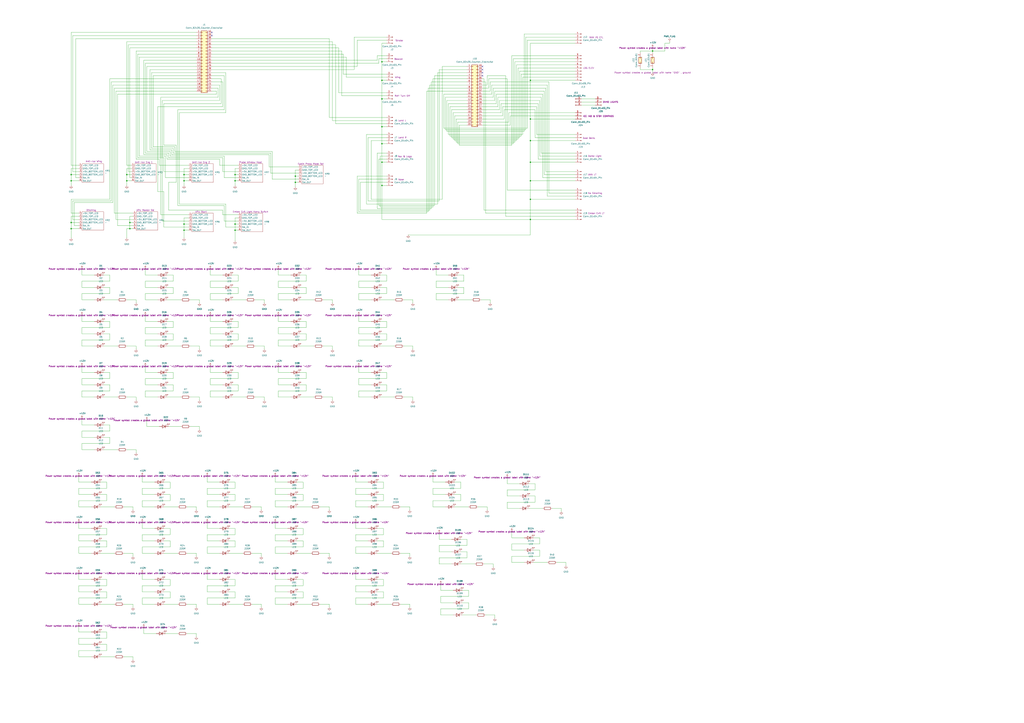
<source format=kicad_sch>
(kicad_sch (version 20250114) (generator "eeschema") (generator_version "9.0")
  (paper "A1")
  (junction (at 151.13 189.23))
  (junction (at 435.61 66.04))
  (junction (at 435.61 115.57))
  (junction (at 535.94 41.91))
  (junction (at 435.61 163.83))
  (junction (at 193.04 148.59))
  (junction (at 435.61 97.79))
  (junction (at 58.42 148.59))
  (junction (at 193.04 189.23))
  (junction (at 313.69 50.8))
  (junction (at 313.69 152.4))
  (junction (at 313.69 81.28))
  (junction (at 151.13 143.51))
  (junction (at 242.57 149.86))
  (junction (at 151.13 184.15))
  (junction (at 242.57 144.78))
  (junction (at 58.42 182.88))
  (junction (at 313.69 104.14))
  (junction (at 104.14 143.51))
  (junction (at 313.69 66.04))
  (junction (at 151.13 148.59))
  (junction (at 193.04 184.15))
  (junction (at 104.14 148.59))
  (junction (at 58.42 187.96))
  (junction (at 193.04 143.51))
  (junction (at 313.69 133.35))
  (junction (at 435.61 148.59))
  (junction (at 435.61 180.34))
  (junction (at 106.68 182.88))
  (junction (at 535.94 57.15))
  (junction (at 106.68 187.96))
  (junction (at 313.69 118.11))
  (junction (at 435.61 133.35))
  (junction (at 58.42 143.51))
  (no_connect (at 396.24 62.23))
  (no_connect (at 173.99 29.21))
  (no_connect (at 173.99 26.67))
  (no_connect (at 396.24 59.69))
  (no_connect (at 396.24 54.61))
  (no_connect (at 396.24 57.15))
  (wire (pts (xy 443.23 441.96) (xy 438.15 441.96)))
  (wire (pts (xy 304.8 274.32) (xy 294.64 274.32)))
  (wire (pts (xy 77.47 369.57) (xy 67.31 369.57)))
  (wire (pts (xy 156.21 350.52) (xy 163.83 350.52)))
  (wire (pts (xy 361.95 495.3) (xy 361.95 490.22)))
  (wire (pts (xy 317.5 110.49) (xy 300.99 110.49)))
  (wire (pts (xy 317.5 231.14) (xy 317.5 226.06)))
  (wire (pts (xy 92.71 166.37) (xy 92.71 69.85)))
  (wire (pts (xy 170.18 401.32) (xy 193.04 401.32)))
  (wire (pts (xy 401.32 72.39) (xy 396.24 72.39)))
  (wire (pts (xy 364.49 105.41) (xy 433.07 105.41)))
  (wire (pts (xy 142.24 279.4) (xy 142.24 274.32)))
  (wire (pts (xy 368.3 110.49) (xy 368.3 85.09)))
  (wire (pts (xy 384.81 495.3) (xy 379.73 495.3)))
  (wire (pts (xy 426.72 407.67) (xy 416.56 407.67)))
  (wire (pts (xy 119.38 259.08) (xy 119.38 264.16)))
  (wire (pts (xy 58.42 187.96) (xy 64.77 187.96)))
  (wire (pts (xy 105.41 36.83) (xy 161.29 36.83)))
  (wire (pts (xy 64.77 524.51) (xy 87.63 524.51)))
  (wire (pts (xy 270.51 31.75) (xy 173.99 31.75)))
  (wire (pts (xy 226.06 416.56) (xy 226.06 411.48)))
  (wire (pts (xy 58.42 182.88) (xy 58.42 177.8)))
  (wire (pts (xy 92.71 69.85) (xy 161.29 69.85)))
  (wire (pts (xy 439.42 412.75) (xy 439.42 407.67)))
  (wire (pts (xy 85.09 284.48) (xy 96.52 284.48)))
  (wire (pts (xy 402.59 246.38) (xy 402.59 248.92)))
  (wire (pts (xy 313.69 133.35) (xy 313.69 152.4)))
  (wire (pts (xy 226.06 439.42) (xy 248.92 439.42)))
  (wire (pts (xy 228.6 226.06) (xy 238.76 226.06)))
  (wire (pts (xy 430.53 452.12) (xy 420.37 452.12)))
  (wire (pts (xy 177.8 74.93) (xy 173.99 74.93)))
  (wire (pts (xy 251.46 321.31) (xy 251.46 316.23)))
  (wire (pts (xy 59.69 140.97) (xy 64.77 140.97)))
  (wire (pts (xy 64.77 471.17) (xy 64.77 476.25)))
  (wire (pts (xy 161.29 59.69) (xy 124.46 59.69)))
  (wire (pts (xy 193.04 401.32) (xy 193.04 396.24)))
  (wire (pts (xy 313.69 104.14) (xy 313.69 118.11)))
  (wire (pts (xy 116.84 491.49) (xy 139.7 491.49)))
  (wire (pts (xy 87.63 406.4) (xy 82.55 406.4)))
  (wire (pts (xy 238.76 326.39) (xy 228.6 326.39)))
  (wire (pts (xy 195.58 231.14) (xy 195.58 226.06)))
  (wire (pts (xy 300.99 167.64) (xy 359.41 167.64)))
  (wire (pts (xy 535.94 39.37) (xy 535.94 41.91)))
  (wire (pts (xy 472.44 125.73) (xy 444.5 125.73)))
  (wire (pts (xy 90.17 311.15) (xy 90.17 306.07)))
  (wire (pts (xy 151.13 189.23) (xy 151.13 184.15)))
  (wire (pts (xy 314.96 401.32) (xy 314.96 396.24)))
  (wire (pts (xy 127 486.41) (xy 116.84 486.41)))
  (wire (pts (xy 58.42 148.59) (xy 58.42 152.4)))
  (wire (pts (xy 317.5 241.3) (xy 317.5 236.22)))
  (wire (pts (xy 133.35 181.61) (xy 133.35 82.55)))
  (wire (pts (xy 172.72 316.23) (xy 172.72 311.15)))
  (wire (pts (xy 195.58 279.4) (xy 195.58 274.32)))
  (wire (pts (xy 180.34 416.56) (xy 170.18 416.56)))
  (wire (pts (xy 435.61 180.34) (xy 472.44 180.34)))
  (wire (pts (xy 163.83 350.52) (xy 163.83 353.06)))
  (wire (pts (xy 195.58 186.69) (xy 185.42 186.69)))
  (wire (pts (xy 400.05 62.23) (xy 415.29 62.23)))
  (wire (pts (xy 312.42 128.27) (xy 312.42 170.18)))
  (wire (pts (xy 172.72 269.24) (xy 195.58 269.24)))
  (wire (pts (xy 251.46 311.15) (xy 251.46 306.07)))
  (wire (pts (xy 226.06 429.26) (xy 226.06 434.34)))
  (wire (pts (xy 294.64 269.24) (xy 317.5 269.24)))
  (wire (pts (xy 111.76 130.81) (xy 111.76 41.91)))
  (wire (pts (xy 67.31 300.99) (xy 67.31 306.07)))
  (wire (pts (xy 109.22 180.34) (xy 95.25 180.34)))
  (wire (pts (xy 67.31 231.14) (xy 90.17 231.14)))
  (wire (pts (xy 378.46 463.55) (xy 389.89 463.55)))
  (wire (pts (xy 143.51 124.46) (xy 143.51 120.65)))
  (wire (pts (xy 360.68 438.15) (xy 360.68 443.23)))
  (wire (pts (xy 217.17 284.48) (xy 217.17 287.02)))
  (wire (pts (xy 90.17 279.4) (xy 90.17 274.32)))
  (wire (pts (xy 193.04 491.49) (xy 193.04 486.41)))
  (wire (pts (xy 273.05 284.48) (xy 273.05 287.02)))
  (wire (pts (xy 195.58 181.61) (xy 184.15 181.61)))
  (wire (pts (xy 358.14 220.98) (xy 358.14 226.06)))
  (wire (pts (xy 228.6 316.23) (xy 228.6 311.15)))
  (wire (pts (xy 426.72 113.03) (xy 370.84 113.03)))
  (wire (pts (xy 448.31 140.97) (xy 448.31 72.39)))
  (wire (pts (xy 170.18 454.66) (xy 170.18 449.58)))
  (wire (pts (xy 228.6 269.24) (xy 251.46 269.24)))
  (wire (pts (xy 417.83 100.33) (xy 396.24 100.33)))
  (wire (pts (xy 312.42 170.18) (xy 355.6 170.18)))
  (wire (pts (xy 163.83 246.38) (xy 163.83 248.92)))
  (wire (pts (xy 116.84 449.58) (xy 139.7 449.58)))
  (wire (pts (xy 317.5 104.14) (xy 313.69 104.14)))
  (wire (pts (xy 242.57 139.7) (xy 242.57 144.78)))
  (wire (pts (xy 361.95 480.06) (xy 361.95 485.14)))
  (wire (pts (xy 170.18 391.16) (xy 170.18 396.24)))
  (wire (pts (xy 195.58 241.3) (xy 195.58 236.22)))
  (wire (pts (xy 384.81 485.14) (xy 379.73 485.14)))
  (wire (pts (xy 280.67 41.91) (xy 173.99 41.91)))
  (wire (pts (xy 214.63 454.66) (xy 214.63 457.2)))
  (wire (pts (xy 226.06 491.49) (xy 248.92 491.49)))
  (wire (pts (xy 109.22 496.57) (xy 109.22 499.11)))
  (wire (pts (xy 377.19 119.38) (xy 377.19 102.87)))
  (wire (pts (xy 246.38 246.38) (xy 257.81 246.38)))
  (wire (pts (xy 353.06 172.72) (xy 353.06 69.85)))
  (wire (pts (xy 58.42 135.89) (xy 58.42 26.67)))
  (wire (pts (xy 416.56 64.77) (xy 401.32 64.77)))
  (wire (pts (xy 101.6 454.66) (xy 109.22 454.66)))
  (wire (pts (xy 64.77 539.75) (xy 64.77 534.67)))
  (wire (pts (xy 129.54 87.63) (xy 182.88 87.63)))
  (wire (pts (xy 104.14 284.48) (xy 111.76 284.48)))
  (wire (pts (xy 292.1 454.66) (xy 292.1 449.58)))
  (wire (pts (xy 317.5 35.56) (xy 313.69 35.56)))
  (wire (pts (xy 172.72 321.31) (xy 195.58 321.31)))
  (wire (pts (xy 58.42 195.58) (xy 58.42 187.96)))
  (wire (pts (xy 170.18 496.57) (xy 170.18 491.49)))
  (wire (pts (xy 228.6 220.98) (xy 228.6 226.06)))
  (wire (pts (xy 64.77 434.34) (xy 74.93 434.34)))
  (wire (pts (xy 302.26 165.1) (xy 360.68 165.1)))
  (wire (pts (xy 222.25 125.73) (xy 222.25 142.24)))
  (wire (pts (xy 439.42 407.67) (xy 434.34 407.67)))
  (wire (pts (xy 314.96 481.33) (xy 314.96 476.25)))
  (wire (pts (xy 173.99 67.31) (xy 182.88 67.31)))
  (wire (pts (xy 427.99 60.96) (xy 427.99 111.76)))
  (wire (pts (xy 170.18 439.42) (xy 193.04 439.42)))
  (wire (pts (xy 77.47 246.38) (xy 67.31 246.38)))
  (wire (pts (xy 441.96 130.81) (xy 441.96 85.09)))
  (wire (pts (xy 472.44 175.26) (xy 398.78 175.26)))
  (wire (pts (xy 195.58 143.51) (xy 193.04 143.51)))
  (wire (pts (xy 367.03 107.95) (xy 367.03 82.55)))
  (wire (pts (xy 381 236.22) (xy 375.92 236.22)))
  (wire (pts (xy 119.38 279.4) (xy 142.24 279.4)))
  (wire (pts (xy 270.51 416.56) (xy 270.51 419.1)))
  (wire (pts (xy 153.67 496.57) (xy 161.29 496.57)))
  (wire (pts (xy 64.77 411.48) (xy 87.63 411.48)))
  (wire (pts (xy 377.19 102.87) (xy 383.54 102.87)))
  (wire (pts (xy 133.35 82.55) (xy 180.34 82.55)))
  (wire (pts (xy 119.38 125.73) (xy 138.43 125.73)))
  (wire (pts (xy 67.31 321.31) (xy 90.17 321.31)))
  (wire (pts (xy 118.11 49.53) (xy 161.29 49.53)))
  (wire (pts (xy 228.6 259.08) (xy 228.6 264.16)))
  (wire (pts (xy 317.5 45.72) (xy 309.88 45.72)))
  (wire (pts (xy 85.09 369.57) (xy 96.52 369.57)))
  (wire (pts (xy 58.42 175.26) (xy 58.42 163.83)))
  (wire (pts (xy 77.47 316.23) (xy 67.31 316.23)))
  (wire (pts (xy 292.1 476.25) (xy 302.26 476.25)))
  (wire (pts (xy 309.88 416.56) (xy 321.31 416.56)))
  (wire (pts (xy 314.96 434.34) (xy 309.88 434.34)))
  (wire (pts (xy 365.76 80.01) (xy 383.54 80.01)))
  (wire (pts (xy 214.63 416.56) (xy 214.63 419.1)))
  (wire (pts (xy 64.77 444.5) (xy 64.77 439.42)))
  (wire (pts (xy 381 226.06) (xy 375.92 226.06)))
  (wire (pts (xy 87.63 411.48) (xy 87.63 406.4)))
  (wire (pts (xy 302.26 444.5) (xy 292.1 444.5)))
  (wire (pts (xy 375.92 246.38) (xy 387.35 246.38)))
  (wire (pts (xy 182.88 284.48) (xy 172.72 284.48)))
  (wire (pts (xy 293.37 33.02) (xy 293.37 54.61)))
  (wire (pts (xy 373.38 95.25) (xy 383.54 95.25)))
  (wire (pts (xy 185.42 59.69) (xy 173.99 59.69)))
  (wire (pts (xy 525.78 43.18) (xy 525.78 41.91)))
  (wire (pts (xy 91.44 165.1) (xy 59.69 165.1)))
  (wire (pts (xy 248.92 486.41) (xy 243.84 486.41)))
  (wire (pts (xy 105.41 140.97) (xy 105.41 36.83)))
  (wire (pts (xy 180.34 454.66) (xy 170.18 454.66)))
  (wire (pts (xy 179.07 80.01) (xy 179.07 72.39)))
  (wire (pts (xy 220.98 127) (xy 140.97 127)))
  (wire (pts (xy 147.32 92.71) (xy 185.42 92.71)))
  (wire (pts (xy 193.04 434.34) (xy 187.96 434.34)))
  (wire (pts (xy 151.13 152.4) (xy 151.13 148.59)))
  (wire (pts (xy 360.68 463.55) (xy 360.68 458.47)))
  (wire (pts (xy 223.52 147.32) (xy 223.52 124.46)))
  (wire (pts (xy 472.44 163.83) (xy 435.61 163.83)))
  (wire (pts (xy 85.09 246.38) (xy 96.52 246.38)))
  (wire (pts (xy 398.78 67.31) (xy 396.24 67.31)))
  (wire (pts (xy 358.14 241.3) (xy 381 241.3)))
  (wire (pts (xy 67.31 369.57) (xy 67.31 364.49)))
  (wire (pts (xy 173.99 52.07) (xy 311.15 52.07)))
  (wire (pts (xy 302.26 406.4) (xy 292.1 406.4)))
  (wire (pts (xy 170.18 396.24) (xy 180.34 396.24)))
  (wire (pts (xy 64.77 534.67) (xy 87.63 534.67)))
  (wire (pts (xy 370.84 453.39) (xy 360.68 453.39)))
  (wire (pts (xy 193.04 189.23) (xy 195.58 189.23)))
  (wire (pts (xy 364.49 77.47) (xy 364.49 105.41)))
  (wire (pts (xy 134.62 496.57) (xy 146.05 496.57)))
  (wire (pts (xy 331.47 326.39) (xy 339.09 326.39)))
  (wire (pts (xy 339.09 284.48) (xy 339.09 287.02)))
  (wire (pts (xy 304.8 284.48) (xy 294.64 284.48)))
  (wire (pts (xy 293.37 144.78) (xy 293.37 175.26)))
  (wire (pts (xy 355.6 416.56) (xy 355.6 411.48)))
  (wire (pts (xy 77.47 326.39) (xy 67.31 326.39)))
  (wire (pts (xy 427.99 111.76) (xy 369.57 111.76)))
  (wire (pts (xy 251.46 231.14) (xy 251.46 226.06)))
  (wire (pts (xy 317.5 96.52) (xy 270.51 96.52)))
  (wire (pts (xy 472.44 66.04) (xy 435.61 66.04)))
  (wire (pts (xy 140.97 123.19) (xy 123.19 123.19)))
  (wire (pts (xy 226.06 411.48) (xy 248.92 411.48)))
  (wire (pts (xy 359.41 167.64) (xy 359.41 59.69)))
  (wire (pts (xy 67.31 316.23) (xy 67.31 311.15)))
  (wire (pts (xy 151.13 195.58) (xy 151.13 189.23)))
  (wire (pts (xy 127 444.5) (xy 116.84 444.5)))
  (wire (pts (xy 248.92 406.4) (xy 243.84 406.4)))
  (wire (pts (xy 139.7 476.25) (xy 134.62 476.25)))
  (wire (pts (xy 238.76 284.48) (xy 228.6 284.48)))
  (wire (pts (xy 410.21 82.55) (xy 410.21 90.17)))
  (wire (pts (xy 151.13 148.59) (xy 154.94 148.59)))
  (wire (pts (xy 381 241.3) (xy 381 236.22)))
  (wire (pts (xy 292.1 491.49) (xy 314.96 491.49)))
  (wire (pts (xy 292.1 391.16) (xy 292.1 396.24)))
  (wire (pts (xy 90.17 231.14) (xy 90.17 226.06)))
  (wire (pts (xy 350.52 175.26) (xy 350.52 74.93)))
  (wire (pts (xy 151.13 184.15) (xy 151.13 179.07)))
  (wire (pts (xy 317.5 81.28) (xy 313.69 81.28)))
  (wire (pts (xy 170.18 476.25) (xy 180.34 476.25)))
  (wire (pts (xy 433.07 105.41) (xy 433.07 33.02)))
  (wire (pts (xy 535.94 55.88) (xy 535.94 57.15)))
  (wire (pts (xy 392.43 416.56) (xy 400.05 416.56)))
  (wire (pts (xy 125.73 62.23) (xy 161.29 62.23)))
  (wire (pts (xy 420.37 45.72) (xy 420.37 119.38)))
  (wire (pts (xy 445.77 146.05) (xy 445.77 77.47)))
  (wire (pts (xy 104.14 148.59) (xy 104.14 143.51)))
  (wire (pts (xy 472.44 115.57) (xy 435.61 115.57)))
  (wire (pts (xy 58.42 135.89) (xy 64.77 135.89)))
  (wire (pts (xy 248.92 411.48) (xy 248.92 406.4)))
  (wire (pts (xy 370.84 90.17) (xy 383.54 90.17)))
  (wire (pts (xy 424.18 53.34) (xy 424.18 115.57)))
  (wire (pts (xy 172.72 326.39) (xy 172.72 321.31)))
  (wire (pts (xy 368.3 236.22) (xy 358.14 236.22)))
  (wire (pts (xy 281.94 44.45) (xy 281.94 60.96)))
  (wire (pts (xy 302.26 486.41) (xy 292.1 486.41)))
  (wire (pts (xy 317.5 306.07) (xy 312.42 306.07)))
  (wire (pts (xy 67.31 241.3) (xy 90.17 241.3)))
  (wire (pts (xy 226.06 444.5) (xy 226.06 439.42)))
  (wire (pts (xy 193.04 476.25) (xy 187.96 476.25)))
  (wire (pts (xy 313.69 50.8) (xy 313.69 66.04)))
  (wire (pts (xy 406.4 505.46) (xy 406.4 508)))
  (wire (pts (xy 379.73 505.46) (xy 391.16 505.46)))
  (wire (pts (xy 356.87 62.23) (xy 383.54 62.23)))
  (wire (pts (xy 401.32 64.77) (xy 401.32 72.39)))
  (wire (pts (xy 317.5 118.11) (xy 313.69 118.11)))
  (wire (pts (xy 130.81 130.81) (xy 111.76 130.81)))
  (wire (pts (xy 118.11 520.7) (xy 128.27 520.7)))
  (wire (pts (xy 161.29 67.31) (xy 91.44 67.31)))
  (wire (pts (xy 111.76 284.48) (xy 111.76 287.02)))
  (wire (pts (xy 106.68 39.37) (xy 106.68 146.05)))
  (wire (pts (xy 411.48 85.09) (xy 411.48 92.71)))
  (wire (pts (xy 248.92 401.32) (xy 248.92 396.24)))
  (wire (pts (xy 119.38 300.99) (xy 119.38 306.07)))
  (wire (pts (xy 193.04 396.24) (xy 187.96 396.24)))
  (wire (pts (xy 120.65 350.52) (xy 130.81 350.52)))
  (wire (pts (xy 116.84 401.32) (xy 139.7 401.32)))
  (wire (pts (xy 293.37 54.61) (xy 173.99 54.61)))
  (wire (pts (xy 302.26 496.57) (xy 292.1 496.57)))
  (wire (pts (xy 420.37 447.04) (xy 443.23 447.04)))
  (wire (pts (xy 116.84 476.25) (xy 127 476.25)))
  (wire (pts (xy 184.15 168.91) (xy 146.05 168.91)))
  (wire (pts (xy 443.23 457.2) (xy 443.23 452.12)))
  (wire (pts (xy 405.13 463.55) (xy 405.13 466.09)))
  (wire (pts (xy 457.2 462.28) (xy 464.82 462.28)))
  (wire (pts (xy 472.44 48.26) (xy 421.64 48.26)))
  (wire (pts (xy 119.38 316.23) (xy 119.38 311.15)))
  (wire (pts (xy 173.99 64.77) (xy 181.61 64.77)))
  (wire (pts (xy 360.68 443.23) (xy 370.84 443.23)))
  (wire (pts (xy 62.23 146.05) (xy 64.77 146.05)))
  (wire (pts (xy 172.72 226.06) (xy 182.88 226.06)))
  (wire (pts (xy 223.52 124.46) (xy 143.51 124.46)))
  (wire (pts (xy 124.46 59.69) (xy 124.46 121.92)))
  (wire (pts (xy 414.02 90.17) (xy 414.02 97.79)))
  (wire (pts (xy 472.44 30.48) (xy 431.8 30.48)))
  (wire (pts (xy 317.5 274.32) (xy 312.42 274.32)))
  (wire (pts (xy 151.13 179.07) (xy 154.94 179.07)))
  (wire (pts (xy 246.38 326.39) (xy 257.81 326.39)))
  (wire (pts (xy 209.55 246.38) (xy 217.17 246.38)))
  (wire (pts (xy 292.1 481.33) (xy 314.96 481.33)))
  (wire (pts (xy 138.43 350.52) (xy 148.59 350.52)))
  (wire (pts (xy 119.38 236.22) (xy 119.38 231.14)))
  (wire (pts (xy 180.34 406.4) (xy 170.18 406.4)))
  (wire (pts (xy 472.44 161.29) (xy 449.58 161.29)))
  (wire (pts (xy 195.58 176.53) (xy 182.88 176.53)))
  (wire (pts (xy 64.77 496.57) (xy 64.77 491.49)))
  (wire (pts (xy 367.03 82.55) (xy 383.54 82.55)))
  (wire (pts (xy 440.69 110.49) (xy 440.69 87.63)))
  (wire (pts (xy 226.06 476.25) (xy 236.22 476.25)))
  (wire (pts (xy 67.31 226.06) (xy 77.47 226.06)))
  (wire (pts (xy 109.22 416.56) (xy 109.22 419.1)))
  (wire (pts (xy 64.77 476.25) (xy 74.93 476.25)))
  (wire (pts (xy 243.84 416.56) (xy 255.27 416.56)))
  (wire (pts (xy 317.5 115.57) (xy 304.8 115.57)))
  (wire (pts (xy 435.61 163.83) (xy 435.61 180.34)))
  (wire (pts (xy 273.05 326.39) (xy 273.05 328.93)))
  (wire (pts (xy 195.58 311.15) (xy 195.58 306.07)))
  (wire (pts (xy 195.58 264.16) (xy 190.5 264.16)))
  (wire (pts (xy 182.88 140.97) (xy 195.58 140.97)))
  (wire (pts (xy 406.4 82.55) (xy 396.24 82.55)))
  (wire (pts (xy 292.1 429.26) (xy 292.1 434.34)))
  (wire (pts (xy 251.46 316.23) (xy 246.38 316.23)))
  (wire (pts (xy 181.61 64.77) (xy 181.61 85.09)))
  (wire (pts (xy 64.77 406.4) (xy 64.77 401.32)))
  (wire (pts (xy 96.52 185.42) (xy 96.52 77.47)))
  (wire (pts (xy 58.42 148.59) (xy 64.77 148.59)))
  (wire (pts (xy 185.42 186.69) (xy 185.42 167.64)))
  (wire (pts (xy 62.23 31.75) (xy 62.23 146.05)))
  (wire (pts (xy 361.95 505.46) (xy 361.95 500.38)))
  (wire (pts (xy 195.58 226.06) (xy 190.5 226.06)))
  (wire (pts (xy 312.42 284.48) (xy 323.85 284.48)))
  (wire (pts (xy 77.47 236.22) (xy 67.31 236.22)))
  (wire (pts (xy 477.52 83.82) (xy 488.95 83.82)))
  (wire (pts (xy 294.64 246.38) (xy 294.64 241.3)))
  (wire (pts (xy 354.33 67.31) (xy 383.54 67.31)))
  (wire (pts (xy 116.84 439.42) (xy 139.7 439.42)))
  (wire (pts (xy 317.5 101.6) (xy 275.59 101.6)))
  (wire (pts (xy 472.44 60.96) (xy 427.99 60.96)))
  (wire (pts (xy 177.8 77.47) (xy 177.8 74.93)))
  (wire (pts (xy 228.6 236.22) (xy 228.6 231.14)))
  (wire (pts (xy 398.78 505.46) (xy 406.4 505.46)))
  (wire (pts (xy 87.63 444.5) (xy 82.55 444.5)))
  (wire (pts (xy 365.76 106.68) (xy 365.76 80.01)))
  (wire (pts (xy 372.11 495.3) (xy 361.95 495.3)))
  (wire (pts (xy 262.89 416.56) (xy 270.51 416.56)))
  (wire (pts (xy 207.01 416.56) (xy 214.63 416.56)))
  (wire (pts (xy 64.77 391.16) (xy 64.77 396.24)))
  (wire (pts (xy 187.96 496.57) (xy 199.39 496.57)))
  (wire (pts (xy 313.69 35.56) (xy 313.69 50.8)))
  (wire (pts (xy 251.46 306.07) (xy 246.38 306.07)))
  (wire (pts (xy 67.31 264.16) (xy 77.47 264.16)))
  (wire (pts (xy 236.22 416.56) (xy 226.06 416.56)))
  (wire (pts (xy 370.84 463.55) (xy 360.68 463.55)))
  (wire (pts (xy 119.38 326.39) (xy 119.38 321.31)))
  (wire (pts (xy 195.58 146.05) (xy 184.15 146.05)))
  (wire (pts (xy 304.8 236.22) (xy 294.64 236.22)))
  (wire (pts (xy 248.92 444.5) (xy 243.84 444.5)))
  (wire (pts (xy 74.93 416.56) (xy 64.77 416.56)))
  (wire (pts (xy 87.63 434.34) (xy 82.55 434.34)))
  (wire (pts (xy 472.44 172.72) (xy 397.51 172.72)))
  (wire (pts (xy 125.73 120.65) (xy 125.73 62.23)))
  (wire (pts (xy 64.77 449.58) (xy 87.63 449.58)))
  (wire (pts (xy 140.97 127) (xy 140.97 123.19)))
  (wire (pts (xy 64.77 396.24) (xy 74.93 396.24)))
  (wire (pts (xy 383.54 448.31) (xy 383.54 443.23)))
  (wire (pts (xy 135.89 520.7) (xy 146.05 520.7)))
  (wire (pts (xy 273.05 99.06) (xy 273.05 34.29)))
  (wire (pts (xy 284.48 46.99) (xy 284.48 63.5)))
  (wire (pts (xy 74.93 529.59) (xy 64.77 529.59)))
  (wire (pts (xy 161.29 454.66) (xy 161.29 457.2)))
  (wire (pts (xy 58.42 177.8) (xy 64.77 177.8)))
  (wire (pts (xy 434.34 417.83) (xy 445.77 417.83)))
  (wire (pts (xy 336.55 416.56) (xy 336.55 419.1)))
  (wire (pts (xy 67.31 269.24) (xy 90.17 269.24)))
  (wire (pts (xy 425.45 55.88) (xy 425.45 114.3)))
  (wire (pts (xy 294.64 226.06) (xy 304.8 226.06)))
  (wire (pts (xy 90.17 364.49) (xy 90.17 359.41)))
  (wire (pts (xy 292.1 471.17) (xy 292.1 476.25)))
  (wire (pts (xy 64.77 401.32) (xy 87.63 401.32)))
  (wire (pts (xy 64.77 514.35) (xy 64.77 519.43)))
  (wire (pts (xy 58.42 143.51) (xy 64.77 143.51)))
  (wire (pts (xy 142.24 306.07) (xy 137.16 306.07)))
  (wire (pts (xy 228.6 284.48) (xy 228.6 279.4)))
  (wire (pts (xy 294.64 236.22) (xy 294.64 231.14)))
  (wire (pts (xy 193.04 143.51) (xy 193.04 148.59)))
  (wire (pts (xy 414.02 97.79) (xy 396.24 97.79)))
  (wire (pts (xy 328.93 496.57) (xy 336.55 496.57)))
  (wire (pts (xy 238.76 316.23) (xy 228.6 316.23)))
  (wire (pts (xy 236.22 486.41) (xy 226.06 486.41)))
  (wire (pts (xy 351.79 72.39) (xy 383.54 72.39)))
  (wire (pts (xy 67.31 354.33) (xy 90.17 354.33)))
  (wire (pts (xy 317.5 269.24) (xy 317.5 264.16)))
  (wire (pts (xy 64.77 175.26) (xy 58.42 175.26)))
  (wire (pts (xy 368.3 246.38) (xy 358.14 246.38)))
  (wire (pts (xy 435.61 193.04) (xy 435.61 180.34)))
  (wire (pts (xy 312.42 246.38) (xy 323.85 246.38)))
  (wire (pts (xy 184.15 181.61) (xy 184.15 168.91)))
  (wire (pts (xy 295.91 172.72) (xy 295.91 149.86)))
  (wire (pts (xy 430.53 462.28) (xy 420.37 462.28)))
  (wire (pts (xy 144.78 119.38) (xy 134.62 119.38)))
  (wire (pts (xy 300.99 110.49) (xy 300.99 167.64)))
  (wire (pts (xy 275.59 36.83) (xy 173.99 36.83)))
  (wire (pts (xy 378.46 406.4) (xy 373.38 406.4)))
  (wire (pts (xy 290.83 57.15) (xy 290.83 30.48)))
  (wire (pts (xy 449.58 69.85) (xy 403.86 69.85)))
  (wire (pts (xy 228.6 246.38) (xy 228.6 241.3)))
  (wire (pts (xy 184.15 62.23) (xy 173.99 62.23)))
  (wire (pts (xy 64.77 439.42) (xy 87.63 439.42)))
  (wire (pts (xy 472.44 35.56) (xy 435.61 35.56)))
  (wire (pts (xy 317.5 128.27) (xy 312.42 128.27)))
  (wire (pts (xy 195.58 179.07) (xy 193.04 179.07)))
  (wire (pts (xy 408.94 87.63) (xy 408.94 80.01)))
  (wire (pts (xy 106.68 146.05) (xy 107.95 146.05)))
  (wire (pts (xy 104.14 148.59) (xy 107.95 148.59)))
  (wire (pts (xy 119.38 306.07) (xy 129.54 306.07)))
  (wire (pts (xy 309.88 45.72) (xy 309.88 49.53)))
  (wire (pts (xy 472.44 53.34) (xy 424.18 53.34)))
  (wire (pts (xy 119.38 246.38) (xy 119.38 241.3)))
  (wire (pts (xy 90.17 354.33) (xy 90.17 349.25)))
  (wire (pts (xy 304.8 163.83) (xy 363.22 163.83)))
  (wire (pts (xy 360.68 165.1) (xy 360.68 57.15)))
  (wire (pts (xy 151.13 143.51) (xy 151.13 138.43)))
  (wire (pts (xy 396.24 85.09) (xy 407.67 85.09)))
  (wire (pts (xy 185.42 167.64) (xy 147.32 167.64)))
  (wire (pts (xy 74.93 444.5) (xy 64.77 444.5)))
  (wire (pts (xy 226.06 481.33) (xy 248.92 481.33)))
  (wire (pts (xy 120.65 345.44) (xy 120.65 350.52)))
  (wire (pts (xy 373.38 115.57) (xy 373.38 95.25)))
  (wire (pts (xy 156.21 284.48) (xy 163.83 284.48)))
  (wire (pts (xy 137.16 246.38) (xy 148.59 246.38)))
  (wire (pts (xy 281.94 60.96) (xy 317.5 60.96)))
  (wire (pts (xy 373.38 416.56) (xy 384.81 416.56)))
  (wire (pts (xy 228.6 300.99) (xy 228.6 306.07)))
  (wire (pts (xy 172.72 236.22) (xy 172.72 231.14)))
  (wire (pts (xy 248.92 434.34) (xy 243.84 434.34)))
  (wire (pts (xy 412.75 95.25) (xy 396.24 95.25)))
  (wire (pts (xy 95.25 74.93) (xy 161.29 74.93)))
  (wire (pts (xy 129.54 316.23) (xy 119.38 316.23)))
  (wire (pts (xy 139.7 401.32) (xy 139.7 396.24)))
  (wire (pts (xy 87.63 439.42) (xy 87.63 434.34)))
  (wire (pts (xy 294.64 321.31) (xy 317.5 321.31)))
  (wire (pts (xy 443.23 82.55) (xy 410.21 82.55)))
  (wire (pts (xy 193.04 406.4) (xy 187.96 406.4)))
  (wire (pts (xy 313.69 81.28) (xy 313.69 104.14)))
  (wire (pts (xy 236.22 454.66) (xy 226.06 454.66)))
  (wire (pts (xy 226.06 396.24) (xy 236.22 396.24)))
  (wire (pts (xy 127 406.4) (xy 116.84 406.4)))
  (wire (pts (xy 130.81 135.89) (xy 130.81 130.81)))
  (wire (pts (xy 154.94 181.61) (xy 133.35 181.61)))
  (wire (pts (xy 139.7 444.5) (xy 134.62 444.5)))
  (wire (pts (xy 292.1 401.32) (xy 314.96 401.32)))
  (wire (pts (xy 163.83 326.39) (xy 163.83 328.93)))
  (wire (pts (xy 195.58 138.43) (xy 193.04 138.43)))
  (wire (pts (xy 295.91 149.86) (xy 317.5 149.86)))
  (wire (pts (xy 182.88 316.23) (xy 172.72 316.23)))
  (wire (pts (xy 109.22 454.66) (xy 109.22 457.2)))
  (wire (pts (xy 58.42 187.96) (xy 58.42 182.88)))
  (wire (pts (xy 430.53 27.94) (xy 430.53 107.95)))
  (wire (pts (xy 447.04 74.93) (xy 406.4 74.93)))
  (wire (pts (xy 146.05 168.91) (xy 146.05 90.17)))
  (wire (pts (xy 90.17 226.06) (xy 85.09 226.06)))
  (wire (pts (xy 104.14 195.58) (xy 104.14 187.96)))
  (wire (pts (xy 139.7 434.34) (xy 134.62 434.34)))
  (wire (pts (xy 383.54 453.39) (xy 378.46 453.39)))
  (wire (pts (xy 336.55 496.57) (xy 336.55 499.11)))
  (wire (pts (xy 435.61 193.04) (xy 335.28 193.04)))
  (wire (pts (xy 472.44 158.75) (xy 450.85 158.75)))
  (wire (pts (xy 304.8 115.57) (xy 304.8 163.83)))
  (wire (pts (xy 142.24 241.3) (xy 142.24 236.22)))
  (wire (pts (xy 270.51 96.52) (xy 270.51 31.75)))
  (wire (pts (xy 294.64 300.99) (xy 294.64 306.07)))
  (wire (pts (xy 180.34 496.57) (xy 170.18 496.57)))
  (wire (pts (xy 406.4 74.93) (xy 406.4 82.55)))
  (wire (pts (xy 433.07 33.02) (xy 472.44 33.02)))
  (wire (pts (xy 220.98 137.16) (xy 220.98 127)))
  (wire (pts (xy 67.31 359.41) (xy 67.31 354.33)))
  (wire (pts (xy 372.11 505.46) (xy 361.95 505.46)))
  (wire (pts (xy 270.51 496.57) (xy 270.51 499.11)))
  (wire (pts (xy 170.18 491.49) (xy 193.04 491.49)))
  (wire (pts (xy 439.42 402.59) (xy 439.42 397.51)))
  (wire (pts (xy 384.81 500.38) (xy 384.81 495.3)))
  (wire (pts (xy 417.83 92.71) (xy 417.83 100.33)))
  (wire (pts (xy 226.06 391.16) (xy 226.06 396.24)))
  (wire (pts (xy 443.23 128.27) (xy 443.23 82.55)))
  (wire (pts (xy 123.19 123.19) (xy 123.19 57.15)))
  (wire (pts (xy 154.94 176.53) (xy 132.08 176.53)))
  (wire (pts (xy 226.06 449.58) (xy 248.92 449.58)))
  (wire (pts (xy 375.92 118.11) (xy 375.92 100.33)))
  (wire (pts (xy 292.1 396.24) (xy 302.26 396.24)))
  (wire (pts (xy 228.6 264.16) (xy 238.76 264.16)))
  (wire (pts (xy 187.96 454.66) (xy 199.39 454.66)))
  (wire (pts (xy 412.75 87.63) (xy 412.75 95.25)))
  (wire (pts (xy 137.16 127) (xy 118.11 127)))
  (wire (pts (xy 294.64 306.07) (xy 304.8 306.07)))
  (wire (pts (xy 429.26 110.49) (xy 368.3 110.49)))
  (wire (pts (xy 67.31 306.07) (xy 77.47 306.07)))
  (wire (pts (xy 134.62 129.54) (xy 134.62 140.97)))
  (wire (pts (xy 317.5 311.15) (xy 317.5 306.07)))
  (wire (pts (xy 111.76 246.38) (xy 111.76 248.92)))
  (wire (pts (xy 190.5 246.38) (xy 201.93 246.38)))
  (wire (pts (xy 381 231.14) (xy 381 226.06)))
  (wire (pts (xy 265.43 284.48) (xy 273.05 284.48)))
  (wire (pts (xy 397.51 463.55) (xy 405.13 463.55)))
  (wire (pts (xy 281.94 44.45) (xy 173.99 44.45)))
  (wire (pts (xy 228.6 321.31) (xy 251.46 321.31)))
  (wire (pts (xy 138.43 125.73) (xy 138.43 129.54)))
  (wire (pts (xy 172.72 306.07) (xy 182.88 306.07)))
  (wire (pts (xy 151.13 148.59) (xy 151.13 143.51)))
  (wire (pts (xy 439.42 113.03) (xy 439.42 90.17)))
  (wire (pts (xy 402.59 74.93) (xy 396.24 74.93)))
  (wire (pts (xy 360.68 57.15) (xy 383.54 57.15)))
  (wire (pts (xy 355.6 170.18) (xy 355.6 64.77)))
  (wire (pts (xy 134.62 85.09) (xy 181.61 85.09)))
  (wire (pts (xy 245.11 137.16) (xy 220.98 137.16)))
  (wire (pts (xy 355.6 401.32) (xy 378.46 401.32)))
  (wire (pts (xy 182.88 87.63) (xy 182.88 67.31)))
  (wire (pts (xy 464.82 462.28) (xy 464.82 464.82)))
  (wire (pts (xy 67.31 284.48) (xy 67.31 279.4)))
  (wire (pts (xy 170.18 429.26) (xy 170.18 434.34)))
  (wire (pts (xy 134.62 140.97) (xy 154.94 140.97)))
  (wire (pts (xy 179.07 72.39) (xy 173.99 72.39)))
  (wire (pts (xy 243.84 454.66) (xy 255.27 454.66)))
  (wire (pts (xy 421.64 118.11) (xy 375.92 118.11)))
  (wire (pts (xy 87.63 449.58) (xy 87.63 444.5)))
  (wire (pts (xy 314.96 449.58) (xy 314.96 444.5)))
  (wire (pts (xy 109.22 185.42) (xy 96.52 185.42)))
  (wire (pts (xy 172.72 259.08) (xy 172.72 264.16)))
  (wire (pts (xy 350.52 74.93) (xy 383.54 74.93)))
  (wire (pts (xy 293.37 175.26) (xy 350.52 175.26)))
  (wire (pts (xy 193.04 152.4) (xy 193.04 148.59)))
  (wire (pts (xy 525.78 55.88) (xy 525.78 57.15)))
  (wire (pts (xy 170.18 449.58) (xy 193.04 449.58)))
  (wire (pts (xy 120.65 124.46) (xy 120.65 54.61)))
  (wire (pts (xy 317.5 279.4) (xy 317.5 274.32)))
  (wire (pts (xy 317.5 236.22) (xy 312.42 236.22)))
  (wire (pts (xy 195.58 236.22) (xy 190.5 236.22)))
  (wire (pts (xy 407.67 85.09) (xy 407.67 77.47)))
  (wire (pts (xy 142.24 231.14) (xy 142.24 226.06)))
  (wire (pts (xy 132.08 176.53) (xy 132.08 80.01)))
  (wire (pts (xy 67.31 311.15) (xy 90.17 311.15)))
  (wire (pts (xy 87.63 481.33) (xy 87.63 476.25)))
  (wire (pts (xy 184.15 90.17) (xy 184.15 62.23)))
  (wire (pts (xy 313.69 66.04) (xy 313.69 81.28)))
  (wire (pts (xy 304.8 326.39) (xy 294.64 326.39)))
  (wire (pts (xy 82.55 496.57) (xy 93.98 496.57)))
  (wire (pts (xy 383.54 77.47) (xy 364.49 77.47)))
  (wire (pts (xy 248.92 481.33) (xy 248.92 476.25)))
  (wire (pts (xy 154.94 135.89) (xy 130.81 135.89)))
  (wire (pts (xy 411.48 92.71) (xy 396.24 92.71)))
  (wire (pts (xy 331.47 246.38) (xy 339.09 246.38)))
  (wire (pts (xy 67.31 236.22) (xy 67.31 231.14)))
  (wire (pts (xy 142.24 226.06) (xy 137.16 226.06)))
  (wire (pts (xy 134.62 416.56) (xy 146.05 416.56)))
  (wire (pts (xy 104.14 369.57) (xy 111.76 369.57)))
  (wire (pts (xy 139.7 396.24) (xy 134.62 396.24)))
  (wire (pts (xy 146.05 90.17) (xy 184.15 90.17)))
  (wire (pts (xy 90.17 349.25) (xy 85.09 349.25)))
  (wire (pts (xy 472.44 130.81) (xy 441.96 130.81)))
  (wire (pts (xy 184.15 146.05) (xy 184.15 128.27)))
  (wire (pts (xy 129.54 236.22) (xy 119.38 236.22)))
  (wire (pts (xy 119.38 52.07) (xy 119.38 125.73)))
  (wire (pts (xy 245.11 144.78) (xy 242.57 144.78)))
  (wire (pts (xy 116.84 411.48) (xy 139.7 411.48)))
  (wire (pts (xy 472.44 113.03) (xy 439.42 113.03)))
  (wire (pts (xy 119.38 241.3) (xy 142.24 241.3)))
  (wire (pts (xy 118.11 515.62) (xy 118.11 520.7)))
  (wire (pts (xy 113.03 44.45) (xy 113.03 129.54)))
  (wire (pts (xy 535.94 57.15) (xy 535.94 59.69)))
  (wire (pts (xy 293.37 33.02) (xy 317.5 33.02)))
  (wire (pts (xy 424.18 115.57) (xy 373.38 115.57)))
  (wire (pts (xy 74.93 496.57) (xy 64.77 496.57)))
  (wire (pts (xy 214.63 496.57) (xy 214.63 499.11)))
  (wire (pts (xy 292.1 434.34) (xy 302.26 434.34)))
  (wire (pts (xy 119.38 269.24) (xy 142.24 269.24)))
  (wire (pts (xy 153.67 520.7) (xy 161.29 520.7)))
  (wire (pts (xy 435.61 115.57) (xy 435.61 133.35)))
  (wire (pts (xy 358.14 236.22) (xy 358.14 231.14)))
  (wire (pts (xy 461.01 417.83) (xy 461.01 420.37)))
  (wire (pts (xy 472.44 146.05) (xy 445.77 146.05)))
  (wire (pts (xy 228.6 311.15) (xy 251.46 311.15)))
  (wire (pts (xy 137.16 284.48) (xy 148.59 284.48)))
  (wire (pts (xy 170.18 411.48) (xy 193.04 411.48)))
  (wire (pts (xy 154.94 186.69) (xy 134.62 186.69)))
  (wire (pts (xy 472.44 92.71) (xy 417.83 92.71)))
  (wire (pts (xy 90.17 163.83) (xy 90.17 64.77)))
  (wire (pts (xy 262.89 496.57) (xy 270.51 496.57)))
  (wire (pts (xy 87.63 519.43) (xy 82.55 519.43)))
  (wire (pts (xy 398.78 175.26) (xy 398.78 67.31)))
  (wire (pts (xy 317.5 144.78) (xy 293.37 144.78)))
  (wire (pts (xy 59.69 29.21) (xy 59.69 140.97)))
  (wire (pts (xy 248.92 439.42) (xy 248.92 434.34)))
  (wire (pts (xy 119.38 264.16) (xy 129.54 264.16)))
  (wire (pts (xy 317.5 99.06) (xy 273.05 99.06)))
  (wire (pts (xy 245.11 147.32) (xy 223.52 147.32)))
  (wire (pts (xy 163.83 284.48) (xy 163.83 287.02)))
  (wire (pts (xy 378.46 411.48) (xy 378.46 406.4)))
  (wire (pts (xy 275.59 101.6) (xy 275.59 36.83)))
  (wire (pts (xy 251.46 226.06) (xy 246.38 226.06)))
  (wire (pts (xy 64.77 429.26) (xy 64.77 434.34)))
  (wire (pts (xy 408.94 80.01) (xy 444.5 80.01)))
  (wire (pts (xy 119.38 220.98) (xy 119.38 226.06)))
  (wire (pts (xy 193.04 148.59) (xy 195.58 148.59)))
  (wire (pts (xy 195.58 274.32) (xy 190.5 274.32)))
  (wire (pts (xy 87.63 486.41) (xy 82.55 486.41)))
  (wire (pts (xy 292.1 439.42) (xy 314.96 439.42)))
  (wire (pts (xy 74.93 454.66) (xy 64.77 454.66)))
  (wire (pts (xy 294.64 284.48) (xy 294.64 279.4)))
  (wire (pts (xy 394.97 246.38) (xy 402.59 246.38)))
  (wire (pts (xy 134.62 186.69) (xy 134.62 157.48)))
  (wire (pts (xy 101.6 496.57) (xy 109.22 496.57)))
  (wire (pts (xy 64.77 416.56) (xy 64.77 411.48)))
  (wire (pts (xy 138.43 129.54) (xy 182.88 129.54)))
  (wire (pts (xy 124.46 121.92) (xy 142.24 121.92)))
  (wire (pts (xy 238.76 246.38) (xy 228.6 246.38)))
  (wire (pts (xy 472.44 177.8) (xy 415.29 177.8)))
  (wire (pts (xy 314.96 406.4) (xy 309.88 406.4)))
  (wire (pts (xy 64.77 486.41) (xy 64.77 481.33)))
  (wire (pts (xy 143.51 120.65) (xy 125.73 120.65)))
  (wire (pts (xy 317.5 113.03) (xy 302.26 113.03)))
  (wire (pts (xy 142.24 236.22) (xy 137.16 236.22)))
  (wire (pts (xy 472.44 27.94) (xy 430.53 27.94)))
  (wire (pts (xy 67.31 220.98) (xy 67.31 226.06)))
  (wire (pts (xy 193.04 184.15) (xy 193.04 189.23)))
  (wire (pts (xy 309.88 171.45) (xy 354.33 171.45)))
  (wire (pts (xy 134.62 454.66) (xy 146.05 454.66)))
  (wire (pts (xy 477.52 81.28) (xy 488.95 81.28)))
  (wire (pts (xy 294.64 279.4) (xy 317.5 279.4)))
  (wire (pts (xy 359.41 59.69) (xy 383.54 59.69)))
  (wire (pts (xy 472.44 95.25) (xy 419.1 95.25)))
  (wire (pts (xy 90.17 236.22) (xy 85.09 236.22)))
  (wire (pts (xy 339.09 246.38) (xy 339.09 248.92)))
  (wire (pts (xy 193.04 481.33) (xy 193.04 476.25)))
  (wire (pts (xy 317.5 125.73) (xy 309.88 125.73)))
  (wire (pts (xy 248.92 396.24) (xy 243.84 396.24)))
  (wire (pts (xy 144.78 149.86) (xy 144.78 119.38)))
  (wire (pts (xy 127 454.66) (xy 116.84 454.66)))
  (wire (pts (xy 82.55 539.75) (xy 93.98 539.75)))
  (wire (pts (xy 172.72 220.98) (xy 172.72 226.06)))
  (wire (pts (xy 311.15 52.07) (xy 311.15 48.26)))
  (wire (pts (xy 67.31 259.08) (xy 67.31 264.16)))
  (wire (pts (xy 402.59 67.31) (xy 402.59 74.93)))
  (wire (pts (xy 439.42 397.51) (xy 434.34 397.51)))
  (wire (pts (xy 328.93 416.56) (xy 336.55 416.56)))
  (wire (pts (xy 419.1 95.25) (xy 419.1 102.87)))
  (wire (pts (xy 118.11 127) (xy 118.11 49.53)))
  (wire (pts (xy 292.1 444.5) (xy 292.1 439.42)))
  (wire (pts (xy 317.5 264.16) (xy 312.42 264.16)))
  (wire (pts (xy 294.64 220.98) (xy 294.64 226.06)))
  (wire (pts (xy 400.05 416.56) (xy 400.05 419.1)))
  (wire (pts (xy 116.84 471.17) (xy 116.84 476.25)))
  (wire (pts (xy 64.77 491.49) (xy 87.63 491.49)))
  (wire (pts (xy 361.95 500.38) (xy 384.81 500.38)))
  (wire (pts (xy 172.72 274.32) (xy 172.72 269.24)))
  (wire (pts (xy 331.47 284.48) (xy 339.09 284.48)))
  (wire (pts (xy 139.7 439.42) (xy 139.7 434.34)))
  (wire (pts (xy 314.96 476.25) (xy 309.88 476.25)))
  (wire (pts (xy 355.6 64.77) (xy 383.54 64.77)))
  (wire (pts (xy 416.56 407.67) (xy 416.56 402.59)))
  (wire (pts (xy 435.61 97.79) (xy 435.61 115.57)))
  (wire (pts (xy 161.29 39.37) (xy 106.68 39.37)))
  (wire (pts (xy 314.96 491.49) (xy 314.96 486.41)))
  (wire (pts (xy 353.06 69.85) (xy 383.54 69.85)))
  (wire (pts (xy 182.88 326.39) (xy 172.72 326.39)))
  (wire (pts (xy 58.42 138.43) (xy 64.77 138.43)))
  (wire (pts (xy 193.04 439.42) (xy 193.04 434.34)))
  (wire (pts (xy 375.92 100.33) (xy 383.54 100.33)))
  (wire (pts (xy 59.69 165.1) (xy 59.69 180.34)))
  (wire (pts (xy 441.96 85.09) (xy 411.48 85.09)))
  (wire (pts (xy 355.6 391.16) (xy 355.6 396.24)))
  (wire (pts (xy 365.76 416.56) (xy 355.6 416.56)))
  (wire (pts (xy 161.29 520.7) (xy 161.29 523.24)))
  (wire (pts (xy 172.72 300.99) (xy 172.72 306.07)))
  (wire (pts (xy 172.72 279.4) (xy 195.58 279.4)))
  (wire (pts (xy 226.06 454.66) (xy 226.06 449.58)))
  (wire (pts (xy 90.17 321.31) (xy 90.17 316.23)))
  (wire (pts (xy 87.63 401.32) (xy 87.63 396.24)))
  (wire (pts (xy 419.1 102.87) (xy 396.24 102.87)))
  (wire (pts (xy 420.37 441.96) (xy 430.53 441.96)))
  (wire (pts (xy 273.05 246.38) (xy 273.05 248.92)))
  (wire (pts (xy 193.04 411.48) (xy 193.04 406.4)))
  (wire (pts (xy 173.99 49.53) (xy 309.88 49.53)))
  (wire (pts (xy 153.67 416.56) (xy 161.29 416.56)))
  (wire (pts (xy 95.25 180.34) (xy 95.25 74.93)))
  (wire (pts (xy 309.88 454.66) (xy 321.31 454.66)))
  (wire (pts (xy 114.3 46.99) (xy 161.29 46.99)))
  (wire (pts (xy 294.64 147.32) (xy 294.64 173.99)))
  (wire (pts (xy 420.37 436.88) (xy 420.37 441.96)))
  (wire (pts (xy 114.3 128.27) (xy 114.3 46.99)))
  (wire (pts (xy 351.79 173.99) (xy 351.79 72.39)))
  (wire (pts (xy 372.11 114.3) (xy 372.11 92.71)))
  (wire (pts (xy 525.78 57.15) (xy 535.94 57.15)))
  (wire (pts (xy 137.16 326.39) (xy 148.59 326.39)))
  (wire (pts (xy 251.46 264.16) (xy 246.38 264.16)))
  (wire (pts (xy 450.85 67.31) (xy 402.59 67.31)))
  (wire (pts (xy 129.54 274.32) (xy 119.38 274.32)))
  (wire (pts (xy 93.98 72.39) (xy 161.29 72.39)))
  (wire (pts (xy 193.04 444.5) (xy 187.96 444.5)))
  (wire (pts (xy 292.1 406.4) (xy 292.1 401.32)))
  (wire (pts (xy 67.31 326.39) (xy 67.31 321.31)))
  (wire (pts (xy 228.6 274.32) (xy 228.6 269.24)))
  (wire (pts (xy 472.44 128.27) (xy 443.23 128.27)))
  (wire (pts (xy 134.62 119.38) (xy 134.62 85.09)))
  (wire (pts (xy 226.06 406.4) (xy 226.06 401.32)))
  (wire (pts (xy 358.14 246.38) (xy 358.14 241.3)))
  (wire (pts (xy 294.64 264.16) (xy 304.8 264.16)))
  (wire (pts (xy 139.7 491.49) (xy 139.7 486.41)))
  (wire (pts (xy 356.87 168.91) (xy 356.87 62.23)))
  (wire (pts (xy 195.58 316.23) (xy 190.5 316.23)))
  (wire (pts (xy 472.44 156.21) (xy 416.56 156.21)))
  (wire (pts (xy 435.61 35.56) (xy 435.61 66.04)))
  (wire (pts (xy 106.68 187.96) (xy 106.68 182.88)))
  (wire (pts (xy 195.58 306.07) (xy 190.5 306.07)))
  (wire (pts (xy 370.84 113.03) (xy 370.84 90.17)))
  (wire (pts (xy 472.44 63.5) (xy 429.26 63.5)))
  (wire (pts (xy 426.72 58.42) (xy 426.72 113.03)))
  (wire (pts (xy 416.56 156.21) (xy 416.56 64.77)))
  (wire (pts (xy 87.63 476.25) (xy 82.55 476.25)))
  (wire (pts (xy 280.67 78.74) (xy 317.5 78.74)))
  (wire (pts (xy 420.37 462.28) (xy 420.37 457.2)))
  (wire (pts (xy 251.46 279.4) (xy 251.46 274.32)))
  (wire (pts (xy 535.94 41.91) (xy 546.1 41.91)))
  (wire (pts (xy 439.42 90.17) (xy 414.02 90.17)))
  (wire (pts (xy 116.84 429.26) (xy 116.84 434.34)))
  (wire (pts (xy 396.24 69.85) (xy 400.05 69.85)))
  (wire (pts (xy 292.1 449.58) (xy 314.96 449.58)))
  (wire (pts (xy 90.17 359.41) (xy 85.09 359.41)))
  (wire (pts (xy 309.88 125.73) (xy 309.88 171.45)))
  (wire (pts (xy 90.17 241.3) (xy 90.17 236.22)))
  (wire (pts (xy 111.76 369.57) (xy 111.76 372.11)))
  (wire (pts (xy 472.44 58.42) (xy 426.72 58.42)))
  (wire (pts (xy 358.14 231.14) (xy 381 231.14)))
  (wire (pts (xy 190.5 284.48) (xy 201.93 284.48)))
  (wire (pts (xy 161.29 52.07) (xy 119.38 52.07)))
  (wire (pts (xy 248.92 491.49) (xy 248.92 486.41)))
  (wire (pts (xy 104.14 326.39) (xy 111.76 326.39)))
  (wire (pts (xy 195.58 269.24) (xy 195.58 264.16)))
  (wire (pts (xy 472.44 50.8) (xy 422.91 50.8)))
  (wire (pts (xy 317.5 133.35) (xy 313.69 133.35)))
  (wire (pts (xy 355.6 396.24) (xy 365.76 396.24)))
  (wire (pts (xy 116.84 434.34) (xy 127 434.34)))
  (wire (pts (xy 116.84 454.66) (xy 116.84 449.58)))
  (wire (pts (xy 396.24 80.01) (xy 405.13 80.01)))
  (wire (pts (xy 142.24 311.15) (xy 142.24 306.07)))
  (wire (pts (xy 60.96 185.42) (xy 60.96 166.37)))
  (wire (pts (xy 294.64 231.14) (xy 317.5 231.14)))
  (wire (pts (xy 420.37 119.38) (xy 377.19 119.38)))
  (wire (pts (xy 317.5 66.04) (xy 313.69 66.04)))
  (wire (pts (xy 151.13 143.51) (xy 154.94 143.51)))
  (wire (pts (xy 236.22 496.57) (xy 226.06 496.57)))
  (wire (pts (xy 129.54 284.48) (xy 119.38 284.48)))
  (wire (pts (xy 443.23 452.12) (xy 438.15 452.12)))
  (wire (pts (xy 129.54 157.48) (xy 129.54 87.63)))
  (wire (pts (xy 546.1 35.56) (xy 549.91 35.56)))
  (wire (pts (xy 101.6 416.56) (xy 109.22 416.56)))
  (wire (pts (xy 77.47 359.41) (xy 67.31 359.41)))
  (wire (pts (xy 82.55 416.56) (xy 93.98 416.56)))
  (wire (pts (xy 435.61 133.35) (xy 435.61 148.59)))
  (wire (pts (xy 431.8 106.68) (xy 365.76 106.68)))
  (wire (pts (xy 138.43 149.86) (xy 144.78 149.86)))
  (wire (pts (xy 294.64 316.23) (xy 294.64 311.15)))
  (wire (pts (xy 248.92 449.58) (xy 248.92 444.5)))
  (wire (pts (xy 87.63 534.67) (xy 87.63 529.59)))
  (wire (pts (xy 172.72 284.48) (xy 172.72 279.4)))
  (wire (pts (xy 67.31 364.49) (xy 90.17 364.49)))
  (wire (pts (xy 403.86 69.85) (xy 403.86 77.47)))
  (wire (pts (xy 180.34 135.89) (xy 180.34 130.81)))
  (wire (pts (xy 361.95 490.22) (xy 384.81 490.22)))
  (wire (pts (xy 317.5 147.32) (xy 294.64 147.32)))
  (wire (pts (xy 294.64 173.99) (xy 351.79 173.99)))
  (wire (pts (xy 90.17 269.24) (xy 90.17 264.16)))
  (wire (pts (xy 477.52 86.36) (xy 488.95 86.36)))
  (wire (pts (xy 127 416.56) (xy 116.84 416.56)))
  (wire (pts (xy 153.67 454.66) (xy 161.29 454.66)))
  (wire (pts (xy 67.31 274.32) (xy 67.31 269.24)))
  (wire (pts (xy 154.94 146.05) (xy 135.89 146.05)))
  (wire (pts (xy 405.13 72.39) (xy 448.31 72.39)))
  (wire (pts (xy 170.18 481.33) (xy 193.04 481.33)))
  (wire (pts (xy 142.24 121.92) (xy 142.24 125.73)))
  (wire (pts (xy 426.72 417.83) (xy 416.56 417.83)))
  (wire (pts (xy 280.67 41.91) (xy 280.67 78.74)))
  (wire (pts (xy 420.37 457.2) (xy 443.23 457.2)))
  (wire (pts (xy 185.42 92.71) (xy 185.42 59.69)))
  (wire (pts (xy 435.61 148.59) (xy 435.61 163.83)))
  (wire (pts (xy 58.42 143.51) (xy 58.42 148.59)))
  (wire (pts (xy 119.38 284.48) (xy 119.38 279.4)))
  (wire (pts (xy 270.51 454.66) (xy 270.51 457.2)))
  (wire (pts (xy 416.56 392.43) (xy 416.56 397.51)))
  (wire (pts (xy 109.22 175.26) (xy 93.98 175.26)))
  (wire (pts (xy 161.29 496.57) (xy 161.29 499.11)))
  (wire (pts (xy 170.18 416.56) (xy 170.18 411.48)))
  (wire (pts (xy 472.44 143.51) (xy 447.04 143.51)))
  (wire (pts (xy 193.04 486.41) (xy 187.96 486.41)))
  (wire (pts (xy 187.96 416.56) (xy 199.39 416.56)))
  (wire (pts (xy 60.96 166.37) (xy 92.71 166.37)))
  (wire (pts (xy 74.93 406.4) (xy 64.77 406.4)))
  (wire (pts (xy 134.62 157.48) (xy 129.54 157.48)))
  (wire (pts (xy 226.06 434.34) (xy 236.22 434.34)))
  (wire (pts (xy 190.5 326.39) (xy 201.93 326.39)))
  (wire (pts (xy 302.26 113.03) (xy 302.26 165.1)))
  (wire (pts (xy 87.63 491.49) (xy 87.63 486.41)))
  (wire (pts (xy 184.15 128.27) (xy 139.7 128.27)))
  (wire (pts (xy 358.14 226.06) (xy 368.3 226.06)))
  (wire (pts (xy 104.14 135.89) (xy 107.95 135.89)))
  (wire (pts (xy 374.65 97.79) (xy 383.54 97.79)))
  (wire (pts (xy 104.14 34.29) (xy 104.14 135.89)))
  (wire (pts (xy 525.78 41.91) (xy 535.94 41.91)))
  (wire (pts (xy 120.65 54.61) (xy 161.29 54.61)))
  (wire (pts (xy 109.22 187.96) (xy 106.68 187.96)))
  (wire (pts (xy 449.58 161.29) (xy 449.58 69.85)))
  (wire (pts (xy 284.48 63.5) (xy 317.5 63.5)))
  (wire (pts (xy 172.72 241.3) (xy 195.58 241.3)))
  (wire (pts (xy 58.42 182.88) (xy 64.77 182.88)))
  (wire (pts (xy 284.48 46.99) (xy 173.99 46.99)))
  (wire (pts (xy 123.19 57.15) (xy 161.29 57.15)))
  (wire (pts (xy 384.81 490.22) (xy 384.81 485.14)))
  (wire (pts (xy 262.89 454.66) (xy 270.51 454.66)))
  (wire (pts (xy 360.68 453.39) (xy 360.68 448.31)))
  (wire (pts (xy 472.44 140.97) (xy 448.31 140.97)))
  (wire (pts (xy 113.03 129.54) (xy 134.62 129.54)))
  (wire (pts (xy 93.98 175.26) (xy 93.98 72.39)))
  (wire (pts (xy 90.17 306.07) (xy 85.09 306.07)))
  (wire (pts (xy 226.06 471.17) (xy 226.06 476.25)))
  (wire (pts (xy 313.69 152.4) (xy 313.69 180.34)))
  (wire (pts (xy 109.22 182.88) (xy 106.68 182.88)))
  (wire (pts (xy 372.11 92.71) (xy 383.54 92.71)))
  (wire (pts (xy 294.64 241.3) (xy 317.5 241.3)))
  (wire (pts (xy 368.3 85.09) (xy 383.54 85.09)))
  (wire (pts (xy 151.13 189.23) (xy 154.94 189.23)))
  (wire (pts (xy 142.24 274.32) (xy 137.16 274.32)))
  (wire (pts (xy 440.69 87.63) (xy 412.75 87.63)))
  (wire (pts (xy 472.44 55.88) (xy 425.45 55.88)))
  (wire (pts (xy 116.84 496.57) (xy 116.84 491.49)))
  (wire (pts (xy 317.5 316.23) (xy 312.42 316.23)))
  (wire (pts (xy 236.22 444.5) (xy 226.06 444.5)))
  (wire (pts (xy 119.38 226.06) (xy 129.54 226.06)))
  (wire (pts (xy 317.5 226.06) (xy 312.42 226.06)))
  (wire (pts (xy 147.32 167.64) (xy 147.32 92.71)))
  (wire (pts (xy 119.38 274.32) (xy 119.38 269.24)))
  (wire (pts (xy 312.42 326.39) (xy 323.85 326.39)))
  (wire (pts (xy 336.55 454.66) (xy 336.55 457.2)))
  (wire (pts (xy 116.84 391.16) (xy 116.84 396.24)))
  (wire (pts (xy 431.8 30.48) (xy 431.8 106.68)))
  (wire (pts (xy 251.46 241.3) (xy 251.46 236.22)))
  (wire (pts (xy 193.04 449.58) (xy 193.04 444.5)))
  (wire (pts (xy 77.47 284.48) (xy 67.31 284.48)))
  (wire (pts (xy 317.5 130.81) (xy 311.15 130.81)))
  (wire (pts (xy 369.57 111.76) (xy 369.57 87.63)))
  (wire (pts (xy 243.84 496.57) (xy 255.27 496.57)))
  (wire (pts (xy 182.88 129.54) (xy 182.88 140.97)))
  (wire (pts (xy 360.68 448.31) (xy 383.54 448.31)))
  (wire (pts (xy 314.96 396.24) (xy 309.88 396.24)))
  (wire (pts (xy 109.22 539.75) (xy 109.22 542.29)))
  (wire (pts (xy 251.46 269.24) (xy 251.46 264.16)))
  (wire (pts (xy 104.14 187.96) (xy 106.68 187.96)))
  (wire (pts (xy 193.04 198.12) (xy 193.04 189.23)))
  (wire (pts (xy 135.89 128.27) (xy 114.3 128.27)))
  (wire (pts (xy 355.6 406.4) (xy 355.6 401.32)))
  (wire (pts (xy 228.6 241.3) (xy 251.46 241.3)))
  (wire (pts (xy 400.05 69.85) (xy 400.05 62.23)))
  (wire (pts (xy 180.34 444.5) (xy 170.18 444.5)))
  (wire (pts (xy 292.1 496.57) (xy 292.1 491.49)))
  (wire (pts (xy 116.84 416.56) (xy 116.84 411.48)))
  (wire (pts (xy 64.77 481.33) (xy 87.63 481.33)))
  (wire (pts (xy 228.6 231.14) (xy 251.46 231.14)))
  (wire (pts (xy 172.72 231.14) (xy 195.58 231.14)))
  (wire (pts (xy 107.95 140.97) (xy 105.41 140.97)))
  (wire (pts (xy 101.6 539.75) (xy 109.22 539.75)))
  (wire (pts (xy 290.83 30.48) (xy 317.5 30.48)))
  (wire (pts (xy 416.56 412.75) (xy 439.42 412.75)))
  (wire (pts (xy 180.34 69.85) (xy 173.99 69.85)))
  (wire (pts (xy 161.29 34.29) (xy 104.14 34.29)))
  (wire (pts (xy 311.15 48.26) (xy 317.5 48.26)))
  (wire (pts (xy 361.95 485.14) (xy 372.11 485.14)))
  (wire (pts (xy 383.54 443.23) (xy 378.46 443.23)))
  (wire (pts (xy 90.17 264.16) (xy 85.09 264.16)))
  (wire (pts (xy 173.99 57.15) (xy 290.83 57.15)))
  (wire (pts (xy 311.15 168.91) (xy 356.87 168.91)))
  (wire (pts (xy 87.63 524.51) (xy 87.63 519.43)))
  (wire (pts (xy 435.61 66.04) (xy 435.61 97.79)))
  (wire (pts (xy 416.56 397.51) (xy 426.72 397.51)))
  (wire (pts (xy 129.54 326.39) (xy 119.38 326.39)))
  (wire (pts (xy 422.91 116.84) (xy 374.65 116.84)))
  (wire (pts (xy 90.17 316.23) (xy 85.09 316.23)))
  (wire (pts (xy 246.38 284.48) (xy 257.81 284.48)))
  (wire (pts (xy 139.7 411.48) (xy 139.7 406.4)))
  (wire (pts (xy 142.24 316.23) (xy 137.16 316.23)))
  (wire (pts (xy 156.21 246.38) (xy 163.83 246.38)))
  (wire (pts (xy 64.77 185.42) (xy 60.96 185.42)))
  (wire (pts (xy 443.23 447.04) (xy 443.23 441.96)))
  (wire (pts (xy 139.7 486.41) (xy 134.62 486.41)))
  (wire (pts (xy 67.31 344.17) (xy 67.31 349.25)))
  (wire (pts (xy 193.04 138.43) (xy 193.04 143.51)))
  (wire (pts (xy 180.34 130.81) (xy 137.16 130.81)))
  (wire (pts (xy 472.44 97.79) (xy 435.61 97.79)))
  (wire (pts (xy 104.14 152.4) (xy 104.14 148.59)))
  (wire (pts (xy 142.24 125.73) (xy 222.25 125.73)))
  (wire (pts (xy 170.18 406.4) (xy 170.18 401.32)))
  (wire (pts (xy 139.7 128.27) (xy 139.7 124.46)))
  (wire (pts (xy 422.91 50.8) (xy 422.91 116.84)))
  (wire (pts (xy 294.64 274.32) (xy 294.64 269.24)))
  (wire (pts (xy 314.96 439.42) (xy 314.96 434.34)))
  (wire (pts (xy 74.93 486.41) (xy 64.77 486.41)))
  (wire (pts (xy 302.26 454.66) (xy 292.1 454.66)))
  (wire (pts (xy 161.29 44.45) (xy 113.03 44.45)))
  (wire (pts (xy 151.13 138.43) (xy 154.94 138.43)))
  (wire (pts (xy 355.6 411.48) (xy 378.46 411.48)))
  (wire (pts (xy 207.01 496.57) (xy 214.63 496.57)))
  (wire (pts (xy 87.63 396.24) (xy 82.55 396.24)))
  (wire (pts (xy 67.31 349.25) (xy 77.47 349.25)))
  (wire (pts (xy 139.7 481.33) (xy 139.7 476.25)))
  (wire (pts (xy 314.96 411.48) (xy 314.96 406.4)))
  (wire (pts (xy 209.55 326.39) (xy 217.17 326.39)))
  (wire (pts (xy 161.29 416.56) (xy 161.29 419.1)))
  (wire (pts (xy 278.13 39.37) (xy 278.13 76.2)))
  (wire (pts (xy 64.77 519.43) (xy 74.93 519.43)))
  (wire (pts (xy 430.53 107.95) (xy 367.03 107.95)))
  (wire (pts (xy 67.31 246.38) (xy 67.31 241.3)))
  (wire (pts (xy 294.64 259.08) (xy 294.64 264.16)))
  (wire (pts (xy 119.38 311.15) (xy 142.24 311.15)))
  (wire (pts (xy 396.24 87.63) (xy 408.94 87.63)))
  (wire (pts (xy 292.1 416.56) (xy 292.1 411.48)))
  (wire (pts (xy 135.89 146.05) (xy 135.89 128.27)))
  (wire (pts (xy 142.24 269.24) (xy 142.24 264.16)))
  (wire (pts (xy 207.01 454.66) (xy 214.63 454.66)))
  (wire (pts (xy 363.22 54.61) (xy 383.54 54.61)))
  (wire (pts (xy 129.54 246.38) (xy 119.38 246.38)))
  (wire (pts (xy 242.57 149.86) (xy 245.11 149.86)))
  (wire (pts (xy 447.04 143.51) (xy 447.04 74.93)))
  (wire (pts (xy 309.88 496.57) (xy 321.31 496.57)))
  (wire (pts (xy 170.18 434.34) (xy 180.34 434.34)))
  (wire (pts (xy 314.96 444.5) (xy 309.88 444.5)))
  (wire (pts (xy 369.57 87.63) (xy 383.54 87.63)))
  (wire (pts (xy 265.43 246.38) (xy 273.05 246.38)))
  (wire (pts (xy 415.29 177.8) (xy 415.29 62.23)))
  (wire (pts (xy 58.42 138.43) (xy 58.42 143.51)))
  (wire (pts (xy 383.54 458.47) (xy 383.54 453.39)))
  (wire (pts (xy 228.6 279.4) (xy 251.46 279.4)))
  (wire (pts (xy 182.88 236.22) (xy 172.72 236.22)))
  (wire (pts (xy 273.05 34.29) (xy 173.99 34.29)))
  (wire (pts (xy 278.13 39.37) (xy 173.99 39.37)))
  (wire (pts (xy 64.77 454.66) (xy 64.77 449.58)))
  (wire (pts (xy 410.21 90.17) (xy 396.24 90.17)))
  (wire (pts (xy 104.14 138.43) (xy 107.95 138.43)))
  (wire (pts (xy 104.14 143.51) (xy 107.95 143.51)))
  (wire (pts (xy 87.63 529.59) (xy 82.55 529.59)))
  (wire (pts (xy 74.93 539.75) (xy 64.77 539.75)))
  (wire (pts (xy 374.65 116.84) (xy 374.65 97.79)))
  (wire (pts (xy 172.72 246.38) (xy 172.72 241.3)))
  (wire (pts (xy 403.86 77.47) (xy 396.24 77.47)))
  (wire (pts (xy 67.31 279.4) (xy 90.17 279.4)))
  (wire (pts (xy 106.68 182.88) (xy 106.68 177.8)))
  (wire (pts (xy 132.08 80.01) (xy 179.07 80.01)))
  (wire (pts (xy 317.5 50.8) (xy 313.69 50.8)))
  (wire (pts (xy 302.26 416.56) (xy 292.1 416.56)))
  (wire (pts (xy 104.14 246.38) (xy 111.76 246.38)))
  (wire (pts (xy 106.68 177.8) (xy 109.22 177.8)))
  (wire (pts (xy 242.57 153.67) (xy 242.57 149.86)))
  (wire (pts (xy 172.72 311.15) (xy 195.58 311.15)))
  (wire (pts (xy 397.51 64.77) (xy 396.24 64.77)))
  (wire (pts (xy 453.39 417.83) (xy 461.01 417.83)))
  (wire (pts (xy 311.15 130.81) (xy 311.15 168.91)))
  (wire (pts (xy 416.56 417.83) (xy 416.56 412.75)))
  (wire (pts (xy 151.13 184.15) (xy 154.94 184.15)))
  (wire (pts (xy 111.76 326.39) (xy 111.76 328.93)))
  (wire (pts (xy 472.44 133.35) (xy 435.61 133.35)))
  (wire (pts (xy 228.6 326.39) (xy 228.6 321.31)))
  (wire (pts (xy 62.23 31.75) (xy 161.29 31.75)))
  (wire (pts (xy 295.91 172.72) (xy 353.06 172.72)))
  (wire (pts (xy 180.34 486.41) (xy 170.18 486.41)))
  (wire (pts (xy 420.37 452.12) (xy 420.37 447.04)))
  (wire (pts (xy 238.76 274.32) (xy 228.6 274.32)))
  (wire (pts (xy 314.96 486.41) (xy 309.88 486.41)))
  (wire (pts (xy 278.13 76.2) (xy 317.5 76.2)))
  (wire (pts (xy 116.84 481.33) (xy 139.7 481.33)))
  (wire (pts (xy 138.43 172.72) (xy 138.43 149.86)))
  (wire (pts (xy 217.17 326.39) (xy 217.17 328.93)))
  (wire (pts (xy 119.38 321.31) (xy 142.24 321.31)))
  (wire (pts (xy 425.45 114.3) (xy 372.11 114.3)))
  (wire (pts (xy 378.46 396.24) (xy 373.38 396.24)))
  (wire (pts (xy 195.58 321.31) (xy 195.58 316.23)))
  (wire (pts (xy 58.42 163.83) (xy 90.17 163.83)))
  (wire (pts (xy 104.14 143.51) (xy 104.14 138.43)))
  (wire (pts (xy 139.7 124.46) (xy 120.65 124.46)))
  (wire (pts (xy 111.76 41.91) (xy 161.29 41.91)))
  (wire (pts (xy 405.13 80.01) (xy 405.13 72.39)))
  (wire (pts (xy 137.16 130.81) (xy 137.16 127)))
  (wire (pts (xy 416.56 402.59) (xy 439.42 402.59)))
  (wire (pts (xy 182.88 274.32) (xy 172.72 274.32)))
  (wire (pts (xy 292.1 411.48) (xy 314.96 411.48)))
  (wire (pts (xy 360.68 458.47) (xy 383.54 458.47)))
  (wire (pts (xy 245.11 139.7) (xy 242.57 139.7)))
  (wire (pts (xy 180.34 82.55) (xy 180.34 69.85)))
  (wire (pts (xy 407.67 77.47) (xy 445.77 77.47)))
  (wire (pts (xy 292.1 486.41) (xy 292.1 481.33)))
  (wire (pts (xy 294.64 326.39) (xy 294.64 321.31)))
  (wire (pts (xy 444.5 125.73) (xy 444.5 80.01)))
  (wire (pts (xy 317.5 152.4) (xy 313.69 152.4)))
  (wire (pts (xy 304.8 246.38) (xy 294.64 246.38)))
  (wire (pts (xy 378.46 401.32) (xy 378.46 396.24)))
  (wire (pts (xy 195.58 184.15) (xy 193.04 184.15)))
  (wire (pts (xy 363.22 163.83) (xy 363.22 54.61)))
  (wire (pts (xy 116.84 486.41) (xy 116.84 481.33)))
  (wire (pts (xy 222.25 142.24) (xy 245.11 142.24)))
  (wire (pts (xy 96.52 77.47) (xy 177.8 77.47)))
  (wire (pts (xy 116.84 396.24) (xy 127 396.24)))
  (wire (pts (xy 172.72 264.16) (xy 182.88 264.16)))
  (wire (pts (xy 82.55 454.66) (xy 93.98 454.66)))
  (wire (pts (xy 236.22 406.4) (xy 226.06 406.4)))
  (wire (pts (xy 90.17 64.77) (xy 161.29 64.77)))
  (wire (pts (xy 142.24 321.31) (xy 142.24 316.23)))
  (wire (pts (xy 85.09 326.39) (xy 96.52 326.39)))
  (wire (pts (xy 546.1 41.91) (xy 546.1 35.56)))
  (wire (pts (xy 182.88 172.72) (xy 138.43 172.72)))
  (wire (pts (xy 251.46 274.32) (xy 246.38 274.32)))
  (wire (pts (xy 193.04 179.07) (xy 193.04 184.15)))
  (wire (pts (xy 248.92 476.25) (xy 243.84 476.25)))
  (wire (pts (xy 313.69 118.11) (xy 313.69 133.35)))
  (wire (pts (xy 217.17 246.38) (xy 217.17 248.92)))
  (wire (pts (xy 119.38 231.14) (xy 142.24 231.14)))
  (wire (pts (xy 226.06 486.41) (xy 226.06 481.33)))
  (wire (pts (xy 142.24 264.16) (xy 137.16 264.16)))
  (wire (pts (xy 182.88 176.53) (xy 182.88 172.72)))
  (wire (pts (xy 242.57 144.78) (xy 242.57 149.86)))
  (wire (pts (xy 354.33 171.45) (xy 354.33 67.31)))
  (wire (pts (xy 238.76 236.22) (xy 228.6 236.22)))
  (wire (pts (xy 421.64 48.26) (xy 421.64 118.11)))
  (wire (pts (xy 58.42 26.67) (xy 161.29 26.67)))
  (wire (pts (xy 228.6 306.07) (xy 238.76 306.07)))
  (wire (pts (xy 182.88 246.38) (xy 172.72 246.38)))
  (wire (pts (xy 116.84 406.4) (xy 116.84 401.32)))
  (wire (pts (xy 328.93 454.66) (xy 336.55 454.66)))
  (wire (pts (xy 265.43 326.39) (xy 273.05 326.39)))
  (wire (pts (xy 472.44 148.59) (xy 435.61 148.59)))
  (wire (pts (xy 195.58 135.89) (xy 180.34 135.89)))
  (wire (pts (xy 139.7 449.58) (xy 139.7 444.5)))
  (wire (pts (xy 226.06 496.57) (xy 226.06 491.49)))
  (wire (pts (xy 139.7 406.4) (xy 134.62 406.4)))
  (wire (pts (xy 170.18 444.5) (xy 170.18 439.42)))
  (wire (pts (xy 209.55 284.48) (xy 217.17 284.48)))
  (wire (pts (xy 438.15 462.28) (xy 449.58 462.28)))
  (wire (pts (xy 90.17 274.32) (xy 85.09 274.32)))
  (wire (pts (xy 317.5 321.31) (xy 317.5 316.23)))
  (wire (pts (xy 116.84 444.5) (xy 116.84 439.42)))
  (wire (pts (xy 450.85 158.75) (xy 450.85 67.31)))
  (wire (pts (xy 156.21 326.39) (xy 163.83 326.39)))
  (wire (pts (xy 472.44 110.49) (xy 440.69 110.49)))
  (wire (pts (xy 226.06 401.32) (xy 248.92 401.32)))
  (wire (pts (xy 59.69 180.34) (xy 64.77 180.34)))
  (wire (pts (xy 91.44 67.31) (xy 91.44 165.1)))
  (wire (pts (xy 127 496.57) (xy 116.84 496.57)))
  (wire (pts (xy 64.77 529.59) (xy 64.77 524.51)))
  (wire (pts (xy 251.46 236.22) (xy 246.38 236.22)))
  (wire (pts (xy 170.18 486.41) (xy 170.18 481.33)))
  (wire (pts (xy 294.64 311.15) (xy 317.5 311.15)))
  (wire (pts (xy 535.94 41.91) (xy 535.94 43.18)))
  (wire (pts (xy 339.09 326.39) (xy 339.09 328.93)))
  (wire (pts (xy 429.26 63.5) (xy 429.26 110.49)))
  (wire (pts (xy 472.44 45.72) (xy 420.37 45.72)))
  (wire (pts (xy 170.18 471.17) (xy 170.18 476.25)))
  (wire (pts (xy 313.69 180.34) (xy 435.61 180.34)))
  (wire (pts (xy 304.8 316.23) (xy 294.64 316.23)))
  (wire (pts (xy 549.91 35.56) (xy 549.91 34.29)))
  (wire (pts (xy 397.51 172.72) (xy 397.51 64.77)))
  (wire (pts (xy 365.76 406.4) (xy 355.6 406.4)))
  (wire (pts (xy 77.47 274.32) (xy 67.31 274.32)))
  (wire (pts (xy 161.29 29.21) (xy 59.69 29.21)))
  (symbol (lib_id "Connector_Generic:Conn_02x01") (at 535.94 50.8 90) (unit 1)
    (property "Reference" "J21" (at 530.4282 49.53 0))
    (property "Value" "Conn_02x01" (at 532.7396 49.53 0))
    (property "Footprint" "TerminalBlock:TerminalBlock_bornier-2_P5.08mm" (effects (hide yes)))
    (property "Description" "Generic connector, double row, 02x01, this symbol is compatible with counter-clockwise, top-bottom and odd-even numbering schemes., script generated (kicad-library-utils/schlib/autogen/connector/)" (effects (hide yes)))
  )
  (symbol (lib_id "power:GND") (at 535.94 59.69 0) (unit 1)
    (property "Reference" "#PWR048" (effects (hide yes)))
    (property "Value" "GND" (at 536.067 64.0842 0))
    (property "Description" "Power symbol creates a global label with name \"GND\" , ground" (at 535.94 59.69 0))
  )
  (symbol (lib_id "power:+12V") (at 535.94 39.37 0) (unit 1)
    (property "Reference" "#PWR047" (effects (hide yes)))
    (property "Value" "+12V" (at 536.321 34.9758 0))
    (property "Description" "Power symbol creates a global label with name \"+12V\"" (at 535.94 39.37 0))
  )
  (symbol (lib_id "power:PWR_FLAG") (at 549.91 34.29 0) (unit 1)
    (property "Reference" "#FLG01" (effects (hide yes)))
    (property "Value" "PWR_FLAG" (at 549.91 29.8958 0))
  )
  (symbol (lib_id "power:GND") (at 214.63 457.2 0) (unit 1)
    (property "Reference" "#PWR069" (effects (hide yes)))
    (property "Value" "GND" (at 214.63 462.28 0))
    (property "Description" "Power symbol creates a global label with name \"GND\" , ground" (effects (hide yes)))
  )
  (symbol (lib_id "Connector:Conn_01x04_Pin") (at 477.52 33.02 180) (unit 1)
    (property "Reference" "J12" (at 478.79 30.4799 0) (effects (justify right)))
    (property "Value" "Conn_01x04_Pin" (at 478.79 33.0199 0) (effects (justify right)))
    (property "Footprint" "Connector_PinHeader_2.54mm:PinHeader_1x04_P2.54mm_Vertical" (effects (hide yes)))
    (property "Description" "MAN VS CTL" (at 489.712 30.734 0))
  )
  (symbol (lib_id "power:+12V") (at 420.37 436.88 0) (unit 1)
    (property "Reference" "#PWR091" (effects (hide yes)))
    (property "Value" "+12V" (at 420.751 432.4858 0))
    (property "Description" "Power symbol creates a global label with name \"+12V\"" (at 420.37 436.88 0))
  )
  (symbol (lib_id "power:+12V") (at 228.6 300.99 0) (unit 1)
    (property "Reference" "#PWR033" (effects (hide yes)))
    (property "Value" "+12V" (at 228.981 296.5958 0))
    (property "Description" "Power symbol creates a global label with name \"+12V\"" (at 228.6 300.99 0))
  )
  (symbol (lib_id "power:GND") (at 339.09 328.93 0) (unit 1)
    (property "Reference" "#PWR044" (effects (hide yes)))
    (property "Value" "GND" (at 339.09 334.01 0))
    (property "Description" "Power symbol creates a global label with name \"GND\" , ground" (effects (hide yes)))
  )
  (symbol (lib_id "Device:R") (at 259.08 416.56 90) (unit 1)
    (property "Reference" "R30" (at 259.08 410.21 90))
    (property "Value" "220R" (at 259.08 412.75 90))
    (property "Footprint" "Resistor_SMD:R_1206_3216Metric_Pad1.30x1.75mm_HandSolder" (effects (hide yes)))
    (property "Description" "Resistor" (effects (hide yes)))
  )
  (symbol (lib_id "Device:R") (at 205.74 326.39 90) (unit 1)
    (property "Reference" "R11" (at 205.74 320.04 90))
    (property "Value" "220R" (at 205.74 322.58 90))
    (property "Footprint" "Resistor_SMD:R_1206_3216Metric_Pad1.30x1.75mm_HandSolder" (effects (hide yes)))
    (property "Description" "Resistor" (effects (hide yes)))
  )
  (symbol (lib_id "Connector:Conn_01x03_Pin") (at 477.52 113.03 180) (unit 1)
    (property "Reference" "J15" (at 476.885 120.65 0))
    (property "Value" "Conn_01x03_Pin" (at 476.885 118.11 0))
    (property "Footprint" "Connector_PinHeader_2.54mm:PinHeader_1x03_P2.54mm_Vertical" (effects (hide yes)))
    (property "Description" "Seat Belts" (at 483.616 113.538 0))
  )
  (symbol (lib_id "power:+12V") (at 119.38 220.98 0) (unit 1)
    (property "Reference" "#PWR013" (effects (hide yes)))
    (property "Value" "+12V" (at 119.761 216.5858 0))
    (property "Description" "Power symbol creates a global label with name \"+12V\"" (at 119.38 220.98 0))
  )
  (symbol (lib_id "Device:LED") (at 133.35 316.23 180) (unit 1)
    (property "Reference" "D20" (at 134.9375 308.61 0))
    (property "Value" "LED" (at 134.9375 311.15 0))
    (property "Footprint" "OpenA3XX:LED_Everlight-SMD3528_3.5x2.8mm_67-21ST" (effects (hide yes)))
    (property "Description" "Light emitting diode" (effects (hide yes)))
    (property "Sim.Pins" "1=K 2=A" (effects (hide yes)))
  )
  (symbol (lib_id "Connector_Generic:Conn_02x20_Counter_Clockwise") (at 388.62 77.47 0) (unit 1)
    (property "Reference" "J10" (at 389.89 48.26 0))
    (property "Value" "Conn_02x20_Counter_Clockwise" (at 389.89 50.8 0))
    (property "Footprint" "Connector_PinHeader_2.54mm:PinHeader_2x20_P2.54mm_Vertical" (effects (hide yes)))
    (property "Description" "Generic connector, double row, 02x20, counter clockwise pin numbering scheme (similar to DIP package numbering), script generated (kicad-library-utils/schlib/autogen/connector/)" (effects (hide yes)))
  )
  (symbol (lib_id "power:GND") (at 161.29 419.1 0) (unit 1)
    (property "Reference" "#PWR061" (effects (hide yes)))
    (property "Value" "GND" (at 161.29 424.18 0))
    (property "Description" "Power symbol creates a global label with name \"GND\" , ground" (effects (hide yes)))
  )
  (symbol (lib_id "Device:LED") (at 375.92 495.3 180) (unit 1)
    (property "Reference" "D109" (at 377.5075 487.68 0))
    (property "Value" "LED" (at 377.5075 490.22 0))
    (property "Footprint" "OpenA3XX:LED_Everlight-SMD3528_3.5x2.8mm_67-21ST" (effects (hide yes)))
    (property "Description" "Light emitting diode" (effects (hide yes)))
    (property "Sim.Pins" "1=K 2=A" (effects (hide yes)))
  )
  (symbol (lib_id "Device:LED") (at 78.74 406.4 180) (unit 1)
    (property "Reference" "D54" (at 80.3275 398.78 0))
    (property "Value" "LED" (at 80.3275 401.32 0))
    (property "Footprint" "OpenA3XX:LED_Everlight-SMD3528_3.5x2.8mm_67-21ST" (effects (hide yes)))
    (property "Description" "Light emitting diode" (effects (hide yes)))
    (property "Sim.Pins" "1=K 2=A" (effects (hide yes)))
  )
  (symbol (lib_id "Device:R") (at 100.33 369.57 90) (unit 1)
    (property "Reference" "R4" (at 100.33 363.22 90))
    (property "Value" "220R" (at 100.33 365.76 90))
    (property "Footprint" "Resistor_SMD:R_1206_3216Metric_Pad1.30x1.75mm_HandSolder" (effects (hide yes)))
    (property "Description" "Resistor" (effects (hide yes)))
  )
  (symbol (lib_id "Device:R") (at 325.12 496.57 90) (unit 1)
    (property "Reference" "R35" (at 325.12 490.22 90))
    (property "Value" "220R" (at 325.12 492.76 90))
    (property "Footprint" "Resistor_SMD:R_1206_3216Metric_Pad1.30x1.75mm_HandSolder" (effects (hide yes)))
    (property "Description" "Resistor" (effects (hide yes)))
  )
  (symbol (lib_id "Device:LED") (at 81.28 274.32 180) (unit 1)
    (property "Reference" "D5" (at 82.8675 266.7 0))
    (property "Value" "LED" (at 82.8675 269.24 0))
    (property "Footprint" "OpenA3XX:LED_Everlight-SMD3528_3.5x2.8mm_67-21ST" (effects (hide yes)))
    (property "Description" "Light emitting diode" (effects (hide yes)))
    (property "Sim.Pins" "1=K 2=A" (effects (hide yes)))
  )
  (symbol (lib_id "Device:LED") (at 242.57 246.38 180) (unit 1)
    (property "Reference" "D34" (at 244.1575 238.76 0))
    (property "Value" "LED" (at 244.1575 241.3 0))
    (property "Footprint" "OpenA3XX:LED_Everlight-SMD3528_3.5x2.8mm_67-21ST" (effects (hide yes)))
    (property "Description" "Light emitting diode" (effects (hide yes)))
    (property "Sim.Pins" "1=K 2=A" (effects (hide yes)))
  )
  (symbol (lib_id "power:GND") (at 336.55 499.11 0) (unit 1)
    (property "Reference" "#PWR082" (effects (hide yes)))
    (property "Value" "GND" (at 336.55 504.19 0))
    (property "Description" "Power symbol creates a global label with name \"GND\" , ground" (effects (hide yes)))
  )
  (symbol (lib_id "Device:LED") (at 130.81 396.24 180) (unit 1)
    (property "Reference" "D65" (at 132.3975 388.62 0))
    (property "Value" "LED" (at 132.3975 391.16 0))
    (property "Footprint" "OpenA3XX:LED_Everlight-SMD3528_3.5x2.8mm_67-21ST" (effects (hide yes)))
    (property "Description" "Light emitting diode" (effects (hide yes)))
    (property "Sim.Pins" "1=K 2=A" (effects (hide yes)))
  )
  (symbol (lib_id "Device:LED") (at 81.28 284.48 180) (unit 1)
    (property "Reference" "D6" (at 82.8675 276.86 0))
    (property "Value" "LED" (at 82.8675 279.4 0))
    (property "Footprint" "OpenA3XX:LED_Everlight-SMD3528_3.5x2.8mm_67-21ST" (effects (hide yes)))
    (property "Description" "Light emitting diode" (effects (hide yes)))
    (property "Sim.Pins" "1=K 2=A" (effects (hide yes)))
  )
  (symbol (lib_id "power:GND") (at 242.57 153.67 0) (unit 1)
    (property "Reference" "#PWR034" (effects (hide yes)))
    (property "Value" "GND" (at 242.57 158.75 0))
    (property "Description" "Power symbol creates a global label with name \"GND\" , ground" (effects (hide yes)))
  )
  (symbol (lib_id "Device:R") (at 203.2 454.66 90) (unit 1)
    (property "Reference" "R28" (at 203.2 448.31 90))
    (property "Value" "220R" (at 203.2 450.85 90))
    (property "Footprint" "Resistor_SMD:R_1206_3216Metric_Pad1.30x1.75mm_HandSolder" (effects (hide yes)))
    (property "Description" "Resistor" (effects (hide yes)))
  )
  (symbol (lib_id "Device:R") (at 149.86 520.7 90) (unit 1)
    (property "Reference" "R26" (at 149.86 514.35 90))
    (property "Value" "220R" (at 149.86 516.89 90))
    (property "Footprint" "Resistor_SMD:R_1206_3216Metric_Pad1.30x1.75mm_HandSolder" (effects (hide yes)))
    (property "Description" "Resistor" (effects (hide yes)))
  )
  (symbol (lib_id "power:GND") (at 402.59 248.92 0) (unit 1)
    (property "Reference" "#PWR046" (effects (hide yes)))
    (property "Value" "GND" (at 402.59 254 0))
    (property "Description" "Power symbol creates a global label with name \"GND\" , ground" (effects (hide yes)))
  )
  (symbol (lib_id "Device:LED") (at 186.69 236.22 180) (unit 1)
    (property "Reference" "D24" (at 188.2775 228.6 0))
    (property "Value" "LED" (at 188.2775 231.14 0))
    (property "Footprint" "OpenA3XX:LED_Everlight-SMD3528_3.5x2.8mm_67-21ST" (effects (hide yes)))
    (property "Description" "Light emitting diode" (effects (hide yes)))
    (property "Sim.Pins" "1=K 2=A" (effects (hide yes)))
  )
  (symbol (lib_id "Device:LED") (at 240.03 454.66 180) (unit 1)
    (property "Reference" "D89" (at 241.6175 447.04 0))
    (property "Value" "LED" (at 241.6175 449.58 0))
    (property "Footprint" "OpenA3XX:LED_Everlight-SMD3528_3.5x2.8mm_67-21ST" (effects (hide yes)))
    (property "Description" "Light emitting diode" (effects (hide yes)))
    (property "Sim.Pins" "1=K 2=A" (effects (hide yes)))
  )
  (symbol (lib_id "Connector:Conn_01x03_Pin") (at 322.58 78.74 180) (unit 1)
    (property "Reference" "J5" (at 321.945 86.36 0))
    (property "Value" "Conn_01x03_Pin" (at 321.945 83.82 0))
    (property "Footprint" "Connector_PinHeader_2.54mm:PinHeader_1x03_P2.54mm_Vertical" (effects (hide yes)))
    (property "Description" "RWY Turn Off" (at 330.454 78.74 0))
  )
  (symbol (lib_id "Device:LED") (at 369.57 396.24 180) (unit 1)
    (property "Reference" "D102" (at 371.1575 388.62 0))
    (property "Value" "LED" (at 371.1575 391.16 0))
    (property "Footprint" "OpenA3XX:LED_Everlight-SMD3528_3.5x2.8mm_67-21ST" (effects (hide yes)))
    (property "Description" "Light emitting diode" (effects (hide yes)))
    (property "Sim.Pins" "1=K 2=A" (effects (hide yes)))
  )
  (symbol (lib_id "power:+12V") (at 360.68 438.15 0) (unit 1)
    (property "Reference" "#PWR085" (effects (hide yes)))
    (property "Value" "+12V" (at 361.061 433.7558 0))
    (property "Description" "Power symbol creates a global label with name \"+12V\"" (at 360.68 438.15 0))
  )
  (symbol (lib_id "Device:R") (at 100.33 246.38 90) (unit 1)
    (property "Reference" "R1" (at 100.33 240.03 90))
    (property "Value" "220R" (at 100.33 242.57 90))
    (property "Footprint" "Resistor_SMD:R_1206_3216Metric_Pad1.30x1.75mm_HandSolder" (effects (hide yes)))
    (property "Description" "Resistor" (effects (hide yes)))
  )
  (symbol (lib_id "Device:LED") (at 242.57 236.22 180) (unit 1)
    (property "Reference" "D33" (at 244.1575 228.6 0))
    (property "Value" "LED" (at 244.1575 231.14 0))
    (property "Footprint" "OpenA3XX:LED_Everlight-SMD3528_3.5x2.8mm_67-21ST" (effects (hide yes)))
    (property "Description" "Light emitting diode" (effects (hide yes)))
    (property "Sim.Pins" "1=K 2=A" (effects (hide yes)))
  )
  (symbol (lib_id "power:GND") (at 339.09 287.02 0) (unit 1)
    (property "Reference" "#PWR043" (effects (hide yes)))
    (property "Value" "GND" (at 339.09 292.1 0))
    (property "Description" "Power symbol creates a global label with name \"GND\" , ground" (effects (hide yes)))
  )
  (symbol (lib_id "Device:LED") (at 240.03 476.25 180) (unit 1)
    (property "Reference" "D90" (at 241.6175 468.63 0))
    (property "Value" "LED" (at 241.6175 471.17 0))
    (property "Footprint" "OpenA3XX:LED_Everlight-SMD3528_3.5x2.8mm_67-21ST" (effects (hide yes)))
    (property "Description" "Light emitting diode" (effects (hide yes)))
    (property "Sim.Pins" "1=K 2=A" (effects (hide yes)))
  )
  (symbol (lib_id "power:GND") (at 461.01 420.37 0) (unit 1)
    (property "Reference" "#PWR090" (effects (hide yes)))
    (property "Value" "GND" (at 461.01 425.45 0))
    (property "Description" "Power symbol creates a global label with name \"GND\" , ground" (effects (hide yes)))
  )
  (symbol (lib_id "Connector:Conn_01x04_Pin") (at 322.58 101.6 180) (unit 1)
    (property "Reference" "J6" (at 323.85 99.0599 0) (effects (justify right)))
    (property "Value" "Conn_01x04_Pin" (at 323.85 101.5999 0) (effects (justify right)))
    (property "Footprint" "Connector_PinHeader_2.54mm:PinHeader_1x04_P2.54mm_Vertical" (effects (hide yes)))
    (property "Description" "Land L" (at 330.2 99.06 0))
  )
  (symbol (lib_id "Device:R") (at 261.62 284.48 90) (unit 1)
    (property "Reference" "R13" (at 261.62 278.13 90))
    (property "Value" "220R" (at 261.62 280.67 90))
    (property "Footprint" "Resistor_SMD:R_1206_3216Metric_Pad1.30x1.75mm_HandSolder" (effects (hide yes)))
    (property "Description" "Resistor" (effects (hide yes)))
  )
  (symbol (lib_id "power:GND") (at 193.04 198.12 0) (unit 1)
    (property "Reference" "#PWR027" (effects (hide yes)))
    (property "Value" "GND" (at 193.04 203.2 0))
    (property "Description" "Power symbol creates a global label with name \"GND\" , ground" (effects (hide yes)))
  )
  (symbol (lib_id "Device:LED") (at 184.15 396.24 180) (unit 1)
    (property "Reference" "D75" (at 185.7375 388.62 0))
    (property "Value" "LED" (at 185.7375 391.16 0))
    (property "Footprint" "OpenA3XX:LED_Everlight-SMD3528_3.5x2.8mm_67-21ST" (effects (hide yes)))
    (property "Description" "Light emitting diode" (effects (hide yes)))
    (property "Sim.Pins" "1=K 2=A" (effects (hide yes)))
  )
  (symbol (lib_id "Device:LED") (at 78.74 416.56 180) (unit 1)
    (property "Reference" "D55" (at 80.3275 408.94 0))
    (property "Value" "LED" (at 80.3275 411.48 0))
    (property "Footprint" "OpenA3XX:LED_Everlight-SMD3528_3.5x2.8mm_67-21ST" (effects (hide yes)))
    (property "Description" "Light emitting diode" (effects (hide yes)))
    (property "Sim.Pins" "1=K 2=A" (effects (hide yes)))
  )
  (symbol (lib_id "Device:LED") (at 186.69 316.23 180) (unit 1)
    (property "Reference" "D30" (at 188.2775 308.61 0))
    (property "Value" "LED" (at 188.2775 311.15 0))
    (property "Footprint" "OpenA3XX:LED_Everlight-SMD3528_3.5x2.8mm_67-21ST" (effects (hide yes)))
    (property "Description" "Light emitting diode" (effects (hide yes)))
    (property "Sim.Pins" "1=K 2=A" (effects (hide yes)))
  )
  (symbol (lib_id "Device:LED") (at 184.15 406.4 180) (unit 1)
    (property "Reference" "D76" (at 185.7375 398.78 0))
    (property "Value" "LED" (at 185.7375 401.32 0))
    (property "Footprint" "OpenA3XX:LED_Everlight-SMD3528_3.5x2.8mm_67-21ST" (effects (hide yes)))
    (property "Description" "Light emitting diode" (effects (hide yes)))
    (property "Sim.Pins" "1=K 2=A" (effects (hide yes)))
  )
  (symbol (lib_id "power:+12V") (at 228.6 220.98 0) (unit 1)
    (property "Reference" "#PWR031" (effects (hide yes)))
    (property "Value" "+12V" (at 228.981 216.5858 0))
    (property "Description" "Power symbol creates a global label with name \"+12V\"" (at 228.6 220.98 0))
  )
  (symbol (lib_id "Device:LED") (at 430.53 407.67 180) (unit 1)
    (property "Reference" "D112" (at 432.1175 400.05 0))
    (property "Value" "LED" (at 432.1175 402.59 0))
    (property "Footprint" "OpenA3XX:LED_Everlight-SMD3528_3.5x2.8mm_67-21ST" (effects (hide yes)))
    (property "Description" "Light emitting diode" (effects (hide yes)))
    (property "Sim.Pins" "1=K 2=A" (effects (hide yes)))
  )
  (symbol (lib_id "Device:LED") (at 374.65 443.23 180) (unit 1)
    (property "Reference" "D105" (at 376.2375 435.61 0))
    (property "Value" "LED" (at 376.2375 438.15 0))
    (property "Footprint" "OpenA3XX:LED_Everlight-SMD3528_3.5x2.8mm_67-21ST" (effects (hide yes)))
    (property "Description" "Light emitting diode" (effects (hide yes)))
    (property "Sim.Pins" "1=K 2=A" (effects (hide yes)))
  )
  (symbol (lib_id "KorrySwitch:Korry_Switch") (at 119.38 172.72 0) (unit 1)
    (property "Reference" "KR4" (at 130.81 180.9749 0) (effects (justify left)))
    (property "Value" "~" (at 130.81 182.88 0) (effects (justify left)))
    (property "Footprint" "OpenA3XX:Korry Switch" (effects (hide yes)))
    (property "Description" "APU Master SW" (at 119.38 172.72 0))
  )
  (symbol (lib_id "Device:R") (at 325.12 416.56 90) (unit 1)
    (property "Reference" "R33" (at 325.12 410.21 90))
    (property "Value" "220R" (at 325.12 412.75 90))
    (property "Footprint" "Resistor_SMD:R_1206_3216Metric_Pad1.30x1.75mm_HandSolder" (effects (hide yes)))
    (property "Description" "Resistor" (effects (hide yes)))
  )
  (symbol (lib_id "power:GND") (at 151.13 152.4 0) (unit 1)
    (property "Reference" "#PWR017" (effects (hide yes)))
    (property "Value" "GND" (at 151.13 157.48 0))
    (property "Description" "Power symbol creates a global label with name \"GND\" , ground" (effects (hide yes)))
  )
  (symbol (lib_id "Device:LED") (at 375.92 485.14 180) (unit 1)
    (property "Reference" "D108" (at 377.5075 477.52 0))
    (property "Value" "LED" (at 377.5075 480.06 0))
    (property "Footprint" "OpenA3XX:LED_Everlight-SMD3528_3.5x2.8mm_67-21ST" (effects (hide yes)))
    (property "Description" "Light emitting diode" (effects (hide yes)))
    (property "Sim.Pins" "1=K 2=A" (effects (hide yes)))
  )
  (symbol (lib_id "power:+12V") (at 170.18 471.17 0) (unit 1)
    (property "Reference" "#PWR067" (effects (hide yes)))
    (property "Value" "+12V" (at 170.561 466.7758 0))
    (property "Description" "Power symbol creates a global label with name \"+12V\"" (at 170.18 471.17 0))
  )
  (symbol (lib_id "power:GND") (at 217.17 287.02 0) (unit 1)
    (property "Reference" "#PWR029" (effects (hide yes)))
    (property "Value" "GND" (at 217.17 292.1 0))
    (property "Description" "Power symbol creates a global label with name \"GND\" , ground" (effects (hide yes)))
  )
  (symbol (lib_id "Device:LED") (at 240.03 486.41 180) (unit 1)
    (property "Reference" "D91" (at 241.6175 478.79 0))
    (property "Value" "LED" (at 241.6175 481.33 0))
    (property "Footprint" "OpenA3XX:LED_Everlight-SMD3528_3.5x2.8mm_67-21ST" (effects (hide yes)))
    (property "Description" "Light emitting diode" (effects (hide yes)))
    (property "Sim.Pins" "1=K 2=A" (effects (hide yes)))
  )
  (symbol (lib_id "power:GND") (at 270.51 499.11 0) (unit 1)
    (property "Reference" "#PWR076" (effects (hide yes)))
    (property "Value" "GND" (at 270.51 504.19 0))
    (property "Description" "Power symbol creates a global label with name \"GND\" , ground" (effects (hide yes)))
  )
  (symbol (lib_id "power:+12V") (at 120.65 345.44 0) (unit 1)
    (property "Reference" "#PWR016" (effects (hide yes)))
    (property "Value" "+12V" (at 121.031 341.0458 0))
    (property "Description" "Power symbol creates a global label with name \"+12V\"" (at 120.65 345.44 0))
  )
  (symbol (lib_id "Device:LED") (at 78.74 476.25 180) (unit 1)
    (property "Reference" "D59" (at 80.3275 468.63 0))
    (property "Value" "LED" (at 80.3275 471.17 0))
    (property "Footprint" "OpenA3XX:LED_Everlight-SMD3528_3.5x2.8mm_67-21ST" (effects (hide yes)))
    (property "Description" "Light emitting diode" (effects (hide yes)))
    (property "Sim.Pins" "1=K 2=A" (effects (hide yes)))
  )
  (symbol (lib_id "Device:LED") (at 134.62 350.52 180) (unit 1)
    (property "Reference" "D22" (at 136.2075 342.9 0))
    (property "Value" "LED" (at 136.2075 345.44 0))
    (property "Footprint" "OpenA3XX:LED_Everlight-SMD3528_3.5x2.8mm_67-21ST" (effects (hide yes)))
    (property "Description" "Light emitting diode" (effects (hide yes)))
    (property "Sim.Pins" "1=K 2=A" (effects (hide yes)))
  )
  (symbol (lib_id "power:GND") (at 151.13 195.58 0) (unit 1)
    (property "Reference" "#PWR018" (effects (hide yes)))
    (property "Value" "GND" (at 151.13 200.66 0))
    (property "Description" "Power symbol creates a global label with name \"GND\" , ground" (effects (hide yes)))
  )
  (symbol (lib_id "Device:R") (at 97.79 496.57 90) (unit 1)
    (property "Reference" "R21" (at 97.79 490.22 90))
    (property "Value" "220R" (at 97.79 492.76 90))
    (property "Footprint" "Resistor_SMD:R_1206_3216Metric_Pad1.30x1.75mm_HandSolder" (effects (hide yes)))
    (property "Description" "Resistor" (effects (hide yes)))
  )
  (symbol (lib_id "Device:LED") (at 81.28 316.23 180) (unit 1)
    (property "Reference" "D8" (at 82.8675 308.61 0))
    (property "Value" "LED" (at 82.8675 311.15 0))
    (property "Footprint" "OpenA3XX:LED_Everlight-SMD3528_3.5x2.8mm_67-21ST" (effects (hide yes)))
    (property "Description" "Light emitting diode" (effects (hide yes)))
    (property "Sim.Pins" "1=K 2=A" (effects (hide yes)))
  )
  (symbol (lib_id "Device:LED") (at 240.03 434.34 180) (unit 1)
    (property "Reference" "D87" (at 241.6175 426.72 0))
    (property "Value" "LED" (at 241.6175 429.26 0))
    (property "Footprint" "OpenA3XX:LED_Everlight-SMD3528_3.5x2.8mm_67-21ST" (effects (hide yes)))
    (property "Description" "Light emitting diode" (effects (hide yes)))
    (property "Sim.Pins" "1=K 2=A" (effects (hide yes)))
  )
  (symbol (lib_id "Device:LED") (at 240.03 406.4 180) (unit 1)
    (property "Reference" "D85" (at 241.6175 398.78 0))
    (property "Value" "LED" (at 241.6175 401.32 0))
    (property "Footprint" "OpenA3XX:LED_Everlight-SMD3528_3.5x2.8mm_67-21ST" (effects (hide yes)))
    (property "Description" "Light emitting diode" (effects (hide yes)))
    (property "Sim.Pins" "1=K 2=A" (effects (hide yes)))
  )
  (symbol (lib_id "power:+12V") (at 172.72 300.99 0) (unit 1)
    (property "Reference" "#PWR025" (effects (hide yes)))
    (property "Value" "+12V" (at 173.101 296.5958 0))
    (property "Description" "Power symbol creates a global label with name \"+12V\"" (at 172.72 300.99 0))
  )
  (symbol (lib_id "Device:R") (at 149.86 496.57 90) (unit 1)
    (property "Reference" "R25" (at 149.86 490.22 90))
    (property "Value" "220R" (at 149.86 492.76 90))
    (property "Footprint" "Resistor_SMD:R_1206_3216Metric_Pad1.30x1.75mm_HandSolder" (effects (hide yes)))
    (property "Description" "Resistor" (effects (hide yes)))
  )
  (symbol (lib_id "Device:LED") (at 308.61 284.48 180) (unit 1)
    (property "Reference" "D46" (at 310.1975 276.86 0))
    (property "Value" "LED" (at 310.1975 279.4 0))
    (property "Footprint" "OpenA3XX:LED_Everlight-SMD3528_3.5x2.8mm_67-21ST" (effects (hide yes)))
    (property "Description" "Light emitting diode" (effects (hide yes)))
    (property "Sim.Pins" "1=K 2=A" (effects (hide yes)))
  )
  (symbol (lib_id "Device:LED") (at 186.69 284.48 180) (unit 1)
    (property "Reference" "D28" (at 188.2775 276.86 0))
    (property "Value" "LED" (at 188.2775 279.4 0))
    (property "Footprint" "OpenA3XX:LED_Everlight-SMD3528_3.5x2.8mm_67-21ST" (effects (hide yes)))
    (property "Description" "Light emitting diode" (effects (hide yes)))
    (property "Sim.Pins" "1=K 2=A" (effects (hide yes)))
  )
  (symbol (lib_id "Device:LED") (at 130.81 434.34 180) (unit 1)
    (property "Reference" "D68" (at 132.3975 426.72 0))
    (property "Value" "LED" (at 132.3975 429.26 0))
    (property "Footprint" "OpenA3XX:LED_Everlight-SMD3528_3.5x2.8mm_67-21ST" (effects (hide yes)))
    (property "Description" "Light emitting diode" (effects (hide yes)))
    (property "Sim.Pins" "1=K 2=A" (effects (hide yes)))
  )
  (symbol (lib_id "Device:LED") (at 184.15 416.56 180) (unit 1)
    (property "Reference" "D77" (at 185.7375 408.94 0))
    (property "Value" "LED" (at 185.7375 411.48 0))
    (property "Footprint" "OpenA3XX:LED_Everlight-SMD3528_3.5x2.8mm_67-21ST" (effects (hide yes)))
    (property "Description" "Light emitting diode" (effects (hide yes)))
    (property "Sim.Pins" "1=K 2=A" (effects (hide yes)))
  )
  (symbol (lib_id "power:+12V") (at 292.1 391.16 0) (unit 1)
    (property "Reference" "#PWR077" (effects (hide yes)))
    (property "Value" "+12V" (at 292.481 386.7658 0))
    (property "Description" "Power symbol creates a global label with name \"+12V\"" (at 292.1 391.16 0))
  )
  (symbol (lib_id "Device:LED") (at 186.69 246.38 180) (unit 1)
    (property "Reference" "D25" (at 188.2775 238.76 0))
    (property "Value" "LED" (at 188.2775 241.3 0))
    (property "Footprint" "OpenA3XX:LED_Everlight-SMD3528_3.5x2.8mm_67-21ST" (effects (hide yes)))
    (property "Description" "Light emitting diode" (effects (hide yes)))
    (property "Sim.Pins" "1=K 2=A" (effects (hide yes)))
  )
  (symbol (lib_id "power:+12V") (at 294.64 220.98 0) (unit 1)
    (property "Reference" "#PWR038" (effects (hide yes)))
    (property "Value" "+12V" (at 295.021 216.5858 0))
    (property "Description" "Power symbol creates a global label with name \"+12V\"" (at 294.64 220.98 0))
  )
  (symbol (lib_id "Device:LED") (at 133.35 226.06 180) (unit 1)
    (property "Reference" "D13" (at 134.9375 218.44 0))
    (property "Value" "LED" (at 134.9375 220.98 0))
    (property "Footprint" "OpenA3XX:LED_Everlight-SMD3528_3.5x2.8mm_67-21ST" (effects (hide yes)))
    (property "Description" "Light emitting diode" (effects (hide yes)))
    (property "Sim.Pins" "1=K 2=A" (effects (hide yes)))
  )
  (symbol (lib_id "power:GND") (at 111.76 287.02 0) (unit 1)
    (property "Reference" "#PWR010" (effects (hide yes)))
    (property "Value" "GND" (at 111.76 292.1 0))
    (property "Description" "Power symbol creates a global label with name \"GND\" , ground" (effects (hide yes)))
  )
  (symbol (lib_id "power:+12V") (at 226.06 391.16 0) (unit 1)
    (property "Reference" "#PWR071" (effects (hide yes)))
    (property "Value" "+12V" (at 226.441 386.7658 0))
    (property "Description" "Power symbol creates a global label with name \"+12V\"" (at 226.06 391.16 0))
  )
  (symbol (lib_id "power:GND") (at 109.22 457.2 0) (unit 1)
    (property "Reference" "#PWR054" (effects (hide yes)))
    (property "Value" "GND" (at 109.22 462.28 0))
    (property "Description" "Power symbol creates a global label with name \"GND\" , ground" (effects (hide yes)))
  )
  (symbol (lib_id "power:+12V") (at 116.84 471.17 0) (unit 1)
    (property "Reference" "#PWR059" (effects (hide yes)))
    (property "Value" "+12V" (at 117.221 466.7758 0))
    (property "Description" "Power symbol creates a global label with name \"+12V\"" (at 116.84 471.17 0))
  )
  (symbol (lib_id "Connector:Conn_01x03_Pin") (at 494.03 83.82 180) (unit 1)
    (property "Reference" "J20" (at 493.395 91.44 0))
    (property "Value" "Conn_01x03_Pin" (at 493.395 88.9 0))
    (property "Footprint" "TerminalBlock:TerminalBlock_bornier-3_P5.08mm" (effects (hide yes)))
    (property "Description" "Generic connector, single row, 01x03, script generated" (effects (hide yes)))
  )
  (symbol (lib_id "power:GND") (at 406.4 508 0) (unit 1)
    (property "Reference" "#PWR088" (effects (hide yes)))
    (property "Value" "GND" (at 406.4 513.08 0))
    (property "Description" "Power symbol creates a global label with name \"GND\" , ground" (effects (hide yes)))
  )
  (symbol (lib_id "Device:R") (at 327.66 246.38 90) (unit 1)
    (property "Reference" "R15" (at 327.66 240.03 90))
    (property "Value" "220R" (at 327.66 242.57 90))
    (property "Footprint" "Resistor_SMD:R_1206_3216Metric_Pad1.30x1.75mm_HandSolder" (effects (hide yes)))
    (property "Description" "Resistor" (effects (hide yes)))
  )
  (symbol (lib_id "Device:LED") (at 430.53 397.51 180) (unit 1)
    (property "Reference" "D111" (at 432.1175 389.89 0))
    (property "Value" "LED" (at 432.1175 392.43 0))
    (property "Footprint" "OpenA3XX:LED_Everlight-SMD3528_3.5x2.8mm_67-21ST" (effects (hide yes)))
    (property "Description" "Light emitting diode" (effects (hide yes)))
    (property "Sim.Pins" "1=K 2=A" (effects (hide yes)))
  )
  (symbol (lib_id "power:+12V") (at 294.64 259.08 0) (unit 1)
    (property "Reference" "#PWR039" (effects (hide yes)))
    (property "Value" "+12V" (at 295.021 254.6858 0))
    (property "Description" "Power symbol creates a global label with name \"+12V\"" (at 294.64 259.08 0))
  )
  (symbol (lib_id "Device:LED") (at 430.53 417.83 180) (unit 1)
    (property "Reference" "D113" (at 432.1175 410.21 0))
    (property "Value" "LED" (at 432.1175 412.75 0))
    (property "Footprint" "OpenA3XX:LED_Everlight-SMD3528_3.5x2.8mm_67-21ST" (effects (hide yes)))
    (property "Description" "Light emitting diode" (effects (hide yes)))
    (property "Sim.Pins" "1=K 2=A" (effects (hide yes)))
  )
  (symbol (lib_id "power:GND") (at 336.55 457.2 0) (unit 1)
    (property "Reference" "#PWR081" (effects (hide yes)))
    (property "Value" "GND" (at 336.55 462.28 0))
    (property "Description" "Power symbol creates a global label with name \"GND\" , ground" (effects (hide yes)))
  )
  (symbol (lib_id "power:+12V") (at 292.1 471.17 0) (unit 1)
    (property "Reference" "#PWR079" (effects (hide yes)))
    (property "Value" "+12V" (at 292.481 466.7758 0))
    (property "Description" "Power symbol creates a global label with name \"+12V\"" (at 292.1 471.17 0))
  )
  (symbol (lib_id "Device:R") (at 327.66 326.39 90) (unit 1)
    (property "Reference" "R17" (at 327.66 320.04 90))
    (property "Value" "220R" (at 327.66 322.58 90))
    (property "Footprint" "Resistor_SMD:R_1206_3216Metric_Pad1.30x1.75mm_HandSolder" (effects (hide yes)))
    (property "Description" "Resistor" (effects (hide yes)))
  )
  (symbol (lib_id "Device:LED") (at 184.15 444.5 180) (unit 1)
    (property "Reference" "D79" (at 185.7375 436.88 0))
    (property "Value" "LED" (at 185.7375 439.42 0))
    (property "Footprint" "OpenA3XX:LED_Everlight-SMD3528_3.5x2.8mm_67-21ST" (effects (hide yes)))
    (property "Description" "Light emitting diode" (effects (hide yes)))
    (property "Sim.Pins" "1=K 2=A" (effects (hide yes)))
  )
  (symbol (lib_id "Device:LED") (at 186.69 264.16 180) (unit 1)
    (property "Reference" "D26" (at 188.2775 256.54 0))
    (property "Value" "LED" (at 188.2775 259.08 0))
    (property "Footprint" "OpenA3XX:LED_Everlight-SMD3528_3.5x2.8mm_67-21ST" (effects (hide yes)))
    (property "Description" "Light emitting diode" (effects (hide yes)))
    (property "Sim.Pins" "1=K 2=A" (effects (hide yes)))
  )
  (symbol (lib_id "Device:R") (at 261.62 246.38 90) (unit 1)
    (property "Reference" "R12" (at 261.62 240.03 90))
    (property "Value" "220R" (at 261.62 242.57 90))
    (property "Footprint" "Resistor_SMD:R_1206_3216Metric_Pad1.30x1.75mm_HandSolder" (effects (hide yes)))
    (property "Description" "Resistor" (effects (hide yes)))
  )
  (symbol (lib_id "Device:LED") (at 306.07 496.57 180) (unit 1)
    (property "Reference" "D101" (at 307.6575 488.95 0))
    (property "Value" "LED" (at 307.6575 491.49 0))
    (property "Footprint" "OpenA3XX:LED_Everlight-SMD3528_3.5x2.8mm_67-21ST" (effects (hide yes)))
    (property "Description" "Light emitting diode" (effects (hide yes)))
    (property "Sim.Pins" "1=K 2=A" (effects (hide yes)))
  )
  (symbol (lib_id "power:+12V") (at 172.72 220.98 0) (unit 1)
    (property "Reference" "#PWR023" (effects (hide yes)))
    (property "Value" "+12V" (at 173.101 216.5858 0))
    (property "Description" "Power symbol creates a global label with name \"+12V\"" (at 172.72 220.98 0))
  )
  (symbol (lib_id "Device:LED") (at 130.81 454.66 180) (unit 1)
    (property "Reference" "D70" (at 132.3975 447.04 0))
    (property "Value" "LED" (at 132.3975 449.58 0))
    (property "Footprint" "OpenA3XX:LED_Everlight-SMD3528_3.5x2.8mm_67-21ST" (effects (hide yes)))
    (property "Description" "Light emitting diode" (effects (hide yes)))
    (property "Sim.Pins" "1=K 2=A" (effects (hide yes)))
  )
  (symbol (lib_id "power:GND") (at 109.22 419.1 0) (unit 1)
    (property "Reference" "#PWR053" (effects (hide yes)))
    (property "Value" "GND" (at 109.22 424.18 0))
    (property "Description" "Power symbol creates a global label with name \"GND\" , ground" (effects (hide yes)))
  )
  (symbol (lib_id "Device:R") (at 325.12 454.66 90) (unit 1)
    (property "Reference" "R34" (at 325.12 448.31 90))
    (property "Value" "220R" (at 325.12 450.85 90))
    (property "Footprint" "Resistor_SMD:R_1206_3216Metric_Pad1.30x1.75mm_HandSolder" (effects (hide yes)))
    (property "Description" "Resistor" (effects (hide yes)))
  )
  (symbol (lib_id "Connector:Conn_01x03_Pin") (at 322.58 33.02 180) (unit 1)
    (property "Reference" "J2" (at 321.945 40.64 0))
    (property "Value" "Conn_01x03_Pin" (at 321.945 38.1 0))
    (property "Footprint" "Connector_PinHeader_2.54mm:PinHeader_1x03_P2.54mm_Vertical" (effects (hide yes)))
    (property "Description" "Strobe" (at 327.914 33.274 0))
  )
  (symbol (lib_id "power:GND") (at 339.09 248.92 0) (unit 1)
    (property "Reference" "#PWR042" (effects (hide yes)))
    (property "Value" "GND" (at 339.09 254 0))
    (property "Description" "Power symbol creates a global label with name \"GND\" , ground" (effects (hide yes)))
  )
  (symbol (lib_id "Device:R") (at 149.86 454.66 90) (unit 1)
    (property "Reference" "R24" (at 149.86 448.31 90))
    (property "Value" "220R" (at 149.86 450.85 90))
    (property "Footprint" "Resistor_SMD:R_1206_3216Metric_Pad1.30x1.75mm_HandSolder" (effects (hide yes)))
    (property "Description" "Resistor" (effects (hide yes)))
  )
  (symbol (lib_id "Device:LED") (at 308.61 326.39 180) (unit 1)
    (property "Reference" "D49" (at 310.1975 318.77 0))
    (property "Value" "LED" (at 310.1975 321.31 0))
    (property "Footprint" "OpenA3XX:LED_Everlight-SMD3528_3.5x2.8mm_67-21ST" (effects (hide yes)))
    (property "Description" "Light emitting diode" (effects (hide yes)))
    (property "Sim.Pins" "1=K 2=A" (effects (hide yes)))
  )
  (symbol (lib_id "Device:LED") (at 78.74 539.75 180) (unit 1)
    (property "Reference" "D64" (at 80.3275 532.13 0))
    (property "Value" "LED" (at 80.3275 534.67 0))
    (property "Footprint" "OpenA3XX:LED_Everlight-SMD3528_3.5x2.8mm_67-21ST" (effects (hide yes)))
    (property "Description" "Light emitting diode" (effects (hide yes)))
    (property "Sim.Pins" "1=K 2=A" (effects (hide yes)))
  )
  (symbol (lib_id "Device:LED") (at 308.61 316.23 180) (unit 1)
    (property "Reference" "D48" (at 310.1975 308.61 0))
    (property "Value" "LED" (at 310.1975 311.15 0))
    (property "Footprint" "OpenA3XX:LED_Everlight-SMD3528_3.5x2.8mm_67-21ST" (effects (hide yes)))
    (property "Description" "Light emitting diode" (effects (hide yes)))
    (property "Sim.Pins" "1=K 2=A" (effects (hide yes)))
  )
  (symbol (lib_id "Device:R") (at 388.62 416.56 90) (unit 1)
    (property "Reference" "R36" (at 388.62 410.21 90))
    (property "Value" "220R" (at 388.62 412.75 90))
    (property "Footprint" "Resistor_SMD:R_1206_3216Metric_Pad1.30x1.75mm_HandSolder" (effects (hide yes)))
    (property "Description" "Resistor" (effects (hide yes)))
  )
  (symbol (lib_id "Device:LED") (at 78.74 434.34 180) (unit 1)
    (property "Reference" "D56" (at 80.3275 426.72 0))
    (property "Value" "LED" (at 80.3275 429.26 0))
    (property "Footprint" "OpenA3XX:LED_Everlight-SMD3528_3.5x2.8mm_67-21ST" (effects (hide yes)))
    (property "Description" "Light emitting diode" (effects (hide yes)))
    (property "Sim.Pins" "1=K 2=A" (effects (hide yes)))
  )
  (symbol (lib_id "Device:LED") (at 372.11 236.22 180) (unit 1)
    (property "Reference" "D51" (at 373.6975 228.6 0))
    (property "Value" "LED" (at 373.6975 231.14 0))
    (property "Footprint" "OpenA3XX:LED_Everlight-SMD3528_3.5x2.8mm_67-21ST" (effects (hide yes)))
    (property "Description" "Light emitting diode" (effects (hide yes)))
    (property "Sim.Pins" "1=K 2=A" (effects (hide yes)))
  )
  (symbol (lib_id "Device:LED") (at 186.69 326.39 180) (unit 1)
    (property "Reference" "D31" (at 188.2775 318.77 0))
    (property "Value" "LED" (at 188.2775 321.31 0))
    (property "Footprint" "OpenA3XX:LED_Everlight-SMD3528_3.5x2.8mm_67-21ST" (effects (hide yes)))
    (property "Description" "Light emitting diode" (effects (hide yes)))
    (property "Sim.Pins" "1=K 2=A" (effects (hide yes)))
  )
  (symbol (lib_id "Device:LED") (at 434.34 452.12 180) (unit 1)
    (property "Reference" "D115" (at 435.9275 444.5 0))
    (property "Value" "LED" (at 435.9275 447.04 0))
    (property "Footprint" "OpenA3XX:LED_Everlight-SMD3528_3.5x2.8mm_67-21ST" (effects (hide yes)))
    (property "Description" "Light emitting diode" (effects (hide yes)))
    (property "Sim.Pins" "1=K 2=A" (effects (hide yes)))
  )
  (symbol (lib_id "Device:R") (at 100.33 284.48 90) (unit 1)
    (property "Reference" "R2" (at 100.33 278.13 90))
    (property "Value" "220R" (at 100.33 280.67 90))
    (property "Footprint" "Resistor_SMD:R_1206_3216Metric_Pad1.30x1.75mm_HandSolder" (effects (hide yes)))
    (property "Description" "Resistor" (effects (hide yes)))
  )
  (symbol (lib_id "power:GND") (at 111.76 328.93 0) (unit 1)
    (property "Reference" "#PWR011" (effects (hide yes)))
    (property "Value" "GND" (at 111.76 334.01 0))
    (property "Description" "Power symbol creates a global label with name \"GND\" , ground" (effects (hide yes)))
  )
  (symbol (lib_id "Connector:Conn_01x03_Pin") (at 472.44 83.82 0) (unit 1)
    (property "Reference" "J11" (at 473.075 76.2 0))
    (property "Value" "Conn_01x03_Pin" (at 473.075 78.74 0))
    (property "Footprint" "Connector_PinHeader_2.54mm:PinHeader_1x03_P2.54mm_Vertical" (effects (hide yes)))
    (property "Description" "OVHD LIGHTS" (at 501.396 83.82 0))
  )
  (symbol (lib_id "Device:LED") (at 242.57 284.48 180) (unit 1)
    (property "Reference" "D37" (at 244.1575 276.86 0))
    (property "Value" "LED" (at 244.1575 279.4 0))
    (property "Footprint" "OpenA3XX:LED_Everlight-SMD3528_3.5x2.8mm_67-21ST" (effects (hide yes)))
    (property "Description" "Light emitting diode" (effects (hide yes)))
    (property "Sim.Pins" "1=K 2=A" (effects (hide yes)))
  )
  (symbol (lib_id "power:+12V") (at 119.38 259.08 0) (unit 1)
    (property "Reference" "#PWR014" (effects (hide yes)))
    (property "Value" "+12V" (at 119.761 254.6858 0))
    (property "Description" "Power symbol creates a global label with name \"+12V\"" (at 119.38 259.08 0))
  )
  (symbol (lib_id "Device:R") (at 391.16 246.38 90) (unit 1)
    (property "Reference" "R18" (at 391.16 240.03 90))
    (property "Value" "220R" (at 391.16 242.57 90))
    (property "Footprint" "Resistor_SMD:R_1206_3216Metric_Pad1.30x1.75mm_HandSolder" (effects (hide yes)))
    (property "Description" "Resistor" (effects (hide yes)))
  )
  (symbol (lib_id "Device:LED") (at 78.74 496.57 180) (unit 1)
    (property "Reference" "D61" (at 80.3275 488.95 0))
    (property "Value" "LED" (at 80.3275 491.49 0))
    (property "Footprint" "OpenA3XX:LED_Everlight-SMD3528_3.5x2.8mm_67-21ST" (effects (hide yes)))
    (property "Description" "Light emitting diode" (effects (hide yes)))
    (property "Sim.Pins" "1=K 2=A" (effects (hide yes)))
  )
  (symbol (lib_id "power:+12V") (at 358.14 220.98 0) (unit 1)
    (property "Reference" "#PWR045" (effects (hide yes)))
    (property "Value" "+12V" (at 358.521 216.5858 0))
    (property "Description" "Power symbol creates a global label with name \"+12V\"" (at 358.14 220.98 0))
  )
  (symbol (lib_id "Device:LED") (at 78.74 396.24 180) (unit 1)
    (property "Reference" "D53" (at 80.3275 388.62 0))
    (property "Value" "LED" (at 80.3275 391.16 0))
    (property "Footprint" "OpenA3XX:LED_Everlight-SMD3528_3.5x2.8mm_67-21ST" (effects (hide yes)))
    (property "Description" "Light emitting diode" (effects (hide yes)))
    (property "Sim.Pins" "1=K 2=A" (effects (hide yes)))
  )
  (symbol (lib_id "power:+12V") (at 67.31 220.98 0) (unit 1)
    (property "Reference" "#PWR03" (effects (hide yes)))
    (property "Value" "+12V" (at 67.691 216.5858 0))
    (property "Description" "Power symbol creates a global label with name \"+12V\"" (at 67.31 220.98 0))
  )
  (symbol (lib_id "Device:LED") (at 133.35 246.38 180) (unit 1)
    (property "Reference" "D15" (at 134.9375 238.76 0))
    (property "Value" "LED" (at 134.9375 241.3 0))
    (property "Footprint" "OpenA3XX:LED_Everlight-SMD3528_3.5x2.8mm_67-21ST" (effects (hide yes)))
    (property "Description" "Light emitting diode" (effects (hide yes)))
    (property "Sim.Pins" "1=K 2=A" (effects (hide yes)))
  )
  (symbol (lib_id "power:GND") (at 111.76 248.92 0) (unit 1)
    (property "Reference" "#PWR09" (effects (hide yes)))
    (property "Value" "GND" (at 111.76 254 0))
    (property "Description" "Power symbol creates a global label with name \"GND\" , ground" (effects (hide yes)))
  )
  (symbol (lib_id "power:GND") (at 161.29 499.11 0) (unit 1)
    (property "Reference" "#PWR063" (effects (hide yes)))
    (property "Value" "GND" (at 161.29 504.19 0))
    (property "Description" "Power symbol creates a global label with name \"GND\" , ground" (effects (hide yes)))
  )
  (symbol (lib_id "power:GND") (at 464.82 464.82 0) (unit 1)
    (property "Reference" "#PWR092" (effects (hide yes)))
    (property "Value" "GND" (at 464.82 469.9 0))
    (property "Description" "Power symbol creates a global label with name \"GND\" , ground" (effects (hide yes)))
  )
  (symbol (lib_id "Device:R") (at 152.4 350.52 90) (unit 1)
    (property "Reference" "R8" (at 152.4 344.17 90))
    (property "Value" "220R" (at 152.4 346.71 90))
    (property "Footprint" "Resistor_SMD:R_1206_3216Metric_Pad1.30x1.75mm_HandSolder" (effects (hide yes)))
    (property "Description" "Resistor" (effects (hide yes)))
  )
  (symbol (lib_id "power:+12V") (at 118.11 515.62 0) (unit 1)
    (property "Reference" "#PWR060" (effects (hide yes)))
    (property "Value" "+12V" (at 118.491 511.2258 0))
    (property "Description" "Power symbol creates a global label with name \"+12V\"" (at 118.11 515.62 0))
  )
  (symbol (lib_id "Device:LED") (at 372.11 246.38 180) (unit 1)
    (property "Reference" "D52" (at 373.6975 238.76 0))
    (property "Value" "LED" (at 373.6975 241.3 0))
    (property "Footprint" "OpenA3XX:LED_Everlight-SMD3528_3.5x2.8mm_67-21ST" (effects (hide yes)))
    (property "Description" "Light emitting diode" (effects (hide yes)))
    (property "Sim.Pins" "1=K 2=A" (effects (hide yes)))
  )
  (symbol (lib_id "power:GND") (at 214.63 499.11 0) (unit 1)
    (property "Reference" "#PWR070" (effects (hide yes)))
    (property "Value" "GND" (at 214.63 504.19 0))
    (property "Description" "Power symbol creates a global label with name \"GND\" , ground" (effects (hide yes)))
  )
  (symbol (lib_id "Device:LED") (at 308.61 226.06 180) (unit 1)
    (property "Reference" "D41" (at 310.1975 218.44 0))
    (property "Value" "LED" (at 310.1975 220.98 0))
    (property "Footprint" "OpenA3XX:LED_Everlight-SMD3528_3.5x2.8mm_67-21ST" (effects (hide yes)))
    (property "Description" "Light emitting diode" (effects (hide yes)))
    (property "Sim.Pins" "1=K 2=A" (effects (hide yes)))
  )
  (symbol (lib_id "power:+12V") (at 64.77 471.17 0) (unit 1)
    (property "Reference" "#PWR051" (effects (hide yes)))
    (property "Value" "+12V" (at 65.151 466.7758 0))
    (property "Description" "Power symbol creates a global label with name \"+12V\"" (at 64.77 471.17 0))
  )
  (symbol (lib_id "Device:LED") (at 308.61 246.38 180) (unit 1)
    (property "Reference" "D43" (at 310.1975 238.76 0))
    (property "Value" "LED" (at 310.1975 241.3 0))
    (property "Footprint" "OpenA3XX:LED_Everlight-SMD3528_3.5x2.8mm_67-21ST" (effects (hide yes)))
    (property "Description" "Light emitting diode" (effects (hide yes)))
    (property "Sim.Pins" "1=K 2=A" (effects (hide yes)))
  )
  (symbol (lib_id "Connector:Conn_01x03_Pin") (at 477.52 95.25 180) (unit 1)
    (property "Reference" "J14" (at 476.885 102.87 0))
    (property "Value" "Conn_01x03_Pin" (at 476.885 100.33 0))
    (property "Footprint" "Connector_PinHeader_2.54mm:PinHeader_1x03_P2.54mm_Vertical" (effects (hide yes)))
    (property "Description" "ICE IND & STBY COMPASS" (at 491.49 95.504 0))
  )
  (symbol (lib_id "power:GND") (at 104.14 152.4 0) (unit 1)
    (property "Reference" "#PWR07" (effects (hide yes)))
    (property "Value" "GND" (at 104.14 157.48 0))
    (property "Description" "Power symbol creates a global label with name \"GND\" , ground" (effects (hide yes)))
  )
  (symbol (lib_id "power:GND") (at 335.28 193.04 0) (unit 1)
    (property "Reference" "#PWR041" (effects (hide yes)))
    (property "Value" "GND" (at 335.28 198.12 0))
    (property "Description" "Power symbol creates a global label with name \"GND\" , ground" (effects (hide yes)))
  )
  (symbol (lib_id "power:GND") (at 214.63 419.1 0) (unit 1)
    (property "Reference" "#PWR068" (effects (hide yes)))
    (property "Value" "GND" (at 214.63 424.18 0))
    (property "Description" "Power symbol creates a global label with name \"GND\" , ground" (effects (hide yes)))
  )
  (symbol (lib_id "Connector:Conn_01x04_Pin") (at 322.58 115.57 180) (unit 1)
    (property "Reference" "J7" (at 323.85 113.0299 0) (effects (justify right)))
    (property "Value" "Conn_01x04_Pin" (at 323.85 115.5699 0) (effects (justify right)))
    (property "Footprint" "Connector_PinHeader_2.54mm:PinHeader_1x04_P2.54mm_Vertical" (effects (hide yes)))
    (property "Description" "Land R" (at 330.454 113.03 0))
  )
  (symbol (lib_id "Connector:Conn_01x04_Pin") (at 322.58 149.86 180) (unit 1)
    (property "Reference" "J9" (at 323.85 147.3199 0) (effects (justify right)))
    (property "Value" "Conn_01x04_Pin" (at 323.85 149.8599 0) (effects (justify right)))
    (property "Footprint" "Connector_PinHeader_2.54mm:PinHeader_1x04_P2.54mm_Vertical" (effects (hide yes)))
    (property "Description" "Nose" (at 329.438 147.574 0))
  )
  (symbol (lib_id "Device:R") (at 205.74 246.38 90) (unit 1)
    (property "Reference" "R9" (at 205.74 240.03 90))
    (property "Value" "220R" (at 205.74 242.57 90))
    (property "Footprint" "Resistor_SMD:R_1206_3216Metric_Pad1.30x1.75mm_HandSolder" (effects (hide yes)))
    (property "Description" "Resistor" (effects (hide yes)))
  )
  (symbol (lib_id "Device:LED") (at 240.03 416.56 180) (unit 1)
    (property "Reference" "D86" (at 241.6175 408.94 0))
    (property "Value" "LED" (at 241.6175 411.48 0))
    (property "Footprint" "OpenA3XX:LED_Everlight-SMD3528_3.5x2.8mm_67-21ST" (effects (hide yes)))
    (property "Description" "Light emitting diode" (effects (hide yes)))
    (property "Sim.Pins" "1=K 2=A" (effects (hide yes)))
  )
  (symbol (lib_id "Device:LED") (at 184.15 496.57 180) (unit 1)
    (property "Reference" "D83" (at 185.7375 488.95 0))
    (property "Value" "LED" (at 185.7375 491.49 0))
    (property "Footprint" "OpenA3XX:LED_Everlight-SMD3528_3.5x2.8mm_67-21ST" (effects (hide yes)))
    (property "Description" "Light emitting diode" (effects (hide yes)))
    (property "Sim.Pins" "1=K 2=A" (effects (hide yes)))
  )
  (symbol (lib_id "power:+12V") (at 67.31 259.08 0) (unit 1)
    (property "Reference" "#PWR04" (effects (hide yes)))
    (property "Value" "+12V" (at 67.691 254.6858 0))
    (property "Description" "Power symbol creates a global label with name \"+12V\"" (at 67.31 259.08 0))
  )
  (symbol (lib_id "Device:LED") (at 78.74 486.41 180) (unit 1)
    (property "Reference" "D60" (at 80.3275 478.79 0))
    (property "Value" "LED" (at 80.3275 481.33 0))
    (property "Footprint" "OpenA3XX:LED_Everlight-SMD3528_3.5x2.8mm_67-21ST" (effects (hide yes)))
    (property "Description" "Light emitting diode" (effects (hide yes)))
    (property "Sim.Pins" "1=K 2=A" (effects (hide yes)))
  )
  (symbol (lib_id "power:GND") (at 405.13 466.09 0) (unit 1)
    (property "Reference" "#PWR086" (effects (hide yes)))
    (property "Value" "GND" (at 405.13 471.17 0))
    (property "Description" "Power symbol creates a global label with name \"GND\" , ground" (effects (hide yes)))
  )
  (symbol (lib_id "power:GND") (at 336.55 419.1 0) (unit 1)
    (property "Reference" "#PWR080" (effects (hide yes)))
    (property "Value" "GND" (at 336.55 424.18 0))
    (property "Description" "Power symbol creates a global label with name \"GND\" , ground" (effects (hide yes)))
  )
  (symbol (lib_id "Device:LED") (at 242.57 226.06 180) (unit 1)
    (property "Reference" "D32" (at 244.1575 218.44 0))
    (property "Value" "LED" (at 244.1575 220.98 0))
    (property "Footprint" "OpenA3XX:LED_Everlight-SMD3528_3.5x2.8mm_67-21ST" (effects (hide yes)))
    (property "Description" "Light emitting diode" (effects (hide yes)))
    (property "Sim.Pins" "1=K 2=A" (effects (hide yes)))
  )
  (symbol (lib_id "Device:LED") (at 308.61 236.22 180) (unit 1)
    (property "Reference" "D42" (at 310.1975 228.6 0))
    (property "Value" "LED" (at 310.1975 231.14 0))
    (property "Footprint" "OpenA3XX:LED_Everlight-SMD3528_3.5x2.8mm_67-21ST" (effects (hide yes)))
    (property "Description" "Light emitting diode" (effects (hide yes)))
    (property "Sim.Pins" "1=K 2=A" (effects (hide yes)))
  )
  (symbol (lib_id "power:GND") (at 58.42 152.4 0) (unit 1)
    (property "Reference" "#PWR01" (effects (hide yes)))
    (property "Value" "GND" (at 58.42 157.48 0))
    (property "Description" "Power symbol creates a global label with name \"GND\" , ground" (effects (hide yes)))
  )
  (symbol (lib_id "Device:LED") (at 434.34 441.96 180) (unit 1)
    (property "Reference" "D114" (at 435.9275 434.34 0))
    (property "Value" "LED" (at 435.9275 436.88 0))
    (property "Footprint" "OpenA3XX:LED_Everlight-SMD3528_3.5x2.8mm_67-21ST" (effects (hide yes)))
    (property "Description" "Light emitting diode" (effects (hide yes)))
    (property "Sim.Pins" "1=K 2=A" (effects (hide yes)))
  )
  (symbol (lib_id "Device:R") (at 203.2 416.56 90) (unit 1)
    (property "Reference" "R27" (at 203.2 410.21 90))
    (property "Value" "220R" (at 203.2 412.75 90))
    (property "Footprint" "Resistor_SMD:R_1206_3216Metric_Pad1.30x1.75mm_HandSolder" (effects (hide yes)))
    (property "Description" "Resistor" (effects (hide yes)))
  )
  (symbol (lib_id "power:+12V") (at 416.56 392.43 0) (unit 1)
    (property "Reference" "#PWR089" (effects (hide yes)))
    (property "Value" "+12V" (at 416.941 388.0358 0))
    (property "Description" "Power symbol creates a global label with name \"+12V\"" (at 416.56 392.43 0))
  )
  (symbol (lib_id "Device:R") (at 100.33 326.39 90) (unit 1)
    (property "Reference" "R3" (at 100.33 320.04 90))
    (property "Value" "220R" (at 100.33 322.58 90))
    (property "Footprint" "Resistor_SMD:R_1206_3216Metric_Pad1.30x1.75mm_HandSolder" (effects (hide yes)))
    (property "Description" "Resistor" (effects (hide yes)))
  )
  (symbol (lib_id "Device:LED") (at 308.61 306.07 180) (unit 1)
    (property "Reference" "D47" (at 310.1975 298.45 0))
    (property "Value" "LED" (at 310.1975 300.99 0))
    (property "Footprint" "OpenA3XX:LED_Everlight-SMD3528_3.5x2.8mm_67-21ST" (effects (hide yes)))
    (property "Description" "Light emitting diode" (effects (hide yes)))
    (property "Sim.Pins" "1=K 2=A" (effects (hide yes)))
  )
  (symbol (lib_id "power:+12V") (at 355.6 391.16 0) (unit 1)
    (property "Reference" "#PWR083" (effects (hide yes)))
    (property "Value" "+12V" (at 355.981 386.7658 0))
    (property "Description" "Power symbol creates a global label with name \"+12V\"" (at 355.6 391.16 0))
  )
  (symbol (lib_id "Device:LED") (at 240.03 496.57 180) (unit 1)
    (property "Reference" "D92" (at 241.6175 488.95 0))
    (property "Value" "LED" (at 241.6175 491.49 0))
    (property "Footprint" "OpenA3XX:LED_Everlight-SMD3528_3.5x2.8mm_67-21ST" (effects (hide yes)))
    (property "Description" "Light emitting diode" (effects (hide yes)))
    (property "Sim.Pins" "1=K 2=A" (effects (hide yes)))
  )
  (symbol (lib_id "Device:LED") (at 306.07 444.5 180) (unit 1)
    (property "Reference" "D97" (at 307.6575 436.88 0))
    (property "Value" "LED" (at 307.6575 439.42 0))
    (property "Footprint" "OpenA3XX:LED_Everlight-SMD3528_3.5x2.8mm_67-21ST" (effects (hide yes)))
    (property "Description" "Light emitting diode" (effects (hide yes)))
    (property "Sim.Pins" "1=K 2=A" (effects (hide yes)))
  )
  (symbol (lib_id "Device:LED") (at 374.65 463.55 180) (unit 1)
    (property "Reference" "D107" (at 376.2375 455.93 0))
    (property "Value" "LED" (at 376.2375 458.47 0))
    (property "Footprint" "OpenA3XX:LED_Everlight-SMD3528_3.5x2.8mm_67-21ST" (effects (hide yes)))
    (property "Description" "Light emitting diode" (effects (hide yes)))
    (property "Sim.Pins" "1=K 2=A" (effects (hide yes)))
  )
  (symbol (lib_id "Device:LED") (at 242.57 264.16 180) (unit 1)
    (property "Reference" "D35" (at 244.1575 256.54 0))
    (property "Value" "LED" (at 244.1575 259.08 0))
    (property "Footprint" "OpenA3XX:LED_Everlight-SMD3528_3.5x2.8mm_67-21ST" (effects (hide yes)))
    (property "Description" "Light emitting diode" (effects (hide yes)))
    (property "Sim.Pins" "1=K 2=A" (effects (hide yes)))
  )
  (symbol (lib_id "Connector_Generic:Conn_02x20_Counter_Clockwise") (at 166.37 49.53 0) (unit 1)
    (property "Reference" "J1" (at 167.64 20.32 0))
    (property "Value" "Conn_02x20_Counter_Clockwise" (at 167.64 22.86 0))
    (property "Footprint" "Connector_PinHeader_2.54mm:PinHeader_2x20_P2.54mm_Vertical" (effects (hide yes)))
    (property "Description" "Generic connector, double row, 02x20, counter clockwise pin numbering scheme (similar to DIP package numbering), script generated (kicad-library-utils/schlib/autogen/connector/)" (effects (hide yes)))
  )
  (symbol (lib_id "Device:LED") (at 81.28 369.57 180) (unit 1)
    (property "Reference" "D12" (at 82.8675 361.95 0))
    (property "Value" "LED" (at 82.8675 364.49 0))
    (property "Footprint" "OpenA3XX:LED_Everlight-SMD3528_3.5x2.8mm_67-21ST" (effects (hide yes)))
    (property "Description" "Light emitting diode" (effects (hide yes)))
    (property "Sim.Pins" "1=K 2=A" (effects (hide yes)))
  )
  (symbol (lib_id "Device:LED") (at 130.81 486.41 180) (unit 1)
    (property "Reference" "D72" (at 132.3975 478.79 0))
    (property "Value" "LED" (at 132.3975 481.33 0))
    (property "Footprint" "OpenA3XX:LED_Everlight-SMD3528_3.5x2.8mm_67-21ST" (effects (hide yes)))
    (property "Description" "Light emitting diode" (effects (hide yes)))
    (property "Sim.Pins" "1=K 2=A" (effects (hide yes)))
  )
  (symbol (lib_id "Device:LED") (at 434.34 462.28 180) (unit 1)
    (property "Reference" "D116" (at 435.9275 454.66 0))
    (property "Value" "LED" (at 435.9275 457.2 0))
    (property "Footprint" "OpenA3XX:LED_Everlight-SMD3528_3.5x2.8mm_67-21ST" (effects (hide yes)))
    (property "Description" "Light emitting diode" (effects (hide yes)))
    (property "Sim.Pins" "1=K 2=A" (effects (hide yes)))
  )
  (symbol (lib_id "Device:R") (at 259.08 496.57 90) (unit 1)
    (property "Reference" "R32" (at 259.08 490.22 90))
    (property "Value" "220R" (at 259.08 492.76 90))
    (property "Footprint" "Resistor_SMD:R_1206_3216Metric_Pad1.30x1.75mm_HandSolder" (effects (hide yes)))
    (property "Description" "Resistor" (effects (hide yes)))
  )
  (symbol (lib_id "Device:LED") (at 81.28 326.39 180) (unit 1)
    (property "Reference" "D9" (at 82.8675 318.77 0))
    (property "Value" "LED" (at 82.8675 321.31 0))
    (property "Footprint" "OpenA3XX:LED_Everlight-SMD3528_3.5x2.8mm_67-21ST" (effects (hide yes)))
    (property "Description" "Light emitting diode" (effects (hide yes)))
    (property "Sim.Pins" "1=K 2=A" (effects (hide yes)))
  )
  (symbol (lib_id "Device:R") (at 205.74 284.48 90) (unit 1)
    (property "Reference" "R10" (at 205.74 278.13 90))
    (property "Value" "220R" (at 205.74 280.67 90))
    (property "Footprint" "Resistor_SMD:R_1206_3216Metric_Pad1.30x1.75mm_HandSolder" (effects (hide yes)))
    (property "Description" "Resistor" (effects (hide yes)))
  )
  (symbol (lib_id "Device:LED") (at 242.57 306.07 180) (unit 1)
    (property "Reference" "D38" (at 244.1575 298.45 0))
    (property "Value" "LED" (at 244.1575 300.99 0))
    (property "Footprint" "OpenA3XX:LED_Everlight-SMD3528_3.5x2.8mm_67-21ST" (effects (hide yes)))
    (property "Description" "Light emitting diode" (effects (hide yes)))
    (property "Sim.Pins" "1=K 2=A" (effects (hide yes)))
  )
  (symbol (lib_id "power:+12V") (at 228.6 259.08 0) (unit 1)
    (property "Reference" "#PWR032" (effects (hide yes)))
    (property "Value" "+12V" (at 228.981 254.6858 0))
    (property "Description" "Power symbol creates a global label with name \"+12V\"" (at 228.6 259.08 0))
  )
  (symbol (lib_id "KorrySwitch:Korry_Switch") (at 255.27 134.62 0) (unit 1)
    (property "Reference" "KR9" (at 266.7 142.8749 0) (effects (justify left)))
    (property "Value" "~" (at 266.7 144.78 0) (effects (justify left)))
    (property "Footprint" "OpenA3XX:Korry Switch" (effects (hide yes)))
    (property "Description" "Cabin Press Mode Sel" (at 255.27 134.62 0))
  )
  (symbol (lib_id "Device:LED") (at 306.07 396.24 180) (unit 1)
    (property "Reference" "D93" (at 307.6575 388.62 0))
    (property "Value" "LED" (at 307.6575 391.16 0))
    (property "Footprint" "OpenA3XX:LED_Everlight-SMD3528_3.5x2.8mm_67-21ST" (effects (hide yes)))
    (property "Description" "Light emitting diode" (effects (hide yes)))
    (property "Sim.Pins" "1=K 2=A" (effects (hide yes)))
  )
  (symbol (lib_id "power:GND") (at 193.04 152.4 0) (unit 1)
    (property "Reference" "#PWR026" (effects (hide yes)))
    (property "Value" "GND" (at 193.04 157.48 0))
    (property "Description" "Power symbol creates a global label with name \"GND\" , ground" (effects (hide yes)))
  )
  (symbol (lib_id "Device:LED") (at 186.69 226.06 180) (unit 1)
    (property "Reference" "D23" (at 188.2775 218.44 0))
    (property "Value" "LED" (at 188.2775 220.98 0))
    (property "Footprint" "OpenA3XX:LED_Everlight-SMD3528_3.5x2.8mm_67-21ST" (effects (hide yes)))
    (property "Description" "Light emitting diode" (effects (hide yes)))
    (property "Sim.Pins" "1=K 2=A" (effects (hide yes)))
  )
  (symbol (lib_id "Device:R") (at 453.39 462.28 90) (unit 1)
    (property "Reference" "R40" (at 453.39 455.93 90))
    (property "Value" "220R" (at 453.39 458.47 90))
    (property "Footprint" "Resistor_SMD:R_1206_3216Metric_Pad1.30x1.75mm_HandSolder" (effects (hide yes)))
    (property "Description" "Resistor" (effects (hide yes)))
  )
  (symbol (lib_id "Device:R") (at 152.4 284.48 90) (unit 1)
    (property "Reference" "R6" (at 152.4 278.13 90))
    (property "Value" "220R" (at 152.4 280.67 90))
    (property "Footprint" "Resistor_SMD:R_1206_3216Metric_Pad1.30x1.75mm_HandSolder" (effects (hide yes)))
    (property "Description" "Resistor" (effects (hide yes)))
  )
  (symbol (lib_id "KorrySwitch:Korry_Switch") (at 205.74 133.35 0) (unit 1)
    (property "Reference" "KR7" (at 217.17 141.6049 0) (effects (justify left)))
    (property "Value" "~" (at 217.17 143.51 0) (effects (justify left)))
    (property "Footprint" "OpenA3XX:Korry Switch" (effects (hide yes)))
    (property "Description" "Probe Window Heat" (at 205.74 133.35 0))
  )
  (symbol (lib_id "power:+12V") (at 119.38 300.99 0) (unit 1)
    (property "Reference" "#PWR015" (effects (hide yes)))
    (property "Value" "+12V" (at 119.761 296.5958 0))
    (property "Description" "Power symbol creates a global label with name \"+12V\"" (at 119.38 300.99 0))
  )
  (symbol (lib_id "Device:LED") (at 186.69 274.32 180) (unit 1)
    (property "Reference" "D27" (at 188.2775 266.7 0))
    (property "Value" "LED" (at 188.2775 269.24 0))
    (property "Footprint" "OpenA3XX:LED_Everlight-SMD3528_3.5x2.8mm_67-21ST" (effects (hide yes)))
    (property "Description" "Light emitting diode" (effects (hide yes)))
    (property "Sim.Pins" "1=K 2=A" (effects (hide yes)))
  )
  (symbol (lib_id "Connector:Conn_01x04_Pin") (at 477.52 130.81 180) (unit 1)
    (property "Reference" "J16" (at 478.79 128.2699 0) (effects (justify right)))
    (property "Value" "Conn_01x04_Pin" (at 478.79 130.8099 0) (effects (justify right)))
    (property "Footprint" "Connector_PinHeader_2.54mm:PinHeader_1x04_P2.54mm_Vertical" (effects (hide yes)))
    (property "Description" "Dome Light" (at 488.442 128.27 0))
  )
  (symbol (lib_id "Device:LED") (at 133.35 306.07 180) (unit 1)
    (property "Reference" "D19" (at 134.9375 298.45 0))
    (property "Value" "LED" (at 134.9375 300.99 0))
    (property "Footprint" "OpenA3XX:LED_Everlight-SMD3528_3.5x2.8mm_67-21ST" (effects (hide yes)))
    (property "Description" "Light emitting diode" (effects (hide yes)))
    (property "Sim.Pins" "1=K 2=A" (effects (hide yes)))
  )
  (symbol (lib_id "power:GND") (at 163.83 328.93 0) (unit 1)
    (property "Reference" "#PWR021" (effects (hide yes)))
    (property "Value" "GND" (at 163.83 334.01 0))
    (property "Description" "Power symbol creates a global label with name \"GND\" , ground" (effects (hide yes)))
  )
  (symbol (lib_id "Device:R") (at 149.86 416.56 90) (unit 1)
    (property "Reference" "R23" (at 149.86 410.21 90))
    (property "Value" "220R" (at 149.86 412.75 90))
    (property "Footprint" "Resistor_SMD:R_1206_3216Metric_Pad1.30x1.75mm_HandSolder" (effects (hide yes)))
    (property "Description" "Resistor" (effects (hide yes)))
  )
  (symbol (lib_id "Device:R") (at 327.66 284.48 90) (unit 1)
    (property "Reference" "R16" (at 327.66 278.13 90))
    (property "Value" "220R" (at 327.66 280.67 90))
    (property "Footprint" "Resistor_SMD:R_1206_3216Metric_Pad1.30x1.75mm_HandSolder" (effects (hide yes)))
    (property "Description" "Resistor" (effects (hide yes)))
  )
  (symbol (lib_id "power:+12V") (at 116.84 391.16 0) (unit 1)
    (property "Reference" "#PWR057" (effects (hide yes)))
    (property "Value" "+12V" (at 117.221 386.7658 0))
    (property "Description" "Power symbol creates a global label with name \"+12V\"" (at 116.84 391.16 0))
  )
  (symbol (lib_id "power:+12V") (at 64.77 514.35 0) (unit 1)
    (property "Reference" "#PWR052" (effects (hide yes)))
    (property "Value" "+12V" (at 65.151 509.9558 0))
    (property "Description" "Power symbol creates a global label with name \"+12V\"" (at 64.77 514.35 0))
  )
  (symbol (lib_id "Device:LED") (at 369.57 416.56 180) (unit 1)
    (property "Reference" "D104" (at 371.1575 408.94 0))
    (property "Value" "LED" (at 371.1575 411.48 0))
    (property "Footprint" "OpenA3XX:LED_Everlight-SMD3528_3.5x2.8mm_67-21ST" (effects (hide yes)))
    (property "Description" "Light emitting diode" (effects (hide yes)))
    (property "Sim.Pins" "1=K 2=A" (effects (hide yes)))
  )
  (symbol (lib_id "Connector_Generic:Conn_02x01") (at 525.78 50.8 90) (unit 1)
    (property "Reference" "J22" (at 520.2682 49.53 0))
    (property "Value" "Conn_02x01" (at 522.5796 49.53 0))
    (property "Footprint" "TerminalBlock:TerminalBlock_bornier-2_P5.08mm" (effects (hide yes)))
    (property "Description" "Generic connector, double row, 02x01, this symbol is compatible with counter-clockwise, top-bottom and odd-even numbering schemes., script generated (kicad-library-utils/schlib/autogen/connector/)" (effects (hide yes)))
  )
  (symbol (lib_id "power:GND") (at 270.51 457.2 0) (unit 1)
    (property "Reference" "#PWR075" (effects (hide yes)))
    (property "Value" "GND" (at 270.51 462.28 0))
    (property "Description" "Power symbol creates a global label with name \"GND\" , ground" (effects (hide yes)))
  )
  (symbol (lib_id "Device:LED") (at 306.07 454.66 180) (unit 1)
    (property "Reference" "D98" (at 307.6575 447.04 0))
    (property "Value" "LED" (at 307.6575 449.58 0))
    (property "Footprint" "OpenA3XX:LED_Everlight-SMD3528_3.5x2.8mm_67-21ST" (effects (hide yes)))
    (property "Description" "Light emitting diode" (effects (hide yes)))
    (property "Sim.Pins" "1=K 2=A" (effects (hide yes)))
  )
  (symbol (lib_id "power:+12V") (at 116.84 429.26 0) (unit 1)
    (property "Reference" "#PWR058" (effects (hide yes)))
    (property "Value" "+12V" (at 117.221 424.8658 0))
    (property "Description" "Power symbol creates a global label with name \"+12V\"" (at 116.84 429.26 0))
  )
  (symbol (lib_id "Device:LED") (at 308.61 264.16 180) (unit 1)
    (property "Reference" "D44" (at 310.1975 256.54 0))
    (property "Value" "LED" (at 310.1975 259.08 0))
    (property "Footprint" "OpenA3XX:LED_Everlight-SMD3528_3.5x2.8mm_67-21ST" (effects (hide yes)))
    (property "Description" "Light emitting diode" (effects (hide yes)))
    (property "Sim.Pins" "1=K 2=A" (effects (hide yes)))
  )
  (symbol (lib_id "Device:LED") (at 81.28 226.06 180) (unit 1)
    (property "Reference" "D1" (at 82.8675 218.44 0))
    (property "Value" "LED" (at 82.8675 220.98 0))
    (property "Footprint" "OpenA3XX:LED_Everlight-SMD3528_3.5x2.8mm_67-21ST" (effects (hide yes)))
    (property "Description" "Light emitting diode" (effects (hide yes)))
    (property "Sim.Pins" "1=K 2=A" (effects (hide yes)))
  )
  (symbol (lib_id "power:GND") (at 161.29 457.2 0) (unit 1)
    (property "Reference" "#PWR062" (effects (hide yes)))
    (property "Value" "GND" (at 161.29 462.28 0))
    (property "Description" "Power symbol creates a global label with name \"GND\" , ground" (effects (hide yes)))
  )
  (symbol (lib_id "Device:LED") (at 78.74 454.66 180) (unit 1)
    (property "Reference" "D58" (at 80.3275 447.04 0))
    (property "Value" "LED" (at 80.3275 449.58 0))
    (property "Footprint" "OpenA3XX:LED_Everlight-SMD3528_3.5x2.8mm_67-21ST" (effects (hide yes)))
    (property "Description" "Light emitting diode" (effects (hide yes)))
    (property "Sim.Pins" "1=K 2=A" (effects (hide yes)))
  )
  (symbol (lib_id "Device:LED") (at 81.28 236.22 180) (unit 1)
    (property "Reference" "D2" (at 82.8675 228.6 0))
    (property "Value" "LED" (at 82.8675 231.14 0))
    (property "Footprint" "OpenA3XX:LED_Everlight-SMD3528_3.5x2.8mm_67-21ST" (effects (hide yes)))
    (property "Description" "Light emitting diode" (effects (hide yes)))
    (property "Sim.Pins" "1=K 2=A" (effects (hide yes)))
  )
  (symbol (lib_id "Device:LED") (at 130.81 496.57 180) (unit 1)
    (property "Reference" "D73" (at 132.3975 488.95 0))
    (property "Value" "LED" (at 132.3975 491.49 0))
    (property "Footprint" "OpenA3XX:LED_Everlight-SMD3528_3.5x2.8mm_67-21ST" (effects (hide yes)))
    (property "Description" "Light emitting diode" (effects (hide yes)))
    (property "Sim.Pins" "1=K 2=A" (effects (hide yes)))
  )
  (symbol (lib_id "Device:LED") (at 130.81 444.5 180) (unit 1)
    (property "Reference" "D69" (at 132.3975 436.88 0))
    (property "Value" "LED" (at 132.3975 439.42 0))
    (property "Footprint" "OpenA3XX:LED_Everlight-SMD3528_3.5x2.8mm_67-21ST" (effects (hide yes)))
    (property "Description" "Light emitting diode" (effects (hide yes)))
    (property "Sim.Pins" "1=K 2=A" (effects (hide yes)))
  )
  (symbol (lib_id "Connector:Conn_01x03_Pin") (at 322.58 48.26 180) (unit 1)
    (property "Reference" "J3" (at 321.945 55.88 0))
    (property "Value" "Conn_01x03_Pin" (at 321.945 53.34 0))
    (property "Footprint" "Connector_PinHeader_2.54mm:PinHeader_1x03_P2.54mm_Vertical" (effects (hide yes)))
    (property "Description" "Beacon" (at 327.406 48.514 0))
  )
  (symbol (lib_id "power:+12V") (at 67.31 344.17 0) (unit 1)
    (property "Reference" "#PWR06" (effects (hide yes)))
    (property "Value" "+12V" (at 67.691 339.7758 0))
    (property "Description" "Power symbol creates a global label with name \"+12V\"" (at 67.31 344.17 0))
  )
  (symbol (lib_id "Device:LED") (at 130.81 406.4 180) (unit 1)
    (property "Reference" "D66" (at 132.3975 398.78 0))
    (property "Value" "LED" (at 132.3975 401.32 0))
    (property "Footprint" "OpenA3XX:LED_Everlight-SMD3528_3.5x2.8mm_67-21ST" (effects (hide yes)))
    (property "Description" "Light emitting diode" (effects (hide yes)))
    (property "Sim.Pins" "1=K 2=A" (effects (hide yes)))
  )
  (symbol (lib_id "Device:LED") (at 240.03 444.5 180) (unit 1)
    (property "Reference" "D88" (at 241.6175 436.88 0))
    (property "Value" "LED" (at 241.6175 439.42 0))
    (property "Footprint" "OpenA3XX:LED_Everlight-SMD3528_3.5x2.8mm_67-21ST" (effects (hide yes)))
    (property "Description" "Light emitting diode" (effects (hide yes)))
    (property "Sim.Pins" "1=K 2=A" (effects (hide yes)))
  )
  (symbol (lib_id "KorrySwitch:Korry_Switch") (at 165.1 173.99 0) (unit 1)
    (property "Reference" "KR6" (at 176.53 182.2449 0) (effects (justify left)))
    (property "Value" "~" (at 176.53 184.15 0) (effects (justify left)))
    (property "Footprint" "OpenA3XX:Korry Switch" (effects (hide yes)))
    (property "Description" "APU Start" (at 165.1 173.99 0))
  )
  (symbol (lib_id "KorrySwitch:Korry_Switch") (at 118.11 133.35 0) (unit 1)
    (property "Reference" "KR3" (at 129.54 141.6049 0) (effects (justify left)))
    (property "Value" "~" (at 129.54 143.51 0) (effects (justify left)))
    (property "Footprint" "OpenA3XX:Korry Switch" (effects (hide yes)))
    (property "Description" "Anti-Ice Eng 1" (at 118.11 133.35 0))
  )
  (symbol (lib_id "Device:LED") (at 81.28 264.16 180) (unit 1)
    (property "Reference" "D4" (at 82.8675 256.54 0))
    (property "Value" "LED" (at 82.8675 259.08 0))
    (property "Footprint" "OpenA3XX:LED_Everlight-SMD3528_3.5x2.8mm_67-21ST" (effects (hide yes)))
    (property "Description" "Light emitting diode" (effects (hide yes)))
    (property "Sim.Pins" "1=K 2=A" (effects (hide yes)))
  )
  (symbol (lib_id "power:+12V") (at 294.64 300.99 0) (unit 1)
    (property "Reference" "#PWR040" (effects (hide yes)))
    (property "Value" "+12V" (at 295.021 296.5958 0))
    (property "Description" "Power symbol creates a global label with name \"+12V\"" (at 294.64 300.99 0))
  )
  (symbol (lib_id "Device:LED") (at 133.35 274.32 180) (unit 1)
    (property "Reference" "D17" (at 134.9375 266.7 0))
    (property "Value" "LED" (at 134.9375 269.24 0))
    (property "Footprint" "OpenA3XX:LED_Everlight-SMD3528_3.5x2.8mm_67-21ST" (effects (hide yes)))
    (property "Description" "Light emitting diode" (effects (hide yes)))
    (property "Sim.Pins" "1=K 2=A" (effects (hide yes)))
  )
  (symbol (lib_id "Device:LED") (at 240.03 396.24 180) (unit 1)
    (property "Reference" "D84" (at 241.6175 388.62 0))
    (property "Value" "LED" (at 241.6175 391.16 0))
    (property "Footprint" "OpenA3XX:LED_Everlight-SMD3528_3.5x2.8mm_67-21ST" (effects (hide yes)))
    (property "Description" "Light emitting diode" (effects (hide yes)))
    (property "Sim.Pins" "1=K 2=A" (effects (hide yes)))
  )
  (symbol (lib_id "power:+12V") (at 170.18 429.26 0) (unit 1)
    (property "Reference" "#PWR066" (effects (hide yes)))
    (property "Value" "+12V" (at 170.561 424.8658 0))
    (property "Description" "Power symbol creates a global label with name \"+12V\"" (at 170.18 429.26 0))
  )
  (symbol (lib_id "power:GND") (at 273.05 328.93 0) (unit 1)
    (property "Reference" "#PWR037" (effects (hide yes)))
    (property "Value" "GND" (at 273.05 334.01 0))
    (property "Description" "Power symbol creates a global label with name \"GND\" , ground" (effects (hide yes)))
  )
  (symbol (lib_id "power:+12V") (at 64.77 391.16 0) (unit 1)
    (property "Reference" "#PWR049" (effects (hide yes)))
    (property "Value" "+12V" (at 65.151 386.7658 0))
    (property "Description" "Power symbol creates a global label with name \"+12V\"" (at 64.77 391.16 0))
  )
  (symbol (lib_id "Device:LED") (at 133.35 284.48 180) (unit 1)
    (property "Reference" "D18" (at 134.9375 276.86 0))
    (property "Value" "LED" (at 134.9375 279.4 0))
    (property "Footprint" "OpenA3XX:LED_Everlight-SMD3528_3.5x2.8mm_67-21ST" (effects (hide yes)))
    (property "Description" "Light emitting diode" (effects (hide yes)))
    (property "Sim.Pins" "1=K 2=A" (effects (hide yes)))
  )
  (symbol (lib_id "power:+12V") (at 226.06 429.26 0) (unit 1)
    (property "Reference" "#PWR072" (effects (hide yes)))
    (property "Value" "+12V" (at 226.441 424.8658 0))
    (property "Description" "Power symbol creates a global label with name \"+12V\"" (at 226.06 429.26 0))
  )
  (symbol (lib_id "power:+12V") (at 67.31 300.99 0) (unit 1)
    (property "Reference" "#PWR05" (effects (hide yes)))
    (property "Value" "+12V" (at 67.691 296.5958 0))
    (property "Description" "Power symbol creates a global label with name \"+12V\"" (at 67.31 300.99 0))
  )
  (symbol (lib_id "power:+12V") (at 64.77 429.26 0) (unit 1)
    (property "Reference" "#PWR050" (effects (hide yes)))
    (property "Value" "+12V" (at 65.151 424.8658 0))
    (property "Description" "Power symbol creates a global label with name \"+12V\"" (at 64.77 429.26 0))
  )
  (symbol (lib_id "Device:LED") (at 81.28 349.25 180) (unit 1)
    (property "Reference" "D10" (at 82.8675 341.63 0))
    (property "Value" "LED" (at 82.8675 344.17 0))
    (property "Footprint" "OpenA3XX:LED_Everlight-SMD3528_3.5x2.8mm_67-21ST" (effects (hide yes)))
    (property "Description" "Light emitting diode" (effects (hide yes)))
    (property "Sim.Pins" "1=K 2=A" (effects (hide yes)))
  )
  (symbol (lib_id "Connector:Conn_01x04_Pin") (at 477.52 161.29 180) (unit 1)
    (property "Reference" "J18" (at 478.79 158.7499 0) (effects (justify right)))
    (property "Value" "Conn_01x04_Pin" (at 478.79 161.2899 0) (effects (justify right)))
    (property "Footprint" "Connector_PinHeader_2.54mm:PinHeader_1x04_P2.54mm_Vertical" (effects (hide yes)))
    (property "Description" "No Smoking" (at 488.696 158.75 0))
  )
  (symbol (lib_id "Connector:Conn_01x04_Pin") (at 477.52 177.8 180) (unit 1)
    (property "Reference" "J19" (at 478.79 175.2599 0) (effects (justify right)))
    (property "Value" "Conn_01x04_Pin" (at 478.79 177.7999 0) (effects (justify right)))
    (property "Footprint" "Connector_PinHeader_2.54mm:PinHeader_1x04_P2.54mm_Vertical" (effects (hide yes)))
    (property "Description" "Ember Exit LT" (at 489.712 175.26 0))
  )
  (symbol (lib_id "Device:R") (at 152.4 326.39 90) (unit 1)
    (property "Reference" "R7" (at 152.4 320.04 90))
    (property "Value" "220R" (at 152.4 322.58 90))
    (property "Footprint" "Resistor_SMD:R_1206_3216Metric_Pad1.30x1.75mm_HandSolder" (effects (hide yes)))
    (property "Description" "Resistor" (effects (hide yes)))
  )
  (symbol (lib_id "Device:LED") (at 133.35 264.16 180) (unit 1)
    (property "Reference" "D16" (at 134.9375 256.54 0))
    (property "Value" "LED" (at 134.9375 259.08 0))
    (property "Footprint" "OpenA3XX:LED_Everlight-SMD3528_3.5x2.8mm_67-21ST" (effects (hide yes)))
    (property "Description" "Light emitting diode" (effects (hide yes)))
    (property "Sim.Pins" "1=K 2=A" (effects (hide yes)))
  )
  (symbol (lib_id "power:GND") (at 58.42 195.58 0) (unit 1)
    (property "Reference" "#PWR02" (effects (hide yes)))
    (property "Value" "GND" (at 58.42 200.66 0))
    (property "Description" "Power symbol creates a global label with name \"GND\" , ground" (effects (hide yes)))
  )
  (symbol (lib_id "Device:R") (at 97.79 454.66 90) (unit 1)
    (property "Reference" "R20" (at 97.79 448.31 90))
    (property "Value" "220R" (at 97.79 450.85 90))
    (property "Footprint" "Resistor_SMD:R_1206_3216Metric_Pad1.30x1.75mm_HandSolder" (effects (hide yes)))
    (property "Description" "Resistor" (effects (hide yes)))
  )
  (symbol (lib_id "KorrySwitch:Korry_Switch") (at 205.74 173.99 0) (unit 1)
    (property "Reference" "KR8" (at 217.17 182.2449 0) (effects (justify left)))
    (property "Value" "~" (at 217.17 184.15 0) (effects (justify left)))
    (property "Footprint" "OpenA3XX:Korry Switch" (effects (hide yes)))
    (property "Description" "Ember Exit LIght Korry Switch" (at 205.74 173.99 0))
  )
  (symbol (lib_id "Device:LED") (at 184.15 454.66 180) (unit 1)
    (property "Reference" "D80" (at 185.7375 447.04 0))
    (property "Value" "LED" (at 185.7375 449.58 0))
    (property "Footprint" "OpenA3XX:LED_Everlight-SMD3528_3.5x2.8mm_67-21ST" (effects (hide yes)))
    (property "Description" "Light emitting diode" (effects (hide yes)))
    (property "Sim.Pins" "1=K 2=A" (effects (hide yes)))
  )
  (symbol (lib_id "Device:LED") (at 306.07 406.4 180) (unit 1)
    (property "Reference" "D94" (at 307.6575 398.78 0))
    (property "Value" "LED" (at 307.6575 401.32 0))
    (property "Footprint" "OpenA3XX:LED_Everlight-SMD3528_3.5x2.8mm_67-21ST" (effects (hide yes)))
    (property "Description" "Light emitting diode" (effects (hide yes)))
    (property "Sim.Pins" "1=K 2=A" (effects (hide yes)))
  )
  (symbol (lib_id "Connector:Conn_01x03_Pin") (at 322.58 63.5 180) (unit 1)
    (property "Reference" "J4" (at 321.945 71.12 0))
    (property "Value" "Conn_01x03_Pin" (at 321.945 68.58 0))
    (property "Footprint" "Connector_PinHeader_2.54mm:PinHeader_1x03_P2.54mm_Vertical" (effects (hide yes)))
    (property "Description" "Wing" (at 326.644 63.5 0))
  )
  (symbol (lib_id "Device:LED") (at 78.74 529.59 180) (unit 1)
    (property "Reference" "D63" (at 80.3275 521.97 0))
    (property "Value" "LED" (at 80.3275 524.51 0))
    (property "Footprint" "OpenA3XX:LED_Everlight-SMD3528_3.5x2.8mm_67-21ST" (effects (hide yes)))
    (property "Description" "Light emitting diode" (effects (hide yes)))
    (property "Sim.Pins" "1=K 2=A" (effects (hide yes)))
  )
  (symbol (lib_id "Device:LED") (at 184.15 476.25 180) (unit 1)
    (property "Reference" "D81" (at 185.7375 468.63 0))
    (property "Value" "LED" (at 185.7375 471.17 0))
    (property "Footprint" "OpenA3XX:LED_Everlight-SMD3528_3.5x2.8mm_67-21ST" (effects (hide yes)))
    (property "Description" "Light emitting diode" (effects (hide yes)))
    (property "Sim.Pins" "1=K 2=A" (effects (hide yes)))
  )
  (symbol (lib_id "power:GND") (at 109.22 499.11 0) (unit 1)
    (property "Reference" "#PWR055" (effects (hide yes)))
    (property "Value" "GND" (at 109.22 504.19 0))
    (property "Description" "Power symbol creates a global label with name \"GND\" , ground" (effects (hide yes)))
  )
  (symbol (lib_id "Device:R") (at 97.79 416.56 90) (unit 1)
    (property "Reference" "R19" (at 97.79 410.21 90))
    (property "Value" "220R" (at 97.79 412.75 90))
    (property "Footprint" "Resistor_SMD:R_1206_3216Metric_Pad1.30x1.75mm_HandSolder" (effects (hide yes)))
    (property "Description" "Resistor" (effects (hide yes)))
  )
  (symbol (lib_id "Device:LED") (at 306.07 416.56 180) (unit 1)
    (property "Reference" "D95" (at 307.6575 408.94 0))
    (property "Value" "LED" (at 307.6575 411.48 0))
    (property "Footprint" "OpenA3XX:LED_Everlight-SMD3528_3.5x2.8mm_67-21ST" (effects (hide yes)))
    (property "Description" "Light emitting diode" (effects (hide yes)))
    (property "Sim.Pins" "1=K 2=A" (effects (hide yes)))
  )
  (symbol (lib_id "Device:LED") (at 130.81 476.25 180) (unit 1)
    (property "Reference" "D71" (at 132.3975 468.63 0))
    (property "Value" "LED" (at 132.3975 471.17 0))
    (property "Footprint" "OpenA3XX:LED_Everlight-SMD3528_3.5x2.8mm_67-21ST" (effects (hide yes)))
    (property "Description" "Light emitting diode" (effects (hide yes)))
    (property "Sim.Pins" "1=K 2=A" (effects (hide yes)))
  )
  (symbol (lib_id "power:GND") (at 111.76 372.11 0) (unit 1)
    (property "Reference" "#PWR012" (effects (hide yes)))
    (property "Value" "GND" (at 111.76 377.19 0))
    (property "Description" "Power symbol creates a global label with name \"GND\" , ground" (effects (hide yes)))
  )
  (symbol (lib_id "Device:LED") (at 372.11 226.06 180) (unit 1)
    (property "Reference" "D50" (at 373.6975 218.44 0))
    (property "Value" "LED" (at 373.6975 220.98 0))
    (property "Footprint" "OpenA3XX:LED_Everlight-SMD3528_3.5x2.8mm_67-21ST" (effects (hide yes)))
    (property "Description" "Light emitting diode" (effects (hide yes)))
    (property "Sim.Pins" "1=K 2=A" (effects (hide yes)))
  )
  (symbol (lib_id "Connector:Conn_01x04_Pin") (at 477.52 146.05 180) (unit 1)
    (property "Reference" "J17" (at 478.79 143.5099 0) (effects (justify right)))
    (property "Value" "Conn_01x04_Pin" (at 478.79 146.0499 0) (effects (justify right)))
    (property "Footprint" "Connector_PinHeader_2.54mm:PinHeader_1x04_P2.54mm_Vertical" (effects (hide yes)))
    (property "Description" "ANN LT" (at 486.41 143.51 0))
  )
  (symbol (lib_id "Device:LED") (at 132.08 520.7 180) (unit 1)
    (property "Reference" "D74" (at 133.6675 513.08 0))
    (property "Value" "LED" (at 133.6675 515.62 0))
    (property "Footprint" "OpenA3XX:LED_Everlight-SMD3528_3.5x2.8mm_67-21ST" (effects (hide yes)))
    (property "Description" "Light emitting diode" (effects (hide yes)))
    (property "Sim.Pins" "1=K 2=A" (effects (hide yes)))
  )
  (symbol (lib_id "power:GND") (at 400.05 419.1 0) (unit 1)
    (property "Reference" "#PWR084" (effects (hide yes)))
    (property "Value" "GND" (at 400.05 424.18 0))
    (property "Description" "Power symbol creates a global label with name \"GND\" , ground" (effects (hide yes)))
  )
  (symbol (lib_id "power:GND") (at 104.14 195.58 0) (unit 1)
    (property "Reference" "#PWR08" (effects (hide yes)))
    (property "Value" "GND" (at 104.14 200.66 0))
    (property "Description" "Power symbol creates a global label with name \"GND\" , ground" (effects (hide yes)))
  )
  (symbol (lib_id "power:GND") (at 163.83 287.02 0) (unit 1)
    (property "Reference" "#PWR020" (effects (hide yes)))
    (property "Value" "GND" (at 163.83 292.1 0))
    (property "Description" "Power symbol creates a global label with name \"GND\" , ground" (effects (hide yes)))
  )
  (symbol (lib_id "power:GND") (at 217.17 328.93 0) (unit 1)
    (property "Reference" "#PWR030" (effects (hide yes)))
    (property "Value" "GND" (at 217.17 334.01 0))
    (property "Description" "Power symbol creates a global label with name \"GND\" , ground" (effects (hide yes)))
  )
  (symbol (lib_id "Device:R") (at 393.7 463.55 90) (unit 1)
    (property "Reference" "R37" (at 393.7 457.2 90))
    (property "Value" "220R" (at 393.7 459.74 90))
    (property "Footprint" "Resistor_SMD:R_1206_3216Metric_Pad1.30x1.75mm_HandSolder" (effects (hide yes)))
    (property "Description" "Resistor" (effects (hide yes)))
  )
  (symbol (lib_id "power:+12V") (at 172.72 259.08 0) (unit 1)
    (property "Reference" "#PWR024" (effects (hide yes)))
    (property "Value" "+12V" (at 173.101 254.6858 0))
    (property "Description" "Power symbol creates a global label with name \"+12V\"" (at 172.72 259.08 0))
  )
  (symbol (lib_id "power:GND") (at 273.05 287.02 0) (unit 1)
    (property "Reference" "#PWR036" (effects (hide yes)))
    (property "Value" "GND" (at 273.05 292.1 0))
    (property "Description" "Power symbol creates a global label with name \"GND\" , ground" (effects (hide yes)))
  )
  (symbol (lib_id "Device:LED") (at 242.57 326.39 180) (unit 1)
    (property "Reference" "D40" (at 244.1575 318.77 0))
    (property "Value" "LED" (at 244.1575 321.31 0))
    (property "Footprint" "OpenA3XX:LED_Everlight-SMD3528_3.5x2.8mm_67-21ST" (effects (hide yes)))
    (property "Description" "Light emitting diode" (effects (hide yes)))
    (property "Sim.Pins" "1=K 2=A" (effects (hide yes)))
  )
  (symbol (lib_id "power:GND") (at 270.51 419.1 0) (unit 1)
    (property "Reference" "#PWR074" (effects (hide yes)))
    (property "Value" "GND" (at 270.51 424.18 0))
    (property "Description" "Power symbol creates a global label with name \"GND\" , ground" (effects (hide yes)))
  )
  (symbol (lib_id "Device:LED") (at 306.07 434.34 180) (unit 1)
    (property "Reference" "D96" (at 307.6575 426.72 0))
    (property "Value" "LED" (at 307.6575 429.26 0))
    (property "Footprint" "OpenA3XX:LED_Everlight-SMD3528_3.5x2.8mm_67-21ST" (effects (hide yes)))
    (property "Description" "Light emitting diode" (effects (hide yes)))
    (property "Sim.Pins" "1=K 2=A" (effects (hide yes)))
  )
  (symbol (lib_id "Device:LED") (at 78.74 519.43 180) (unit 1)
    (property "Reference" "D62" (at 80.3275 511.81 0))
    (property "Value" "LED" (at 80.3275 514.35 0))
    (property "Footprint" "OpenA3XX:LED_Everlight-SMD3528_3.5x2.8mm_67-21ST" (effects (hide yes)))
    (property "Description" "Light emitting diode" (effects (hide yes)))
    (property "Sim.Pins" "1=K 2=A" (effects (hide yes)))
  )
  (symbol (lib_id "Device:LED") (at 306.07 486.41 180) (unit 1)
    (property "Reference" "D100" (at 307.6575 478.79 0))
    (property "Value" "LED" (at 307.6575 481.33 0))
    (property "Footprint" "OpenA3XX:LED_Everlight-SMD3528_3.5x2.8mm_67-21ST" (effects (hide yes)))
    (property "Description" "Light emitting diode" (effects (hide yes)))
    (property "Sim.Pins" "1=K 2=A" (effects (hide yes)))
  )
  (symbol (lib_id "KorrySwitch:Korry_Switch") (at 74.93 133.35 0) (unit 1)
    (property "Reference" "KR1" (at 86.36 140.3349 0) (effects (justify left)))
    (property "Value" "~" (at 86.36 142.24 0) (effects (justify left)))
    (property "Footprint" "OpenA3XX:Korry Switch" (effects (hide yes)))
    (property "Description" "Anti-Ice Wing" (at 70.358 132.588 0) (effects (justify left)))
  )
  (symbol (lib_id "power:GND") (at 163.83 248.92 0) (unit 1)
    (property "Reference" "#PWR019" (effects (hide yes)))
    (property "Value" "GND" (at 163.83 254 0))
    (property "Description" "Power symbol creates a global label with name \"GND\" , ground" (effects (hide yes)))
  )
  (symbol (lib_id "Device:LED") (at 374.65 453.39 180) (unit 1)
    (property "Reference" "D106" (at 376.2375 445.77 0))
    (property "Value" "LED" (at 376.2375 448.31 0))
    (property "Footprint" "OpenA3XX:LED_Everlight-SMD3528_3.5x2.8mm_67-21ST" (effects (hide yes)))
    (property "Description" "Light emitting diode" (effects (hide yes)))
    (property "Sim.Pins" "1=K 2=A" (effects (hide yes)))
  )
  (symbol (lib_id "KorrySwitch:Korry_Switch") (at 74.93 172.72 0) (unit 1)
    (property "Reference" "KR2" (at 86.36 180.9749 0) (effects (justify left)))
    (property "Value" "~" (at 86.36 182.88 0) (effects (justify left)))
    (property "Footprint" "OpenA3XX:Korry Switch" (effects (hide yes)))
    (property "Description" "Ditching" (at 74.93 172.72 0))
  )
  (symbol (lib_id "Device:LED") (at 81.28 359.41 180) (unit 1)
    (property "Reference" "D11" (at 82.8675 351.79 0))
    (property "Value" "LED" (at 82.8675 354.33 0))
    (property "Footprint" "OpenA3XX:LED_Everlight-SMD3528_3.5x2.8mm_67-21ST" (effects (hide yes)))
    (property "Description" "Light emitting diode" (effects (hide yes)))
    (property "Sim.Pins" "1=K 2=A" (effects (hide yes)))
  )
  (symbol (lib_id "power:GND") (at 273.05 248.92 0) (unit 1)
    (property "Reference" "#PWR035" (effects (hide yes)))
    (property "Value" "GND" (at 273.05 254 0))
    (property "Description" "Power symbol creates a global label with name \"GND\" , ground" (effects (hide yes)))
  )
  (symbol (lib_id "Device:LED") (at 369.57 406.4 180) (unit 1)
    (property "Reference" "D103" (at 371.1575 398.78 0))
    (property "Value" "LED" (at 371.1575 401.32 0))
    (property "Footprint" "OpenA3XX:LED_Everlight-SMD3528_3.5x2.8mm_67-21ST" (effects (hide yes)))
    (property "Description" "Light emitting diode" (effects (hide yes)))
    (property "Sim.Pins" "1=K 2=A" (effects (hide yes)))
  )
  (symbol (lib_id "Device:R") (at 261.62 326.39 90) (unit 1)
    (property "Reference" "R14" (at 261.62 320.04 90))
    (property "Value" "220R" (at 261.62 322.58 90))
    (property "Footprint" "Resistor_SMD:R_1206_3216Metric_Pad1.30x1.75mm_HandSolder" (effects (hide yes)))
    (property "Description" "Resistor" (effects (hide yes)))
  )
  (symbol (lib_id "Device:R") (at 259.08 454.66 90) (unit 1)
    (property "Reference" "R31" (at 259.08 448.31 90))
    (property "Value" "220R" (at 259.08 450.85 90))
    (property "Footprint" "Resistor_SMD:R_1206_3216Metric_Pad1.30x1.75mm_HandSolder" (effects (hide yes)))
    (property "Description" "Resistor" (effects (hide yes)))
  )
  (symbol (lib_id "Device:R") (at 394.97 505.46 90) (unit 1)
    (property "Reference" "R38" (at 394.97 499.11 90))
    (property "Value" "220R" (at 394.97 501.65 90))
    (property "Footprint" "Resistor_SMD:R_1206_3216Metric_Pad1.30x1.75mm_HandSolder" (effects (hide yes)))
    (property "Description" "Resistor" (effects (hide yes)))
  )
  (symbol (lib_id "Device:LED") (at 306.07 476.25 180) (unit 1)
    (property "Reference" "D99" (at 307.6575 468.63 0))
    (property "Value" "LED" (at 307.6575 471.17 0))
    (property "Footprint" "OpenA3XX:LED_Everlight-SMD3528_3.5x2.8mm_67-21ST" (effects (hide yes)))
    (property "Description" "Light emitting diode" (effects (hide yes)))
    (property "Sim.Pins" "1=K 2=A" (effects (hide yes)))
  )
  (symbol (lib_id "Device:LED") (at 308.61 274.32 180) (unit 1)
    (property "Reference" "D45" (at 310.1975 266.7 0))
    (property "Value" "LED" (at 310.1975 269.24 0))
    (property "Footprint" "OpenA3XX:LED_Everlight-SMD3528_3.5x2.8mm_67-21ST" (effects (hide yes)))
    (property "Description" "Light emitting diode" (effects (hide yes)))
    (property "Sim.Pins" "1=K 2=A" (effects (hide yes)))
  )
  (symbol (lib_id "Device:R") (at 152.4 246.38 90) (unit 1)
    (property "Reference" "R5" (at 152.4 240.03 90))
    (property "Value" "220R" (at 152.4 242.57 90))
    (property "Footprint" "Resistor_SMD:R_1206_3216Metric_Pad1.30x1.75mm_HandSolder" (effects (hide yes)))
    (property "Description" "Resistor" (effects (hide yes)))
  )
  (symbol (lib_id "power:+12V") (at 292.1 429.26 0) (unit 1)
    (property "Reference" "#PWR078" (effects (hide yes)))
    (property "Value" "+12V" (at 292.481 424.8658 0))
    (property "Description" "Power symbol creates a global label with name \"+12V\"" (at 292.1 429.26 0))
  )
  (symbol (lib_id "power:+12V") (at 361.95 480.06 0) (unit 1)
    (property "Reference" "#PWR087" (effects (hide yes)))
    (property "Value" "+12V" (at 362.331 475.6658 0))
    (property "Description" "Power symbol creates a global label with name \"+12V\"" (at 361.95 480.06 0))
  )
  (symbol (lib_id "Device:LED") (at 78.74 444.5 180) (unit 1)
    (property "Reference" "D57" (at 80.3275 436.88 0))
    (property "Value" "LED" (at 80.3275 439.42 0))
    (property "Footprint" "OpenA3XX:LED_Everlight-SMD3528_3.5x2.8mm_67-21ST" (effects (hide yes)))
    (property "Description" "Light emitting diode" (effects (hide yes)))
    (property "Sim.Pins" "1=K 2=A" (effects (hide yes)))
  )
  (symbol (lib_id "power:+12V") (at 170.18 391.16 0) (unit 1)
    (property "Reference" "#PWR065" (effects (hide yes)))
    (property "Value" "+12V" (at 170.561 386.7658 0))
    (property "Description" "Power symbol creates a global label with name \"+12V\"" (at 170.18 391.16 0))
  )
  (symbol (lib_id "power:GND") (at 163.83 353.06 0) (unit 1)
    (property "Reference" "#PWR022" (effects (hide yes)))
    (property "Value" "GND" (at 163.83 358.14 0))
    (property "Description" "Power symbol creates a global label with name \"GND\" , ground" (effects (hide yes)))
  )
  (symbol (lib_id "Device:R") (at 97.79 539.75 90) (unit 1)
    (property "Reference" "R22" (at 97.79 533.4 90))
    (property "Value" "220R" (at 97.79 535.94 90))
    (property "Footprint" "Resistor_SMD:R_1206_3216Metric_Pad1.30x1.75mm_HandSolder" (effects (hide yes)))
    (property "Description" "Resistor" (effects (hide yes)))
  )
  (symbol (lib_id "power:GND") (at 109.22 542.29 0) (unit 1)
    (property "Reference" "#PWR056" (effects (hide yes)))
    (property "Value" "GND" (at 109.22 547.37 0))
    (property "Description" "Power symbol creates a global label with name \"GND\" , ground" (effects (hide yes)))
  )
  (symbol (lib_id "KorrySwitch:Korry_Switch") (at 165.1 133.35 0) (unit 1)
    (property "Reference" "KR5" (at 176.53 141.6049 0) (effects (justify left)))
    (property "Value" "~" (at 176.53 143.51 0) (effects (justify left)))
    (property "Footprint" "OpenA3XX:Korry Switch" (effects (hide yes)))
    (property "Description" "Anti-Ice Eng 2" (at 165.1 133.35 0))
  )
  (symbol (lib_id "Device:LED") (at 81.28 306.07 180) (unit 1)
    (property "Reference" "D7" (at 82.8675 298.45 0))
    (property "Value" "LED" (at 82.8675 300.99 0))
    (property "Footprint" "OpenA3XX:LED_Everlight-SMD3528_3.5x2.8mm_67-21ST" (effects (hide yes)))
    (property "Description" "Light emitting diode" (effects (hide yes)))
    (property "Sim.Pins" "1=K 2=A" (effects (hide yes)))
  )
  (symbol (lib_id "Device:LED") (at 133.35 326.39 180) (unit 1)
    (property "Reference" "D21" (at 134.9375 318.77 0))
    (property "Value" "LED" (at 134.9375 321.31 0))
    (property "Footprint" "OpenA3XX:LED_Everlight-SMD3528_3.5x2.8mm_67-21ST" (effects (hide yes)))
    (property "Description" "Light emitting diode" (effects (hide yes)))
    (property "Sim.Pins" "1=K 2=A" (effects (hide yes)))
  )
  (symbol (lib_id "Device:LED") (at 81.28 246.38 180) (unit 1)
    (property "Reference" "D3" (at 82.8675 238.76 0))
    (property "Value" "LED" (at 82.8675 241.3 0))
    (property "Footprint" "OpenA3XX:LED_Everlight-SMD3528_3.5x2.8mm_67-21ST" (effects (hide yes)))
    (property "Description" "Light emitting diode" (effects (hide yes)))
    (property "Sim.Pins" "1=K 2=A" (effects (hide yes)))
  )
  (symbol (lib_id "Device:LED") (at 130.81 416.56 180) (unit 1)
    (property "Reference" "D67" (at 132.3975 408.94 0))
    (property "Value" "LED" (at 132.3975 411.48 0))
    (property "Footprint" "OpenA3XX:LED_Everlight-SMD3528_3.5x2.8mm_67-21ST" (effects (hide yes)))
    (property "Description" "Light emitting diode" (effects (hide yes)))
    (property "Sim.Pins" "1=K 2=A" (effects (hide yes)))
  )
  (symbol (lib_id "Device:LED") (at 242.57 316.23 180) (unit 1)
    (property "Reference" "D39" (at 244.1575 308.61 0))
    (property "Value" "LED" (at 244.1575 311.15 0))
    (property "Footprint" "OpenA3XX:LED_Everlight-SMD3528_3.5x2.8mm_67-21ST" (effects (hide yes)))
    (property "Description" "Light emitting diode" (effects (hide yes)))
    (property "Sim.Pins" "1=K 2=A" (effects (hide yes)))
  )
  (symbol (lib_id "Device:R") (at 203.2 496.57 90) (unit 1)
    (property "Reference" "R29" (at 203.2 490.22 90))
    (property "Value" "220R" (at 203.2 492.76 90))
    (property "Footprint" "Resistor_SMD:R_1206_3216Metric_Pad1.30x1.75mm_HandSolder" (effects (hide yes)))
    (property "Description" "Resistor" (effects (hide yes)))
  )
  (symbol (lib_id "Device:LED") (at 184.15 486.41 180) (unit 1)
    (property "Reference" "D82" (at 185.7375 478.79 0))
    (property "Value" "LED" (at 185.7375 481.33 0))
    (property "Footprint" "OpenA3XX:LED_Everlight-SMD3528_3.5x2.8mm_67-21ST" (effects (hide yes)))
    (property "Description" "Light emitting diode" (effects (hide yes)))
    (property "Sim.Pins" "1=K 2=A" (effects (hide yes)))
  )
  (symbol (lib_id "power:GND") (at 217.17 248.92 0) (unit 1)
    (property "Reference" "#PWR028" (effects (hide yes)))
    (property "Value" "GND" (at 217.17 254 0))
    (property "Description" "Power symbol creates a global label with name \"GND\" , ground" (effects (hide yes)))
  )
  (symbol (lib_id "power:GND") (at 161.29 523.24 0) (unit 1)
    (property "Reference" "#PWR064" (effects (hide yes)))
    (property "Value" "GND" (at 161.29 528.32 0))
    (property "Description" "Power symbol creates a global label with name \"GND\" , ground" (effects (hide yes)))
  )
  (symbol (lib_id "Connector:Conn_01x04_Pin") (at 322.58 130.81 180) (unit 1)
    (property "Reference" "J8" (at 323.85 128.2699 0) (effects (justify right)))
    (property "Value" "Conn_01x04_Pin" (at 323.85 130.8099 0) (effects (justify right)))
    (property "Footprint" "Connector_PinHeader_2.54mm:PinHeader_1x04_P2.54mm_Vertical" (effects (hide yes)))
    (property "Description" "Nav & Logo" (at 332.486 128.524 0))
  )
  (symbol (lib_id "Device:LED") (at 186.69 306.07 180) (unit 1)
    (property "Reference" "D29" (at 188.2775 298.45 0))
    (property "Value" "LED" (at 188.2775 300.99 0))
    (property "Footprint" "OpenA3XX:LED_Everlight-SMD3528_3.5x2.8mm_67-21ST" (effects (hide yes)))
    (property "Description" "Light emitting diode" (effects (hide yes)))
    (property "Sim.Pins" "1=K 2=A" (effects (hide yes)))
  )
  (symbol (lib_id "Device:LED") (at 242.57 274.32 180) (unit 1)
    (property "Reference" "D36" (at 244.1575 266.7 0))
    (property "Value" "LED" (at 244.1575 269.24 0))
    (property "Footprint" "OpenA3XX:LED_Everlight-SMD3528_3.5x2.8mm_67-21ST" (effects (hide yes)))
    (property "Description" "Light emitting diode" (effects (hide yes)))
    (property "Sim.Pins" "1=K 2=A" (effects (hide yes)))
  )
  (symbol (lib_id "power:+12V") (at 226.06 471.17 0) (unit 1)
    (property "Reference" "#PWR073" (effects (hide yes)))
    (property "Value" "+12V" (at 226.441 466.7758 0))
    (property "Description" "Power symbol creates a global label with name \"+12V\"" (at 226.06 471.17 0))
  )
  (symbol (lib_id "Connector:Conn_01x09_Pin") (at 477.52 55.88 180) (unit 1)
    (property "Reference" "J13" (at 477.012 71.374 0) (effects (justify right)))
    (property "Value" "Conn_01x09_Pin" (at 469.646 68.58 0) (effects (justify right)))
    (property "Footprint" "Connector_PinHeader_2.54mm:PinHeader_1x09_P2.54mm_Vertical" (effects (hide yes)))
    (property "Description" "LDG ELEV" (at 483.362 55.88 0))
  )
  (symbol (lib_id "Device:R") (at 449.58 417.83 90) (unit 1)
    (property "Reference" "R39" (at 449.58 411.48 90))
    (property "Value" "220R" (at 449.58 414.02 90))
    (property "Footprint" "Resistor_SMD:R_1206_3216Metric_Pad1.30x1.75mm_HandSolder" (effects (hide yes)))
    (property "Description" "Resistor" (effects (hide yes)))
  )
  (symbol (lib_id "Device:LED") (at 375.92 505.46 180) (unit 1)
    (property "Reference" "D110" (at 377.5075 497.84 0))
    (property "Value" "LED" (at 377.5075 500.38 0))
    (property "Footprint" "OpenA3XX:LED_Everlight-SMD3528_3.5x2.8mm_67-21ST" (effects (hide yes)))
    (property "Description" "Light emitting diode" (effects (hide yes)))
    (property "Sim.Pins" "1=K 2=A" (effects (hide yes)))
  )
  (symbol (lib_id "Device:LED") (at 133.35 236.22 180) (unit 1)
    (property "Reference" "D14" (at 134.9375 228.6 0))
    (property "Value" "LED" (at 134.9375 231.14 0))
    (property "Footprint" "OpenA3XX:LED_Everlight-SMD3528_3.5x2.8mm_67-21ST" (effects (hide yes)))
    (property "Description" "Light emitting diode" (effects (hide yes)))
    (property "Sim.Pins" "1=K 2=A" (effects (hide yes)))
  )
  (symbol (lib_id "Device:LED") (at 184.15 434.34 180) (unit 1)
    (property "Reference" "D78" (at 185.7375 426.72 0))
    (property "Value" "LED" (at 185.7375 429.26 0))
    (property "Footprint" "OpenA3XX:LED_Everlight-SMD3528_3.5x2.8mm_67-21ST" (effects (hide yes)))
    (property "Description" "Light emitting diode" (effects (hide yes)))
    (property "Sim.Pins" "1=K 2=A" (effects (hide yes)))
  )
)
</source>
